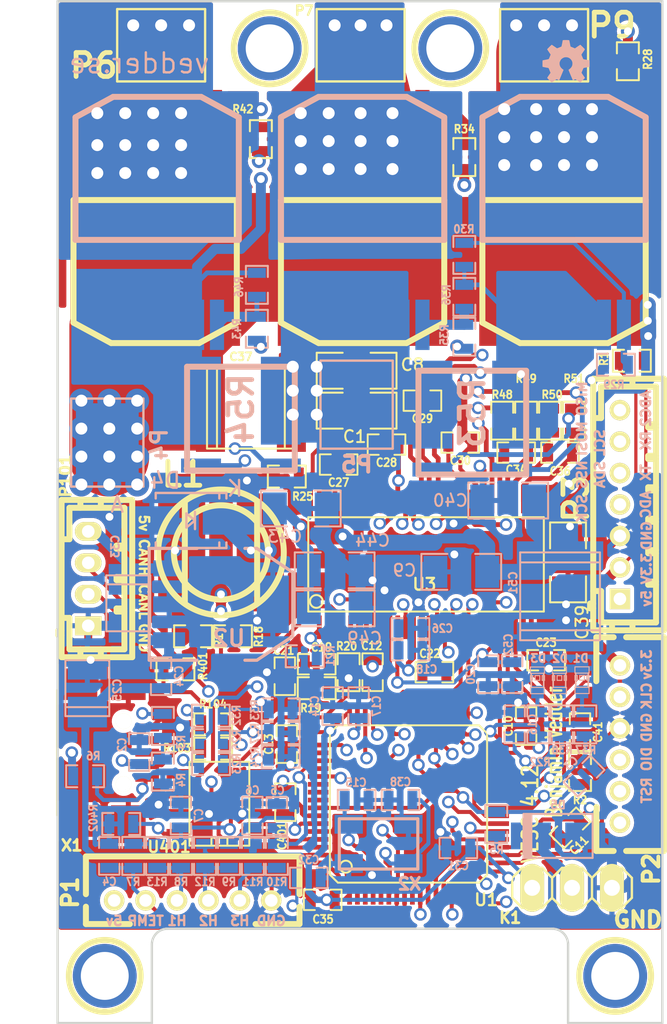
<source format=kicad_pcb>
(kicad_pcb (version 20221018) (generator pcbnew)
  (title_block (title "BLDC Driver 4.6") (date "30 Aug 2014") (rev "A") (company "Benjamin Vedder"))
  (layers (0 "F.Cu" signal) (1 "In1.Cu" signal "GND") (2 "In2.Cu" signal "GND2") (31 "B.Cu" signal) (34 "B.Paste" user) (35 "F.Paste" user) (36 "B.SilkS" user "B.Silkscreen") (37 "F.SilkS" user "F.Silkscreen") (38 "B.Mask" user) (39 "F.Mask" user) (44 "Edge.Cuts" user))
  (net 0 "")
  (net 1 "+5V")
  (net 2 "GND")
  (net 3 "NRST")
  (net 4 "Net-(C15-Pad1)")
  (net 5 "Net-(C16-Pad1)")
  (net 6 "Net-(C17-Pad1)")
  (net 7 "Net-(C18-Pad1)")
  (net 8 "Net-(C19-Pad2)")
  (net 9 "Net-(C20-Pad2)")
  (net 10 "Net-(C21-Pad2)")
  (net 11 "Net-(C22-Pad1)")
  (net 12 "Net-(C22-Pad2)")
  (net 13 "Net-(C23-Pad2)")
  (net 14 "Net-(C27-Pad1)")
  (net 15 "Net-(C27-Pad2)")
  (net 16 "Net-(C28-Pad2)")
  (net 17 "Net-(C29-Pad2)")
  (net 18 "Net-(C30-Pad2)")
  (net 19 "Net-(C34-Pad1)")
  (net 20 "Net-(C34-Pad2)")
  (net 21 "Net-(C36-Pad1)")
  (net 22 "Net-(C36-Pad2)")
  (net 23 "Net-(C38-Pad1)")
  (net 24 "Net-(D1-Pad1)")
  (net 25 "Net-(D2-Pad1)")
  (net 26 "Net-(K1-Pad1)")
  (net 27 "Net-(Q1-PadG)")
  (net 28 "Net-(Q2-PadG)")
  (net 29 "Net-(Q3-PadG)")
  (net 30 "Net-(Q4-PadG)")
  (net 31 "Net-(Q5-PadG)")
  (net 32 "Net-(Q6-PadG)")
  (net 33 "Net-(R17-Pad2)")
  (net 34 "Net-(R20-Pad1)")
  (net 35 "Net-(R21-Pad2)")
  (net 36 "Net-(R25-Pad2)")
  (net 37 "Net-(R6-Pad1)")
  (net 38 "SWCLK")
  (net 39 "SWDIO")
  (net 40 "VCC")
  (net 41 "V_SUPPLY")
  (net 42 "/MCU/AN_IN")
  (net 43 "/MCU/SERVO")
  (net 44 "/Mosfet driver/H1_VS")
  (net 45 "/Mosfet driver/H2_VS")
  (net 46 "/Mosfet driver/H3_VS")
  (net 47 "/Mosfet driver/H1_LOW")
  (net 48 "/Mosfet driver/H3_LOW")
  (net 49 "/MCU/SENS1")
  (net 50 "/MCU/SENS2")
  (net 51 "/Mosfet driver/M_H1")
  (net 52 "/Mosfet driver/M_L1")
  (net 53 "/MCU/SENS3")
  (net 54 "/Mosfet driver/M_H2")
  (net 55 "/Mosfet driver/M_L2")
  (net 56 "/Mosfet driver/M_H3")
  (net 57 "/Mosfet driver/M_L3")
  (net 58 "/Mosfet driver/SH1_A")
  (net 59 "/Mosfet driver/SH1_B")
  (net 60 "/Mosfet driver/SH2_A")
  (net 61 "/Mosfet driver/SH2_B")
  (net 62 "/MCU/BR_SO2")
  (net 63 "/MCU/BR_SO1")
  (net 64 "/MCU/DC_CAL")
  (net 65 "/MCU/L3")
  (net 66 "/MCU/L2")
  (net 67 "/MCU/L1")
  (net 68 "/MCU/EN_GATE")
  (net 69 "/MCU/FAULT")
  (net 70 "/MCU/H3")
  (net 71 "/MCU/H2")
  (net 72 "/MCU/H1")
  (net 73 "/MCU/USB_DM")
  (net 74 "/MCU/USB_DP")
  (net 75 "/Filters/TEMP_IN")
  (net 76 "/Filters/HALL3_OUT")
  (net 77 "/Filters/HALL2_OUT")
  (net 78 "/Filters/HALL1_OUT")
  (net 79 "Net-(D3-Pad1)")
  (net 80 "/Filters/HALL1_IN")
  (net 81 "/Filters/HALL2_IN")
  (net 82 "/Filters/HALL3_IN")
  (net 83 "/CAN bus transceiver/CANL")
  (net 84 "/CAN bus transceiver/CANH")
  (net 85 "/MCU/LED_GREEN")
  (net 86 "/MCU/LED_RED")
  (net 87 "Net-(R103-Pad2)")
  (net 88 "Net-(R104-Pad2)")
  (net 89 "Net-(R402-Pad1)")
  (net 90 "/CAN bus transceiver/CAN_RX")
  (net 91 "/CAN bus transceiver/CAN_TX")
  (net 92 "/MCU/ADC_TEMP")
  (net 93 "/MCU/SCK_ADC_EXT")
  (net 94 "/MCU/RX_SCL_MOSI")
  (net 95 "/MCU/MISO_ADC_EXT2")
  (net 96 "Net-(P2-Pad6)")
  (net 97 "/MCU/TX_SDA_NSS")
  (net 98 "Net-(U1-Pad4)")
  (net 99 "Net-(U1-Pad2)")
  (net 100 "Net-(U1-Pad3)")
  (net 101 "Net-(U1-Pad39)")
  (net 102 "Net-(U1-Pad40)")
  (net 103 "Net-(U1-Pad50)")
  (net 104 "Net-(U1-Pad54)")
  (net 105 "Net-(U1-Pad55)")
  (net 106 "Net-(U1-Pad56)")
  (net 107 "Net-(U1-Pad9)")
  (net 108 "Net-(U1-Pad11)")
  (net 109 "Net-(U1-Pad28)")
  (net 110 "Net-(U3-Pad4)")
  (net 111 "Net-(U3-Pad5)")
  (net 112 "Net-(U3-Pad55)")
  (net 113 "Net-(U3-Pad56)")
  (net 114 "Net-(U401-Pad5)")
  (net 115 "Net-(X1-Pad4)")
  (footprint "1pin" (layer "F.Cu") (at 92 83)
    (fp_text reference "1PIN" hide)
    (fp_text value "P***" hide)
  )
  (footprint "1pin" (layer "F.Cu") (at 103.5 83)
    (fp_text reference "1PIN" hide)
    (fp_text value "P***" hide)
  )
  (footprint "w_smd_cap:c_2220" (layer "F.Cu") (at 90.805 105.918)
    (fp_text reference "C37")
    (fp_text value "15u,100V" hide)
  )
  (footprint "CRF1:pinhead-1X03" (layer "F.Cu") (at 111.252 136.398)
    (fp_text reference "K1")
    (fp_text value "SERVO" hide)
  )
  (footprint "CRF1:MICRO_JST_6" (layer "F.Cu") (at 87.1 137.2)
    (fp_text reference "P1")
    (fp_text value "HALL/Encoder" hide)
  )
  (footprint "CRF1:MICRO_JST_6" (layer "F.Cu") (at 114.3 127.254 -90)
    (fp_text reference "P2")
    (fp_text value "SWD" hide)
  )
  (footprint "CRF1:1PAD_4x5mm" (layer "F.Cu") (at 85.09 82.804 90)
    (fp_text reference "P6")
    (fp_text value "MOTOR1" hide)
  )
  (footprint "CRF1:1PAD_4x5mm" (layer "F.Cu") (at 109.474 82.804 90)
    (fp_text reference "P9")
    (fp_text value "MOTOR3" hide)
  )
  (footprint "CRF1:D2PAK-7-GDS" (layer "F.Cu") (at 110.744 91.948 180)
    (fp_text reference "Q1" hide)
    (fp_text value "IRFS7530" hide)
  )
  (footprint "CRF1:D2PAK-7-GDS" (layer "F.Cu") (at 97.917 91.948 180)
    (fp_text reference "Q3" hide)
    (fp_text value "IRFS7530" hide)
  )
  (footprint "CRF1:D2PAK-7-GDS" (layer "F.Cu") (at 84.709 91.948 180)
    (fp_text reference "Q5" hide)
    (fp_text value "IRFS7530" hide)
  )
  (footprint "CRF1:lqfp64_pad_mod" (layer "F.Cu") (at 100.838 131.064)
    (fp_text reference "U1")
    (fp_text value "STM32F40X_LQFP64" hide)
  )
  (footprint "CRF1:TSSOP-56-PP" (layer "F.Cu") (at 101.854 115.824)
    (fp_text reference "U3")
    (fp_text value "DRV8302" hide)
  )
  (footprint "JST conn:b4b-ph-kl" (layer "F.Cu") (at 80.45 116.726 90)
    (fp_text reference "P101")
    (fp_text value "CANBUS" hide)
  )
  (footprint "CRF1:1PAD_4x5mm" (layer "F.Cu") (at 97.79 82.804 90)
    (fp_text reference "P7")
    (fp_text value "MOTOR2" hide)
  )
  (footprint "Connect:1pin" (layer "F.Cu") (at 114 142)
    (fp_text reference "1PIN" hide)
    (fp_text value "P***" hide)
  )
  (footprint "Connect:1pin" (layer "F.Cu") (at 81.5 142)
    (fp_text reference "1PIN" hide)
    (fp_text value "P***" hide)
  )
  (footprint "CRF1:SMD-1206" (layer "F.Cu") (at 97.536 106.045)
    (fp_text reference "C1")
    (fp_text value "10u,50V" hide)
  )
  (footprint "CRF1:SMD-1206" (layer "F.Cu") (at 97.536 103.505)
    (fp_text reference "C8")
    (fp_text value "10u,50V" hide)
  )
  (footprint "CRF1:SMD-0603_c" (layer "F.Cu") (at 108.331 126.111 -90)
    (fp_text reference "C10")
    (fp_text value "2.2u" hide)
  )
  (footprint "CRF1:SMD-0603_c" (layer "F.Cu") (at 111.125 132.588 45)
    (fp_text reference "C11")
    (fp_text value "2.2u" hide)
  )
  (footprint "CRF1:SMD-0603_c" (layer "F.Cu") (at 98.552 122.682 90)
    (fp_text reference "C12")
    (fp_text value "2.2u" hide)
  )
  (footprint "CRF1:SMD-0603_c" (layer "F.Cu") (at 93.091 127.254 90)
    (fp_text reference "C13")
    (fp_text value "2.2u" hide)
  )
  (footprint "CRF1:SMD-0603_c" (layer "F.Cu") (at 94.996 122.174)
    (fp_text reference "C19")
    (fp_text value "120p" hide)
  )
  (footprint "CRF1:SMD-0603_c" (layer "F.Cu") (at 92.964 122.936 -90)
    (fp_text reference "C21")
    (fp_text value "6.8n" hide)
  )
  (footprint "CRF1:SMD-0603_c" (layer "F.Cu") (at 102.489 122.682)
    (fp_text reference "C22")
    (fp_text value "22n" hide)
  )
  (footprint "CRF1:SMD-0603_c" (layer "F.Cu") (at 109.601 121.92 180)
    (fp_text reference "C23")
    (fp_text value "2.2u" hide)
  )
  (footprint "CRF1:SMD-0603_c" (layer "F.Cu") (at 96.393 109.474 180)
    (fp_text reference "C27")
    (fp_text value "100n" hide)
  )
  (footprint "CRF1:SMD-0603_c" (layer "F.Cu") (at 99.441 108.204 180)
    (fp_text reference "C28")
    (fp_text value "220n" hide)
  )
  (footprint "CRF1:SMD-0603_c" (layer "F.Cu") (at 101.727 105.41 180)
    (fp_text reference "C29")
    (fp_text value "220n" hide)
  )
  (footprint "CRF1:SMD-0603_c" (layer "F.Cu") (at 104.14 108.077 180)
    (fp_text reference "C30")
    (fp_text value "220n" hide)
  )
  (footprint "CRF1:SMD-0603_c" (layer "F.Cu") (at 107.696 108.712)
    (fp_text reference "C34")
    (fp_text value "2.2n" hide)
  )
  (footprint "CRF1:SMD-0603_c" (layer "F.Cu") (at 95.377 137.16)
    (fp_text reference "C35")
    (fp_text value "2.2u" hide)
  )
  (footprint "CRF1:SMD-0603_c" (layer "F.Cu") (at 110.49 108.712)
    (fp_text reference "C36")
    (fp_text value "2.2n" hide)
  )
  (footprint "CRF1:SMD-1206" (layer "F.Cu") (at 110.998 115.697 90)
    (fp_text reference "C39")
    (fp_text value "10u,50V" hide)
  )
  (footprint "CRF1:SMD-0603_c" (layer "F.Cu") (at 111.76 126.492 -90)
    (fp_text reference "C41")
    (fp_text value "2.2u" hide)
  )
  (footprint "CRF1:SMD-0603_c" (layer "F.Cu") (at 93 130.95 -90)
    (fp_text reference "C401")
    (fp_text value "2.2u" hide)
  )
  (footprint "CRF1:SMD-0603_r" (layer "F.Cu") (at 115.062 102.87)
    (fp_text reference "R1")
    (fp_text value "NTC 10k" hide)
  )
  (footprint "CRF1:SMD-0603_r" (layer "F.Cu") (at 111.76 129.032 90)
    (fp_text reference "R2")
    (fp_text value "10k" hide)
  )
  (footprint "CRF1:SMD-0603_r" (layer "F.Cu") (at 87.122 120.396)
    (fp_text reference "R17")
    (fp_text value "18k" hide)
  )
  (footprint "CRF1:SMD-0603_r" (layer "F.Cu") (at 89.662 120.396)
    (fp_text reference "R18")
    (fp_text value "3k3" hide)
  )
  (footprint "CRF1:SMD-0603_r" (layer "F.Cu") (at 94.996 123.698)
    (fp_text reference "R19")
    (fp_text value "15k" hide)
  )
  (footprint "CRF1:SMD-0603_r" (layer "F.Cu") (at 97.028 122.682 -90)
    (fp_text reference "R20")
    (fp_text value "10k" hide)
  )
  (footprint "CRF1:SMD-0603_r" (layer "F.Cu") (at 93.091 110.236)
    (fp_text reference "R25")
    (fp_text value "1M" hide)
  )
  (footprint "CRF1:SMD-0603_r" (layer "F.Cu") (at 114.808 83.82 90)
    (fp_text reference "R28")
    (fp_text value "4R7" hide)
  )
  (footprint "CRF1:SMD-0603_r" (layer "F.Cu") (at 104.394 89.916 -90)
    (fp_text reference "R34")
    (fp_text value "4R7" hide)
  )
  (footprint "CRF1:SMD-0603_r" (layer "F.Cu") (at 91.44 88.773 -90)
    (fp_text reference "R42")
    (fp_text value "4R7" hide)
  )
  (footprint "CRF1:SMD-0603_r" (layer "F.Cu") (at 106.807 106.68 -90)
    (fp_text reference "R48")
    (fp_text value "100R" hide)
  )
  (footprint "CRF1:SMD-0603_r" (layer "F.Cu") (at 108.331 106.68 -90)
    (fp_text reference "R49")
    (fp_text value "100R" hide)
  )
  (footprint "CRF1:SMD-0603_r" (layer "F.Cu") (at 109.855 106.68 -90)
    (fp_text reference "R50")
    (fp_text value "100R" hide)
  )
  (footprint "CRF1:SMD-0603_r" (layer "F.Cu") (at 111.379 106.68 -90)
    (fp_text reference "R51")
    (fp_text value "100R" hide)
  )
  (footprint "CRF1:SMD-0603_r" (layer "F.Cu") (at 88.4 127.55 180)
    (fp_text reference "R103")
    (fp_text value "22R" hide)
  )
  (footprint "CRF1:SMD-0603_r" (layer "F.Cu") (at 88.4 126 180)
    (fp_text reference "R104")
    (fp_text value "22R" hide)
  )
  (footprint "CRF1:SMD-0603_r" (layer "F.Cu") (at 86 122.5 180)
    (fp_text reference "R401")
    (fp_text value "NI" hide)
  )
  (footprint "CRF1:SOIC-8-W" (layer "F.Cu") (at 88.8 131.05 90)
    (fp_text reference "U401")
    (fp_text value "SN65HVD232" hide)
  )
  (footprint "CRF1:USB-UX60R-MB-5ST" (layer "F.Cu") (at 82.7 127.8 -90)
    (fp_text reference "X1")
    (fp_text value "MINI-USB-SHIELD-32005-201" hide)
  )
  (footprint "CRF1:b7b-ph-kl" (layer "F.Cu") (at 114.3 112.014 90)
    (fp_text reference "P3")
    (fp_text value "PWR_COMM" hide)
  )
  (footprint "w_smd_inductors:inductor_smd_8x5mm" (layer "F.Cu") (at 88.9 115.062 180)
    (fp_text reference "L1")
    (fp_text value "22u" hide)
  )
  (footprint "oshw_silkscreen-back_3mm" (layer "B.Cu") (at 110.871 83.82)
    (fp_text reference "G***" hide)
    (fp_text value "oshw_silkscreen-back_3mm" hide)
  )
  (footprint "w_smd_cap:c_tant_B" (layer "B.Cu") (at 80.391 123.698 -90)
    (fp_text reference "C25")
    (fp_text value "100u" hide)
  )
  (footprint "w_smd_cap:c_tant_B" (layer "B.Cu") (at 83 118.3 90)
    (fp_text reference "C33")
    (fp_text value "100u" hide)
  )
  (footprint "w_smd_cap:c_2220" (layer "B.Cu") (at 110.49 117.856 -90)
    (fp_text reference "C51")
    (fp_text value "15u, 100v" hide)
  )
  (footprint "LEDs:LED-0603" (layer "B.Cu") (at 111.887 123.19 90)
    (fp_text reference "D1")
    (fp_text value "GREEN" hide)
  )
  (footprint "LEDs:LED-0603" (layer "B.Cu") (at 110.45 123.2 90)
    (fp_text reference "D2")
    (fp_text value "RED" hide)
  )
  (footprint "LEDs:LED-0603" (layer "B.Cu") (at 109.05 123.2 90)
    (fp_text reference "D3")
    (fp_text value "LED" hide)
  )
  (footprint "CRF1:1PAD_4x5mm" (layer "B.Cu") (at 81.661 108.077)
    (fp_text reference "P4")
    (fp_text value "IN+" hide)
  )
  (footprint "CRF1:1PAD_4x5mm" (layer "B.Cu") (at 97.536 105.664)
    (fp_text reference "P5")
    (fp_text value "IN-" hide)
  )
  (footprint "CRF1:WSLP2726" (layer "B.Cu") (at 104.902 108.712)
    (fp_text reference "R53")
    (fp_text value "SHUNT" hide)
  )
  (footprint "CRF1:Crystal_5x3mm" (layer "B.Cu") (at 98.933 133.604)
    (fp_text reference "X2")
    (fp_text value "8MHz 10ppm" hide)
  )
  (footprint "CRF1:WSLP2726" (layer "B.Cu") (at 90.17 108.458)
    (fp_text reference "R54")
    (fp_text value "SHUNT" hide)
  )
  (footprint "w_smd_diode:do214ac" (layer "B.Cu") (at 110.363 133.096 180)
    (fp_text reference "D5")
    (fp_text value "TVS 5V" hide)
  )
  (footprint "CRF1:D2PAK-7-GDS" (layer "B.Cu") (at 84.836 95.885 180)
    (fp_text reference "Q6" hide)
    (fp_text value "IRFS7530" hide)
  )
  (footprint "CRF1:D2PAK-7-GDS" (layer "B.Cu") (at 110.744 95.885 180)
    (fp_text reference "Q2" hide)
    (fp_text value "IRFS7530" hide)
  )
  (footprint "CRF1:D2PAK-7-GDS" (layer "B.Cu") (at 97.917 95.885 180)
    (fp_text reference "Q4" hide)
    (fp_text value "IRFS7530" hide)
  )
  (footprint "CRF1:SMD-0603_c" (layer "B.Cu") (at 83.693 127.762 -90)
    (fp_text reference "C2")
    (fp_text value "100n" hide)
  )
  (footprint "CRF1:SMD-0603_c" (layer "B.Cu") (at 112.014 129.286 -135)
    (fp_text reference "C3")
    (fp_text value "100n" hide)
  )
  (footprint "CRF1:SMD-0603_c" (layer "B.Cu") (at 81.788 134.366 -90)
    (fp_text reference "C4")
    (fp_text value "4n7" hide)
  )
  (footprint "CRF1:SMD-0603_c" (layer "B.Cu") (at 92.456 131.826 90)
    (fp_text reference "C5")
    (fp_text value "4n7" hide)
  )
  (footprint "CRF1:SMD-0603_c" (layer "B.Cu") (at 90.9 131.8 90)
    (fp_text reference "C6")
    (fp_text value "4n7" hide)
  )
  (footprint "CRF1:SMD-0603_c" (layer "B.Cu") (at 86.35 131.8 90)
    (fp_text reference "C7")
    (fp_text value "4n7" hide)
  )
  (footprint "CRF1:SMD-1206" (layer "B.Cu") (at 104.2 116.3)
    (fp_text reference "C9")
    (fp_text value "10u,50V" hide)
  )
  (footprint "CRF1:SMD-0603_c" (layer "B.Cu") (at 96.012 124.841 -90)
    (fp_text reference "C14")
    (fp_text value "2.2u" hide)
  )
  (footprint "CRF1:SMD-0603_c" (layer "B.Cu") (at 97.536 130.81)
    (fp_text reference "C15")
    (fp_text value "15p" hide)
  )
  (footprint "CRF1:SMD-0603_c" (layer "B.Cu") (at 107.6 126 90)
    (fp_text reference "C16")
    (fp_text value "2.2u" hide)
  )
  (footprint "CRF1:SMD-0603_c" (layer "B.Cu") (at 97.663 124.841 90)
    (fp_text reference "C17")
    (fp_text value "2.2u" hide)
  )
  (footprint "CRF1:SMD-0603_c" (layer "B.Cu") (at 100.965 121.285)
    (fp_text reference "C18")
    (fp_text value "2.2u" hide)
  )
  (footprint "CRF1:SMD-0603_c" (layer "B.Cu") (at 105.918 122.809 90)
    (fp_text reference "C20")
    (fp_text value "2.2u" hide)
  )
  (footprint "CRF1:SMD-0603_c" (layer "B.Cu") (at 85.09 122.936 90)
    (fp_text reference "C24")
    (fp_text value "2.2u" hide)
  )
  (footprint "CRF1:SMD-0603_c" (layer "B.Cu") (at 104.013 133.858)
    (fp_text reference "C31")
    (fp_text value "2.2u" hide)
  )
  (footprint "CRF1:SMD-0603_c" (layer "B.Cu") (at 94.488 135.763 180)
    (fp_text reference "C32")
    (fp_text value "100n" hide)
  )
  (footprint "CRF1:SMD-0603_c" (layer "B.Cu") (at 100.33 130.81 180)
    (fp_text reference "C38")
    (fp_text value "15p" hide)
  )
  (footprint "CRF1:SMD-1206" (layer "B.Cu") (at 107.188 111.76)
    (fp_text reference "C40")
    (fp_text value "10u,50V" hide)
  )
  (footprint "CRF1:SMD-1206" (layer "B.Cu") (at 93.98 112.268)
    (fp_text reference "C43")
    (fp_text value "10u,50V" hide)
  )
  (footprint "CRF1:SMD-1206" (layer "B.Cu") (at 96.139 116.205)
    (fp_text reference "C44")
    (fp_text value "10u,50V" hide)
  )
  (footprint "CRF1:SMD-1206" (layer "B.Cu") (at 96.139 118.618)
    (fp_text reference "C49")
    (fp_text value "10u,50V" hide)
  )
  (footprint "CRF1:SMD-0603_c" (layer "B.Cu") (at 107.442 122.809 90)
    (fp_text reference "C52")
    (fp_text value "2.2u" hide)
  )
  (footprint "CRF1:SMD-0603_r" (layer "B.Cu") (at 85.2 126.1 -90)
    (fp_text reference "R3")
    (fp_text value "39k" hide)
  )
  (footprint "CRF1:SMD-0603_r" (layer "B.Cu") (at 85.2 129 90)
    (fp_text reference "R4")
    (fp_text value "2k2" hide)
  )
  (footprint "CRF1:SMD-0603_r" (layer "B.Cu") (at 106.426 132.334 -90)
    (fp_text reference "R5")
    (fp_text value "2k2" hide)
  )
  (footprint "CRF1:SMD-0603_r" (layer "B.Cu") (at 80.25 129.3 180)
    (fp_text reference "R6")
    (fp_text value "0R" hide)
  )
  (footprint "CRF1:SMD-0603_r" (layer "B.Cu") (at 83.312 134.366 90)
    (fp_text reference "R7")
    (fp_text value "10k" hide)
  )
  (footprint "CRF1:SMD-0603_r" (layer "B.Cu") (at 86.36 134.366 90)
    (fp_text reference "R8")
    (fp_text value "10k" hide)
  )
  (footprint "CRF1:SMD-0603_r" (layer "B.Cu") (at 89.408 134.366 90)
    (fp_text reference "R9")
    (fp_text value "10k" hide)
  )
  (footprint "CRF1:SMD-0603_r" (layer "B.Cu") (at 92.456 134.366 90)
    (fp_text reference "R10")
    (fp_text value "10k" hide)
  )
  (footprint "CRF1:SMD-0603_r" (layer "B.Cu") (at 90.932 134.366 90)
    (fp_text reference "R11")
    (fp_text value "2k2" hide)
  )
  (footprint "CRF1:SMD-0603_r" (layer "B.Cu") (at 87.884 134.366 90)
    (fp_text reference "R12")
    (fp_text value "2k2" hide)
  )
  (footprint "CRF1:SMD-0603_r" (layer "B.Cu") (at 84.836 134.366 90)
    (fp_text reference "R13")
    (fp_text value "2k2" hide)
  )
  (footprint "CRF1:SMD-0603_r" (layer "B.Cu") (at 94.234 121.666)
    (fp_text reference "R21")
    (fp_text value "220k" hide)
  )
  (footprint "CRF1:SMD-0603_r" (layer "B.Cu") (at 109.1 126 -90)
    (fp_text reference "R22")
    (fp_text value "2k2" hide)
  )
  (footprint "CRF1:SMD-0603_r" (layer "B.Cu") (at 88.265 128.524)
    (fp_text reference "R23")
    (fp_text value "39k" hide)
  )
  (footprint "CRF1:SMD-0603_r" (layer "B.Cu") (at 92.7 128.05 180)
    (fp_text reference "R24")
    (fp_text value "2k2" hide)
  )
  (footprint "CRF1:SMD-0603_r" (layer "B.Cu") (at 88.265 127)
    (fp_text reference "R26")
    (fp_text value "39k" hide)
  )
  (footprint "CRF1:SMD-0603_r" (layer "B.Cu") (at 92.7 126.55 180)
    (fp_text reference "R27")
    (fp_text value "2k2" hide)
  )
  (footprint "CRF1:SMD-0603_r" (layer "B.Cu") (at 114.046 103.124 180)
    (fp_text reference "R29")
    (fp_text value "4R7" hide)
  )
  (footprint "CRF1:SMD-0603_r" (layer "B.Cu") (at 104.394 96.139 90)
    (fp_text reference "R30")
    (fp_text value "39k" hide)
  )
  (footprint "CRF1:SMD-0603_r" (layer "B.Cu") (at 88.25 125.45)
    (fp_text reference "R32")
    (fp_text value "39k" hide)
  )
  (footprint "CRF1:SMD-0603_r" (layer "B.Cu") (at 92.7 125.05 180)
    (fp_text reference "R33")
    (fp_text value "2k2" hide)
  )
  (footprint "CRF1:SMD-0603_r" (layer "B.Cu") (at 104.394 101.346 -90)
    (fp_text reference "R35")
    (fp_text value "4R7" hide)
  )
  (footprint "CRF1:SMD-0603_r" (layer "B.Cu") (at 104.394 98.806 -90)
    (fp_text reference "R36")
    (fp_text value "39k" hide)
  )
  (footprint "CRF1:SMD-0603_r" (layer "B.Cu") (at 112.1 126 -90)
    (fp_text reference "R37")
    (fp_text value "100R" hide)
  )
  (footprint "CRF1:SMD-0603_r" (layer "B.Cu") (at 110.6 126 -90)
    (fp_text reference "R38")
    (fp_text value "100R" hide)
  )
  (footprint "CRF1:SMD-0603_r" (layer "B.Cu") (at 91.186 100.838 -90)
    (fp_text reference "R43")
    (fp_text value "4R7" hide)
  )
  (footprint "CRF1:SMD-0603_r" (layer "B.Cu") (at 91.186 98.044 -90)
    (fp_text reference "R46")
    (fp_text value "39k" hide)
  )
  (footprint "CRF1:SMD-0603_r" (layer "B.Cu") (at 82.55 132.334 180)
    (fp_text reference "R402")
    (fp_text value "10k" hide)
  )
  (footprint "CRF1:SOT-223" (layer "B.Cu") (at 88.9 118.364 90)
    (fp_text reference "U2")
    (fp_text value "TC2117" hide)
  )
  (footprint "Diodes_SMD:SMA_Handsoldering" (layer "B.Cu") (at 86.995 113.03 180)
    (fp_text reference "D4")
    (fp_text value "DIODESCH")
  )
  (footprint "CRF1:SMD-0603_c" (layer "B.Cu") (at 100.965 119.888)
    (fp_text reference "C26")
    (fp_text value "2.2u" hide)
  )
  (gr_arc (start 110 139) (mid 110.707107 139.292893) (end 111 140) (stroke (width 0.15)) (layer "Edge.Cuts"))
  (gr_line (start 78.5 145) (end 78.5 80) (stroke (width 0.15)) (layer "Edge.Cuts"))
  (gr_line (start 84.5 145) (end 78.5 145) (stroke (width 0.15)) (layer "Edge.Cuts"))
  (gr_line (start 111 145) (end 117 145) (stroke (width 0.15)) (layer "Edge.Cuts"))
  (gr_line (start 85.5 139) (end 110 139) (stroke (width 0.15)) (layer "Edge.Cuts"))
  (gr_line (start 84.5 140) (end 84.5 145) (stroke (width 0.15)) (layer "Edge.Cuts"))
  (gr_line (start 117 80) (end 117 145) (stroke (width 0.15)) (layer "Edge.Cuts"))
  (gr_line (start 111 140) (end 111 145) (stroke (width 0.15)) (layer "Edge.Cuts"))
  (gr_line (start 117 80) (end 78.5 80) (stroke (width 0.15)) (layer "Edge.Cuts"))
  (gr_arc (start 84.5 140) (mid 84.792893 139.292893) (end 85.5 139) (stroke (width 0.15)) (layer "Edge.Cuts"))
  (gr_text "MISO" (at 111.887 105.283 90) (layer "B.SilkS") (effects (font (size 0.6 0.6)) (justify mirror)))
  (gr_text "MOSI" (at 111.887 107.823 90) (layer "B.SilkS") (effects (font (size 0.6 0.6)) (justify mirror)))
  (gr_text "SCK" (at 111.887 112.268 90) (layer "B.SilkS") (effects (font (size 0.6 0.6)) (justify mirror)))
  (gr_text "NSS" (at 111.887 110.109 90) (layer "B.SilkS") (effects (font (size 0.6 0.6)) (justify mirror)))
  (gr_text "vedder.se" (at 83.693 83.947) (layer "B.SilkS") (effects (font (size 1.27 1.27) (thickness 0.1524)) (justify mirror)))
  (gr_text "ADC" (at 115.951 112.014 90) (layer "B.SilkS") (effects (font (size 0.6 0.6)) (justify mirror)))
  (gr_text "5v" (at 116 118 90) (layer "B.SilkS") (effects (font (size 0.6 0.6)) (justify mirror)))
  (gr_text "CLK" (at 116 124.2 90) (layer "B.SilkS") (effects (font (size 0.6 0.6)) (justify mirror)))
  (gr_text "3.3V" (at 116 116.1 90) (layer "B.SilkS") (effects (font (size 0.6 0.6)) (justify mirror)))
  (gr_text "GND" (at 116 114 90) (layer "B.SilkS") (effects (font (size 0.6 0.6)) (justify mirror)))
  (gr_text "TEMP" (at 84.1 138.5) (layer "B.SilkS") (effects (font (size 0.6 0.6)) (justify mirror)))
  (gr_text "RX" (at 115.951 107.95 90) (layer "B.SilkS") (effects (font (size 0.6 0.6)) (justify mirror)))
  (gr_text "GND" (at 92.1 138.5) (layer "B.SilkS") (effects (font (size 0.6 0.6)) (justify mirror)))
  (gr_text "5v" (at 82.1 138.5) (layer "B.SilkS") (effects (font (size 0.6 0.6)) (justify mirror)))
  (gr_text "ADC2" (at 115.951 105.918 90) (layer "B.SilkS") (effects (font (size 0.6 0.6)) (justify mirror)))
  (gr_text "H2" (at 88.1 138.5) (layer "B.SilkS") (effects (font (size 0.6 0.6)) (justify mirror)))
  (gr_text "TX" (at 115.951 109.982 90) (layer "B.SilkS") (effects (font (size 0.6 0.6)) (justify mirror)))
  (gr_text "3.3v" (at 116 122.2 90) (layer "B.SilkS") (effects (font (size 0.6 0.6)) (justify mirror)))
  (gr_text "H3" (at 90.1 138.5) (layer "B.SilkS") (effects (font (size 0.6 0.6)) (justify mirror)))
  (gr_text "SDA" (at 113.03 110.109 90) (layer "B.SilkS") (effects (font (size 0.6 0.6)) (justify mirror)))
  (gr_text "DIO" (at 116 128.2 90) (layer "B.SilkS") (effects (font (size 0.6 0.6)) (justify mirror)))
  (gr_text "GND" (at 116 126.2 90) (layer "B.SilkS") (effects (font (size 0.6 0.6)) (justify mirror)))
  (gr_text "RST" (at 116 130.2 90) (layer "B.SilkS") (effects (font (size 0.6 0.6)) (justify mirror)))
  (gr_text "H1" (at 86.1 138.5) (layer "B.SilkS") (effects (font (size 0.6 0.6)) (justify mirror)))
  (gr_text "SCL" (at 113.03 108.077 90) (layer "B.SilkS") (effects (font (size 0.6 0.6)) (justify mirror)))
  (gr_text "Benjamin Vedder" (at 110.109 127.762 90) (layer "F.SilkS") (effects (font (size 1 0.6604))))
  (gr_text "GND" (at 115.45 138.426) (layer "F.SilkS") (effects (font (size 1 1) (thickness 0.25))))
  (gr_text "CANH" (at 84 115.4 270) (layer "F.SilkS") (effects (font (size 0.6 0.6))))
  (gr_text "VESC 4.12" (at 108.585 131.699 90) (layer "F.SilkS") (effects (font (size 1 0.8))))
  (gr_text "GND" (at 84 120.5 270) (layer "F.SilkS") (effects (font (size 0.6 0.6))))
  (gr_text "CANL" (at 84 118.2 270) (layer "F.SilkS") (effects (font (size 0.6 0.6))))
  (gr_text "5v" (at 84 113.2 270) (layer "F.SilkS") (effects (font (size 0.6 0.6))))
  (segment (start 85.979 114.935) (end 86.106 115.062) (width 0.635) (layer "F.Cu") (net 1))
  (segment (start 86.106 115.062) (end 86.40064 115.062) (width 0.635) (layer "F.Cu") (net 1))
  (segment (start 88.9 118.8) (end 88.9 117.729) (width 0.635) (layer "F.Cu") (net 1))
  (segment (start 86.40064 120.35536) (end 86.36 120.396) (width 1.27) (layer "F.Cu") (net 1))
  (segment (start 86.40064 115.062) (end 86.40064 116.40064) (width 1.27) (layer "F.Cu") (net 1))
  (segment (start 86.40064 115.062) (end 86.40064 120.35536) (width 1.27) (layer "F.Cu") (net 1))
  (segment (start 86.40064 115.062) (end 86.40064 115.22964) (width 1.27) (layer "F.Cu") (net 1))
  (segment (start 86.40064 115.22964) (end 88.9 117.729) (width 1.27) (layer "F.Cu") (net 1))
  (via (at 79.4 127.8) (size 0.8) (drill 0.5) (layers "F.Cu" "B.Cu") (net 1))
  (via (at 88.9 118.8) (size 0.8) (drill 0.5) (layers "F.Cu" "B.Cu") (net 1))
  (via (at 85.979 114.935) (size 0.8) (drill 0.5) (layers "F.Cu" "B.Cu") (net 1))
  (via (at 88.9 117.729) (size 0.8) (drill 0.5) (layers "F.Cu" "B.Cu") (net 1))
  (segment (start 85.598 115.316) (end 85.979 114.935) (width 0.635) (layer "B.Cu") (net 1))
  (segment (start 79.45 129.262) (end 79.4 127.8) (width 0.508) (layer "B.Cu") (net 1))
  (segment (start 83.698 116.078) (end 83 116.776) (width 0.635) (layer "B.Cu") (net 1))
  (segment (start 80.92626 113.72626) (end 83 115.8) (width 0.635) (layer "B.Cu") (net 1))
  (segment (start 83 115.8) (end 83 116.776) (width 0.635) (layer "B.Cu") (net 1))
  (segment (start 108.63326 133.27126) (end 111.252 135.89) (width 0.635) (layer "B.Cu") (net 1))
  (segment (start 111.252 135.89) (end 111.252 136.398) (width 0.635) (layer "B.Cu") (net 1))
  (segment (start 85.598 116.078) (end 85.598 115.316) (width 0.635) (layer "B.Cu") (net 1))
  (segment (start 80.45 113.72626) (end 80.92626 113.72626) (width 0.635) (layer "B.Cu") (net 1))
  (segment (start 79.488 129.3) (end 79.45 129.262) (width 0.508) (layer "B.Cu") (net 1))
  (segment (start 85.598 116.078) (end 84.709 116.078) (width 0.635) (layer "B.Cu") (net 1))
  (segment (start 85.598 116.078) (end 82.922 116.078) (width 0.635) (layer "B.Cu") (net 1))
  (segment (start 108.63326 133.096) (end 108.63326 133.27126) (width 0.635) (layer "B.Cu") (net 1))
  (segment (start 85.598 116.078) (end 83.698 116.078) (width 0.635) (layer "B.Cu") (net 1))
  (segment (start 108.65612 118.16588) (end 109.474 117.348) (width 0.3048) (layer "F.Cu") (net 2))
  (segment (start 109.474 117.348) (end 110.998 117.348) (width 0.3048) (layer "F.Cu") (net 2))
  (segment (start 98.552 116.84) (end 99.568 115.824) (width 0.635) (layer "F.Cu") (net 2))
  (segment (start 99.568 115.824) (end 101.854 115.824) (width 0.635) (layer "F.Cu") (net 2))
  (segment (start 108.204 115.824) (end 109.728 117.348) (width 0.635) (layer "F.Cu") (net 2))
  (segment (start 109.728 117.348) (end 110.998 117.348) (width 0.635) (layer "F.Cu") (net 2))
  (segment (start 98.65614 118.64086) (end 98.933 118.364) (width 0.254) (layer "F.Cu") (net 2))
  (segment (start 98.933 118.364) (end 99.314 118.364) (width 0.254) (layer "F.Cu") (net 2))
  (segment (start 99.314 118.364) (end 99.6569 118.7069) (width 0.254) (layer "F.Cu") (net 2))
  (segment (start 99.6569 118.7069) (end 99.6569 119.8245) (width 0.254) (layer "F.Cu") (net 2))
  (segment (start 110.5535 121.72188) (end 108.65612 119.8245) (width 0.254) (layer "F.Cu") (net 2))
  (segment (start 98.933 123.444) (end 99.6569 122.7201) (width 0.254) (layer "F.Cu") (net 2))
  (segment (start 99.6569 122.7201) (end 99.6569 119.8245) (width 0.254) (layer "F.Cu") (net 2))
  (segment (start 98.552 116.84) (end 101.854 115.824) (width 0.254) (layer "F.Cu") (net 2))
  (segment (start 98.298 115.824) (end 97.536 116.586) (width 0.635) (layer "F.Cu") (net 2))
  (segment (start 95.885 116.586) (end 92.075 120.396) (width 0.635) (layer "F.Cu") (net 2))
  (segment (start 92.075 120.396) (end 90.424 120.396) (width 0.635) (layer "F.Cu") (net 2))
  (segment (start 97.028 123.063) (end 97.028 123.444) (width 0.254) (layer "F.Cu") (net 2))
  (segment (start 100.965 115.824) (end 99.314 117.475) (width 0.254) (layer "F.Cu") (net 2))
  (segment (start 101.473 115.824) (end 98.933 118.364) (width 0.254) (layer "F.Cu") (net 2))
  (segment (start 103.8098 134.3152) (end 102.58806 135.53694) (width 0.254) (layer "F.Cu") (net 2))
  (segment (start 102.58806 135.53694) (end 102.58806 136.81456) (width 0.254) (layer "F.Cu") (net 2))
  (segment (start 104.267 134.3152) (end 103.8098 134.3152) (width 0.254) (layer "F.Cu") (net 2))
  (segment (start 95.98406 132.81406) (end 96.139 132.969) (width 0.254) (layer "F.Cu") (net 2))
  (segment (start 96.139 132.969) (end 96.139 134.239) (width 0.254) (layer "F.Cu") (net 2))
  (segment (start 96.139 134.239) (end 96.0628 134.3152) (width 0.254) (layer "F.Cu") (net 2))
  (segment (start 96.0628 134.3152) (end 95.08744 134.3152) (width 0.254) (layer "F.Cu") (net 2))
  (segment (start 93.2688 134.3152) (end 92.12326 135.46074) (width 0.254) (layer "F.Cu") (net 2))
  (segment (start 114.18824 114.03076) (end 110.998 117.221) (width 0.635) (layer "F.Cu") (net 2))
  (segment (start 110.998 117.221) (end 110.998 117.348) (width 0.635) (layer "F.Cu") (net 2))
  (segment (start 110.871 119.38) (end 110.871 118.364) (width 1.016) (layer "F.Cu") (net 2))
  (segment (start 110.871 117.475) (end 110.998 117.348) (width 1.016) (layer "F.Cu") (net 2))
  (segment (start 91.6133 131.7633) (end 91.5 131.65) (width 0.254) (layer "F.Cu") (net 2))
  (segment (start 92.973 131.685) (end 93 131.712) (width 0.254) (layer "F.Cu") (net 2))
  (segment (start 93.091 128.323291) (end 93.321003 128.553294) (width 0.254) (layer "F.Cu") (net 2))
  (segment (start 80.6 122.775) (end 80.6 121.9) (width 1.27) (layer "F.Cu") (net 2))
  (segment (start 80.45 121.75) (end 80.6 121.9) (width 0.508) (layer "F.Cu") (net 2))
  (segment (start 82.8 123.45) (end 83 123.25) (width 0.508) (layer "F.Cu") (net 2))
  (segment (start 82.8 132.15) (end 83 132.35) (width 0.508) (layer "F.Cu") (net 2))
  (segment (start 79.925 130.514) (end 80.518 129.921) (width 0.3048) (layer "F.Cu") (net 2))
  (segment (start 80.518 129.921) (end 80.518 124.043) (width 0.3048) (layer "F.Cu") (net 2))
  (segment (start 80.518 124.043) (end 79.925 123.45) (width 0.3048) (layer "F.Cu") (net 2))
  (segment (start 88.138 133.223) (end 87.249 134.112) (width 0.3048) (layer "F.Cu") (net 2))
  (segment (start 87.249 134.112) (end 84.762 134.112) (width 0.3048) (layer "F.Cu") (net 2))
  (segment (start 84.762 134.112) (end 83 132.35) (width 0.3048) (layer "F.Cu") (net 2))
  (segment (start 84.493 126.2) (end 85.09 125.603) (width 0.3048) (layer "F.Cu") (net 2))
  (segment (start 85.09 125.603) (end 85.09 124.46) (width 0.3048) (layer "F.Cu") (net 2))
  (segment (start 85.09 124.46) (end 83.88 123.25) (width 0.3048) (layer "F.Cu") (net 2))
  (segment (start 83.88 123.25) (end 83 123.25) (width 0.3048) (layer "F.Cu") (net 2))
  (segment (start 97.241312 134.3152) (end 98.51263 135.586518) (width 0.254) (layer "F.Cu") (net 2))
  (segment (start 92.12326 135.68426) (end 92.71 136.271) (width 0.254) (layer "F.Cu") (net 2))
  (segment (start 92.71 136.271) (end 93.726 136.271) (width 0.254) (layer "F.Cu") (net 2))
  (segment (start 93.726 136.271) (end 94.615 137.16) (width 0.254) (layer "F.Cu") (net 2))
  (segment (start 92.12326 137.178) (end 92.10126 137.2) (width 0.254) (layer "F.Cu") (net 2))
  (segment (start 114.03076 126.25324) (end 113.03 127.254) (width 0.254) (layer "F.Cu") (net 2))
  (segment (start 113.03 127.254) (end 111.76 127.254) (width 0.254) (layer "F.Cu") (net 2))
  (segment (start 94.996 104.775) (end 95.758 105.029) (width 0.2032) (layer "F.Cu") (net 2))
  (segment (start 95.758 105.029) (end 95.758 104.902) (width 0.2032) (layer "F.Cu") (net 2))
  (segment (start 94.39656 104.902) (end 93.38056 105.283) (width 1.016) (layer "F.Cu") (net 2))
  (segment (start 93.38056 104.86644) (end 94.996 103.251) (width 1.016) (layer "F.Cu") (net 2))
  (segment (start 94.996 103.251) (end 95.758 104.902) (width 1.016) (layer "F.Cu") (net 2))
  (segment (start 95.631 106.172) (end 94.996 104.775) (width 1.27) (layer "F.Cu") (net 2))
  (segment (start 93.472 106.299) (end 93.38056 106.20756) (width 1.27) (layer "F.Cu") (net 2))
  (segment (start 93.38056 106.20756) (end 93.38056 105.918) (width 1.27) (layer "F.Cu") (net 2))
  (segment (start 94.996 106.299) (end 95.123 106.172) (width 1.27) (layer "F.Cu") (net 2))
  (segment (start 95.123 106.172) (end 95.631 106.172) (width 1.27) (layer "F.Cu") (net 2))
  (segment (start 95.631 106.172) (end 95.885 106.045) (width 1.27) (layer "F.Cu") (net 2))
  (segment (start 95.758 104.902) (end 94.996 103.251) (width 0.2032) (layer "F.Cu") (net 2))
  (segment (start 79.925 132.15) (end 82.8 132.15) (width 0.508) (layer "F.Cu") (net 2))
  (segment (start 101.473 118.237) (end 101.473 116.205) (width 0.3048) (layer "F.Cu") (net 2))
  (segment (start 79.925 132.15) (end 79.925 131.675) (width 0.508) (layer "F.Cu") (net 2))
  (segment (start 101.854 115.824) (end 108.204 115.824) (width 0.635) (layer "F.Cu") (net 2))
  (segment (start 103.269999 133.241999) (end 102.87 132.842) (width 0.254) (layer "F.Cu") (net 2))
  (segment (start 108.331 125.349) (end 108.331 124.7775) (width 0.254) (layer "F.Cu") (net 2))
  (segment (start 108.170506 124.617006) (end 107.817006 124.617006) (width 0.254) (layer "F.Cu") (net 2))
  (segment (start 90.424 120.396) (end 90.424 119.888) (width 0.635) (layer "F.Cu") (net 2))
  (segment (start 106.58856 134.3152) (end 104.267 134.3152) (width 0.254) (layer "F.Cu") (net 2))
  (segment (start 114.3 126.25324) (end 114.03076 126.25324) (width 0.254) (layer "F.Cu") (net 2))
  (segment (start 95.08744 132.81406) (end 95.98406 132.81406) (width 0.254) (layer "F.Cu") (net 2))
  (segment (start 96.139 132.969) (end 97.155 131.953) (width 0.254) (layer "F.Cu") (net 2))
  (segment (start 101.473 116.205) (end 101.854 115.824) (width 0.3048) (layer "F.Cu") (net 2))
  (segment (start 92.12326 135.46074) (end 92.12326 135.68426) (width 0.254) (layer "F.Cu") (net 2))
  (segment (start 95.08744 134.3152) (end 93.2688 134.3152) (width 0.254) (layer "F.Cu") (net 2))
  (segment (start 95.758 104.902) (end 94.39656 104.902) (width 1.016) (layer "F.Cu") (net 2))
  (segment (start 92.964 122.174) (end 94.234 122.174) (width 0.254) (layer "F.Cu") (net 2))
  (segment (start 110.037172 133.126815) (end 110.586185 133.126815) (width 0.254) (layer "F.Cu") (net 2))
  (segment (start 90.268948 131.685) (end 90.255293 131.671345) (width 0.254) (layer "F.Cu") (net 2))
  (segment (start 107.8738 134.3152) (end 109.062185 133.126815) (width 0.254) (layer "F.Cu") (net 2))
  (segment (start 106.58856 134.3152) (end 107.8738 134.3152) (width 0.254) (layer "F.Cu") (net 2))
  (segment (start 97.536 116.586) (end 95.885 116.586) (width 0.635) (layer "F.Cu") (net 2))
  (segment (start 92.1385 122.174) (end 91.823218 122.489282) (width 0.254) (layer "F.Cu") (net 2))
  (segment (start 93.38056 105.283) (end 93.38056 104.86644) (width 1.016) (layer "F.Cu") (net 2))
  (segment (start 98.65614 119.8245) (end 98.65614 118.64086) (width 0.254) (layer "F.Cu") (net 2))
  (segment (start 91.351088 110.490012) (end 90.551 110.490012) (width 0.4064) (layer "F.Cu") (net 2))
  (segment (start 104.267 134.239) (end 103.269999 133.241999) (width 0.254) (layer "F.Cu") (net 2))
  (segment (start 84.1 126.2) (end 84.493 126.2) (width 0.3048) (layer "F.Cu") (net 2))
  (segment (start 103.6574 111.8235) (end 103.6574 113.169653) (width 0.3048) (layer "F.Cu") (net 2))
  (segment (start 93.091 128.016) (end 93.091 128.323291) (width 0.254) (layer "F.Cu") (net 2))
  (segment (start 79.925 123.45) (end 80.6 122.775) (width 1.27) (layer "F.Cu") (net 2))
  (segment (start 114.3 126.25324) (end 114.3 126.492) (width 0.254) (layer "F.Cu") (net 2))
  (segment (start 92.12326 135.68426) (end 92.12326 137.178) (width 0.254) (layer "F.Cu") (net 2))
  (segment (start 108.331 124.7775) (end 108.170506 124.617006) (width 0.254) (layer "F.Cu") (net 2))
  (segment (start 79.925 123.45) (end 82.8 123.45) (width 0.508) (layer "F.Cu") (net 2))
  (segment (start 92.964 122.174) (end 92.1385 122.174) (width 0.254) (layer "F.Cu") (net 2))
  (segment (start 110.318353 121.92) (end 109.782385 122.455968) (width 0.508) (layer "F.Cu") (net 2))
  (segment (start 79.925 132.15) (end 79.925 130.514) (width 0.3048) (layer "F.Cu") (net 2))
  (segment (start 95.885 103.505) (end 95.885 106.045) (width 1.27) (layer "F.Cu") (net 2))
  (segment (start 91.823218 122.489282) (end 91.823218 122.684218) (width 0.254) (layer "F.Cu") (net 2))
  (segment (start 98.552 123.444) (end 98.933 123.444) (width 0.254) (layer "F.Cu") (net 2))
  (segment (start 97.155 131.953) (end 101.981 131.953) (width 0.254) (layer "F.Cu") (net 2))
  (segment (start 88.138 131.699) (end 88.138 133.223) (width 0.3048) (layer "F.Cu") (net 2))
  (segment (start 92.329 110.236) (end 91.6051 110.236) (width 0.4064) (layer "F.Cu") (net 2))
  (segment (start 103.6574 113.169653) (end 103.709331 113.221584) (width 0.3048) (layer "F.Cu") (net 2))
  (segment (start 91.6051 110.236) (end 91.351088 110.490012) (width 0.4064) (layer "F.Cu") (net 2))
  (segment (start 91.467 131.685) (end 90.268948 131.685) (width 0.254) (layer "F.Cu") (net 2))
  (segment (start 110.5535 121.92) (end 110.318353 121.92) (width 0.508) (layer "F.Cu") (net 2))
  (segment (start 114.3 114.03076) (end 114.18824 114.03076) (width 0.635) (layer "F.Cu") (net 2))
  (segment (start 110.871 117.475) (end 110.871 118.364) (width 1.016) (layer "F.Cu") (net 2))
  (segment (start 96.0628 134.3152) (end 97.241312 134.3152) (width 0.254) (layer "F.Cu") (net 2))
  (segment (start 95.885 106.045) (end 95.631 106.172) (width 1.27) (layer "F.Cu") (net 2))
  (segment (start 97.028 123.444) (end 98.552 123.444) (width 0.254) (layer "F.Cu") (net 2))
  (segment (start 90.424 120.396) (end 90.424 120.224) (width 0.508) (layer "F.Cu") (net 2))
  (segment (start 111.76 127.254) (end 111.76 128.27) (width 0.254) (layer "F.Cu") (net 2))
  (segment (start 101.854 115.824) (end 100.965 115.824) (width 0.254) (layer "F.Cu") (net 2))
  (segment (start 104.267 134.3152) (end 104.267 134.239) (width 0.254) (layer "F.Cu") (net 2))
  (segment (start 91.467 131.685) (end 92.973 131.685) (width 0.254) (layer "F.Cu") (net 2))
  (segment (start 101.854 115.824) (end 101.473 115.824) (width 0.254) (layer "F.Cu") (net 2))
  (segment (start 101.981 131.953) (end 102.470001 132.442001) (width 0.254) (layer "F.Cu") (net 2))
  (segment (start 109.062185 133.126815) (end 110.037172 133.126815) (width 0.254) (layer "F.Cu") (net 2))
  (segment (start 93.839986 104.78768) (end 93.472 104.775) (width 1.27) (layer "F.Cu") (net 2))
  (segment (start 102.470001 132.442001) (end 102.87 132.842) (width 0.254) (layer "F.Cu") (net 2))
  (segment (start 84.1 126.2) (end 86.3 126.2) (width 0.254) (layer "F.Cu") (net 2))
  (segment (start 108.65612 119.8245) (end 108.65612 118.16588) (width 0.3048) (layer "F.Cu") (net 2))
  (segment (start 80.45 119.72828) (end 80.45 121.75) (width 0.508) (layer "F.Cu") (net 2))
  (segment (start 101.854 115.824) (end 98.298 115.824) (width 0.635) (layer "F.Cu") (net 2))
  (segment (start 110.5535 121.92) (end 110.5535 121.72188) (width 0.254) (layer "F.Cu") (net 2))
  (via (at 84.928238 131.104499) (size 0.8) (drill 0.5) (layers "F.Cu" "B.Cu") (net 2))
  (via (at 97.028 123.063) (size 0.8) (drill 0.5) (layers "F.Cu" "B.Cu") (net 2))
  (via (at 88.138 131.699) (size 0.8) (drill 0.5) (layers "F.Cu" "B.Cu") (net 2))
  (via (at 107.817006 124.617006) (size 0.8) (drill 0.5) (layers "F.Cu" "B.Cu") (net 2))
  (via (at 102.87 132.842) (size 0.8) (drill 0.5) (layers "F.Cu" "B.Cu") (net 2))
  (via (at 80.6 121.9) (size 0.8) (drill 0.5) (layers "F.Cu" "B.Cu") (net 2))
  (via (at 103.709331 113.221584) (size 0.8) (drill 0.5) (layers "F.Cu" "B.Cu") (net 2))
  (via (at 86.3 126.2) (size 0.8) (drill 0.5) (layers "F.Cu" "B.Cu") (net 2))
  (via (at 94.996 103.251) (size 1.524) (drill 0.762) (layers "F.Cu" "B.Cu") (net 2))
  (via (at 98.552 116.84) (size 0.8) (drill 0.5) (layers "F.Cu" "B.Cu") (net 2))
  (via (at 99.314 117.475) (size 0.8) (drill 0.5) (layers "F.Cu" "B.Cu") (net 2))
  (via (at 109.782385 122.455968) (size 0.8) (drill 0.5) (layers "F.Cu" "B.Cu") (net 2))
  (via (at 94.996 106.299) (size 1.524) (drill 0.762) (layers "F.Cu" "B.Cu") (net 2))
  (via (at 93.472 104.775) (size 1.524) (drill 0.762) (layers "F.Cu" "B.Cu") (net 2))
  (via (at 90.551 110.490012) (size 0.889) (drill 0.5) (layers "F.Cu" "B.Cu") (net 2))
  (via (at 81.8 112.8) (size 0.8) (drill 0.5) (layers "F.Cu" "B.Cu") (net 2))
  (via (at 93.472 103.251) (size 1.524) (drill 0.762) (layers "F.Cu" "B.Cu") (net 2))
  (via (at 91.823218 122.684218) (size 0.8) (drill 0.5) (layers "F.Cu" "B.Cu") (net 2))
  (via (at 93.321003 128.553294) (size 0.8) (drill 0.5) (layers "F.Cu" "B.Cu") (net 2))
  (via (at 90.255293 131.671345) (size 0.8) (drill 0.5) (layers "F.Cu" "B.Cu") (net 2))
  (via (at 103.759 115.189) (size 0.8) (drill 0.5) (layers "F.Cu" "B.Cu") (net 2))
  (via (at 94.996 104.775) (size 1.524) (drill 0.762) (layers "F.Cu" "B.Cu") (net 2))
  (via (at 110.871 118.364) (size 0.8) (drill 0.5) (layers "F.Cu" "B.Cu") (net 2))
  (via (at 98.51263 135.586518) (size 0.8) (drill 0.5) (layers "F.Cu" "B.Cu") (net 2))
  (via (at 101.473 118.237) (size 0.8) (drill 0.5) (layers "F.Cu" "B.Cu") (net 2))
  (via (at 93.472 106.299) (size 1.524) (drill 0.762) (layers "F.Cu" "B.Cu") (net 2))
  (via (at 110.871 119.38) (size 0.8) (drill 0.5) (layers "F.Cu" "B.Cu") (net 2))
  (segment (start 97.028 104.013) (end 97.536 105.664) (width 5.08) (layer "B.Cu") (net 2))
  (segment (start 97.536 105.664) (end 101.6635 105.664) (width 5.08) (layer "B.Cu") (net 2))
  (segment (start 99.187 104.013) (end 97.536 105.664) (width 2.286) (layer "B.Cu") (net 2))
  (segment (start 97.917 116.205) (end 98.552 116.84) (width 0.635) (layer "B.Cu") (net 2))
  (segment (start 114.91976 114.03076) (end 115.697 114.808) (width 0.635) (layer "B.Cu") (net 2))
  (segment (start 115.697 124.85624) (end 114.3 126.25324) (width 0.635) (layer "B.Cu") (net 2))
  (segment (start 112.6617 122.4407) (end 113.03 122.809) (width 0.254) (layer "B.Cu") (net 2))
  (segment (start 113.03 122.809) (end 113.03 124.98324) (width 0.254) (layer "B.Cu") (net 2))
  (segment (start 113.03 124.98324) (end 114.3 126.25324) (width 0.254) (layer "B.Cu") (net 2))
  (segment (start 85.598 121.666) (end 85.09 122.174) (width 0.635) (layer "B.Cu") (net 2))
  (segment (start 97.663 123.698) (end 97.028 123.063) (width 0.254) (layer "B.Cu") (net 2))
  (segment (start 99.314 117.475) (end 97.79 117.475) (width 0.254) (layer "B.Cu") (net 2))
  (segment (start 97.79 117.475) (end 97.79 118.618) (width 0.635) (layer "B.Cu") (net 2))
  (segment (start 97.155 119.253) (end 97.79 118.618) (width 0.254) (layer "B.Cu") (net 2))
  (segment (start 95.377 100.58654) (end 95.37446 100.584) (width 0.254) (layer "B.Cu") (net 2))
  (segment (start 95.37446 100.584) (end 95.377 100.584) (width 0.254) (layer "B.Cu") (net 2))
  (segment (start 115.697 114.808) (end 115.697 124.85624) (width 0.635) (layer "B.Cu") (net 2))
  (segment (start 81.661 133.477) (end 81.788 133.604) (width 0.254) (layer "B.Cu") (net 2))
  (segment (start 103.251 134.747) (end 101.981 136.017) (width 0.254) (layer "B.Cu") (net 2))
  (segment (start 98.933 136.017) (end 98.298 135.382) (width 0.254) (layer "B.Cu") (net 2))
  (segment (start 98.298 135.382) (end 98.298 130.81) (width 0.254) (layer "B.Cu") (net 2))
  (segment (start 97.885 116.3) (end 97.79 116.205) (width 1.27) (layer "B.Cu") (net 2))
  (segment (start 98.3615 106.4895) (end 97.536 105.664) (width 1.016) (layer "B.Cu") (net 2))
  (segment (start 95.631 110.744) (end 95.631 112.268) (width 0.635) (layer "B.Cu") (net 2))
  (segment (start 112.268 112.141) (end 114.15776 114.03076) (width 1.016) (layer "B.Cu") (net 2))
  (segment (start 114.15776 114.03076) (end 114.3 114.03076) (width 1.016) (layer "B.Cu") (net 2))
  (segment (start 96.139 111.76) (end 95.631 112.268) (width 1.016) (layer "B.Cu") (net 2))
  (segment (start 110.871 119.38) (end 110.49 119.761) (width 1.016) (layer "B.Cu") (net 2))
  (segment (start 85.852 113.284) (end 84.49564 113.284) (width 0.635) (layer "B.Cu") (net 2))
  (segment (start 85.725 113.03) (end 84.49564 113.03) (width 0.635) (layer "B.Cu") (net 2))
  (segment (start 82.03 113.03) (end 81.8 112.8) (width 1.016) (layer "B.Cu") (net 2))
  (segment (start 85.598 120.65) (end 85.598 121.666) (width 0.635) (layer "B.Cu") (net 2))
  (segment (start 83.439 120.5) (end 83.439 119.126) (width 0.635) (layer "B.Cu") (net 2))
  (segment (start 80.6 121.9) (end 80.6 122.076) (width 1.27) (layer "B.Cu") (net 2))
  (segment (start 80.6 122.076) (end 80.55 122.126) (width 1.27) (layer "B.Cu") (net 2))
  (segment (start 83.826 120.65) (end 83 119.824) (width 0.635) (layer "B.Cu") (net 2))
  (segment (start 82.90428 119.72828) (end 83 119.824) (width 0.635) (layer "B.Cu") (net 2))
  (segment (start 85.2 129.888) (end 86.35 131.038) (width 0.254) (layer "B.Cu") (net 2))
  (segment (start 92.43 131.038) (end 92.456 131.064) (width 0.254) (layer "B.Cu") (net 2))
  (segment (start 110.44 122.4607) (end 110.45 122.4507) (width 0.3048) (layer "B.Cu") (net 2))
  (segment (start 107.9297 123.571) (end 109.05 122.4507) (width 0.3048) (layer "B.Cu") (net 2))
  (segment (start 103.124 111.76) (end 96.139 111.76) (width 1.016) (layer "B.Cu") (net 2))
  (segment (start 101.981 136.017) (end 98.933 136.017) (width 0.254) (layer "B.Cu") (net 2))
  (segment (start 100.31 130.81) (end 100.4 130.9) (width 0.254) (layer "B.Cu") (net 2))
  (segment (start 100.4 130.9) (end 100.4 131.9214) (width 0.254) (layer "B.Cu") (net 2))
  (segment (start 100.4 131.9214) (end 100.83292 132.35432) (width 0.254) (layer "B.Cu") (net 2))
  (segment (start 97.779792 134.85368) (end 98.51263 135.586518) (width 0.254) (layer "B.Cu") (net 2))
  (segment (start 95.25 135.636) (end 96.03232 134.85368) (width 0.254) (layer "B.Cu") (net 2))
  (segment (start 96.03232 134.85368) (end 97.03308 134.85368) (width 0.254) (layer "B.Cu") (net 2))
  (segment (start 112.552815 128.000425) (end 114.3 126.25324) (width 0.254) (layer "B.Cu") (net 2))
  (segment (start 115.697 135.255) (end 114.554 136.398) (width 0.635) (layer "B.Cu") (net 2))
  (segment (start 114.554 136.398) (end 113.792 136.398) (width 0.635) (layer "B.Cu") (net 2))
  (segment (start 112.522 133.096) (end 113.792 134.366) (width 0.635) (layer "B.Cu") (net 2))
  (segment (start 113.792 134.366) (end 113.792 136.398) (width 0.635) (layer "B.Cu") (net 2))
  (segment (start 81.788 131.699) (end 82.169 131.318) (width 0.254) (layer "B.Cu") (net 2))
  (segment (start 82.169 131.318) (end 84.714737 131.318) (width 0.254) (layer "B.Cu") (net 2))
  (segment (start 84.714737 131.318) (end 84.928238 131.104499) (width 0.254) (layer "B.Cu") (net 2))
  (segment (start 86.283501 131.104499) (end 86.35 131.038) (width 0.254) (layer "B.Cu") (net 2))
  (segment (start 84.994737 131.038) (end 84.928238 131.104499) (width 0.254) (layer "B.Cu") (net 2))
  (segment (start 96.647 101.473) (end 99.187 104.013) (width 1.016) (layer "B.Cu") (net 2))
  (segment (start 99.187 104.013) (end 97.536 105.664) (width 1.016) (layer "B.Cu") (net 2))
  (segment (start 100.457 103.759) (end 102.362 105.664) (width 0.889) (layer "B.Cu") (net 2))
  (segment (start 94.996 103.251) (end 95.123 103.28656) (width 0.2032) (layer "B.Cu") (net 2))
  (segment (start 95.123 103.28656) (end 95.123 102.87) (width 0.2032) (layer "B.Cu") (net 2))
  (segment (start 95.25 104.775) (end 94.996 104.775) (width 0.2032) (layer "B.Cu") (net 2))
  (segment (start 115.697 124.85624) (end 115.697 135.255) (width 0.635) (layer "B.Cu") (net 2))
  (segment (start 99.568 130.81) (end 100.31 130.81) (width 0.254) (layer "B.Cu") (net 2))
  (segment (start 93.490858 128.383439) (end 93.321003 128.553294) (width 0.254) (layer "B.Cu") (net 2))
  (segment (start 84.49564 113.284) (end 84.49564 113.24336) (width 1.016) (layer "B.Cu") (net 2))
  (segment (start 110.45 122.4507) (end 111.887 122.4407) (width 0.508) (layer "B.Cu") (net 2))
  (segment (start 85.2 129.762) (end 85.2 129.888) (width 0.254) (layer "B.Cu") (net 2))
  (segment (start 90.9 131.038) (end 90.9 131.6095) (width 0.254) (layer "B.Cu") (net 2))
  (segment (start 95.25 112.649) (end 95.25 114.3) (width 0.635) (layer "B.Cu") (net 2))
  (segment (start 107.442 123.571) (end 107.442 124.242) (width 0.3048) (layer "B.Cu") (net 2))
  (segment (start 95.631 110.744) (end 95.377012 110.490012) (width 0.3048) (layer "B.Cu") (net 2))
  (segment (start 90.9 131.038) (end 92.43 131.038) (width 0.254) (layer "B.Cu") (net 2))
  (segment (start 105.537 111.76) (end 103.124 111.76) (width 1.016) (layer "B.Cu") (net 2))
  (segment (start 96.012 124.079) (end 97.663 124.079) (width 0.254) (layer "B.Cu") (net 2))
  (segment (start 103.709331 112.655899) (end 103.709331 113.221584) (width 0.635) (layer "B.Cu") (net 2))
  (segment (start 103.251 133.858) (end 103.251 133.0325) (width 0.254) (layer "B.Cu") (net 2))
  (segment (start 111.887 122.4407) (end 112.6617 122.4407) (width 0.254) (layer "B.Cu") (net 2))
  (segment (start 95.377 104.4067) (end 95.1357 104.648) (width 0.508) (layer "B.Cu") (net 2))
  (segment (start 96.647 100.58654) (end 96.647 101.473) (width 1.016) (layer "B.Cu") (net 2))
  (segment (start 103.0605 132.842) (end 102.87 132.842) (width 0.254) (layer "B.Cu") (net 2))
  (segment (start 109.782385 122.455968) (end 110.44 122.4607) (width 0.3048) (layer "B.Cu") (net 2))
  (segment (start 101.727 119.888) (end 101.727 118.491) (width 0.3048) (layer "B.Cu") (net 2))
  (segment (start 93.462 124.796) (end 93.462 125.05) (width 0.2032) (layer "B.Cu") (net 2))
  (segment (start 100.457 100.58654) (end 100.457 103.759) (width 0.889) (layer "B.Cu") (net 2))
  (segment (start 83.601 126.838) (end 84.239 126.2) (width 0.254) (layer "B.Cu") (net 2))
  (segment (start 112.09274 133.096) (end 112.522 133.096) (width 0.635) (layer "B.Cu") (net 2))
  (segment (start 102.362 105.664) (end 102.362 104.65308) (width 0.889) (layer "B.Cu") (net 2))
  (segment (start 93.490858 128.078858) (end 93.490858 128.383439) (width 0.254) (layer "B.Cu") (net 2))
  (segment (start 99.187 100.58654) (end 99.187 104.013) (width 2.286) (layer "B.Cu") (net 2))
  (segment (start 103.124 111.76) (end 103.709331 112.345331) (width 0.635) (layer "B.Cu") (net 2))
  (segment (start 107.442 123.571) (end 107.9297 123.571) (width 0.3048) (layer "B.Cu") (net 2))
  (segment (start 107.442 124.242) (end 107.817006 124.617006) (width 0.3048) (layer "B.Cu") (net 2))
  (segment (start 97.79 116.205) (end 97.79 117.475) (width 0.635) (layer "B.Cu") (net 2))
  (segment (start 95.123 102.87) (end 95.377 104.4067) (width 0.508) (layer "B.Cu") (net 2))
  (segment (start 90.9 131.6095) (end 90.838155 131.671345) (width 0.254) (layer "B.Cu") (net 2))
  (segment (start 107.6 125.238) (end 107.761697 125.238) (width 0.635) (layer "B.Cu") (net 2))
  (segment (start 80.45 119.72828) (end 82.90428 119.72828) (width 0.635) (layer "B.Cu") (net 2))
  (segment (start 97.155 116.205) (end 97.79 116.205) (width 0.635) (layer "B.Cu") (net 2))
  (segment (start 81.788 131.699) (end 81.788 132.334) (width 0.254) (layer "B.Cu") (net 2))
  (segment (start 107.761697 125.238) (end 107.817006 125.182691) (width 0.635) (layer "B.Cu") (net 2))
  (segment (start 81.788 132.334) (end 81.788 133.604) (width 0.254) (layer "B.Cu") (net 2))
  (segment (start 91.179617 110.490012) (end 90.551 110.490012) (width 0.3048) (layer "B.Cu") (net 2))
  (segment (start 100.457 100.58654) (end 99.187 100.58654) (width 0.635) (layer "B.Cu") (net 2))
  (segment (start 94.996 103.251) (end 95.25 104.775) (width 0.2032) (layer "B.Cu") (net 2))
  (segment (start 112.268 111.633) (end 112.268 112.141) (width 1.016) (layer "B.Cu") (net 2))
  (segment (start 114.3 114.03076) (end 114.91976 114.03076) (width 0.635) (layer "B.Cu") (net 2))
  (segment (start 97.663 124.079) (end 97.663 123.698) (width 0.254) (layer "B.Cu") (net 2))
  (segment (start 93.472 121.666) (end 93.462 125.05) (width 0.254) (layer "B.Cu") (net 2))
  (segment (start 93.462 126.55) (end 93.462 125.05) (width 0.254) (layer "B.Cu") (net 2))
  (segment (start 93.472 121.666) (end 92.841436 121.666) (width 0.254) (layer "B.Cu") (net 2))
  (segment (start 103.251 133.858) (end 103.251 134.747) (width 0.254) (layer "B.Cu") (net 2))
  (segment (start 97.79 116.205) (end 97.917 116.205) (width 0.635) (layer "B.Cu") (net 2))
  (segment (start 94.179 124.079) (end 93.462 124.796) (width 0.2032) (layer "B.Cu") (net 2))
  (segment (start 102.549 116.3) (end 97.885 116.3) (width 1.27) (layer "B.Cu") (net 2))
  (segment (start 92.832127 104.607681) (end 93.472 103.251) (width 1.27) (layer "B.Cu") (net 2))
  (segment (start 97.03308 134.85368) (end 97.779792 134.85368) (width 0.254) (layer "B.Cu") (net 2))
  (segment (start 83.7 126.838) (end 83.601 126.838) (width 0.254) (layer "B.Cu") (net 2))
  (segment (start 90.8105 131.699) (end 88.138 131.699) (width 0.254) (layer "B.Cu") (net 2))
  (segment (start 93.462 128.05) (end 93.462 126.55) (width 0.254) (layer "B.Cu") (net 2))
  (segment (start 94.107 100.58654) (end 95.377 100.58654) (width 0.254) (layer "B.Cu") (net 2))
  (segment (start 97.536 105.664) (end 97.74229 105.664) (width 0.635) (layer "B.Cu") (net 2))
  (segment (start 90.838155 131.671345) (end 90.255293 131.671345) (width 0.254) (layer "B.Cu") (net 2))
  (segment (start 110.49 120.43156) (end 110.49 119.761) (width 1.016) (layer "B.Cu") (net 2))
  (segment (start 97.536 108.331) (end 97.536 105.664) (width 0.635) (layer "B.Cu") (net 2))
  (segment (start 85.598 120.65) (end 83.826 120.65) (width 0.635) (layer "B.Cu") (net 2))
  (segment (start 107.817006 125.182691) (end 107.817006 124.617006) (width 0.635) (layer "B.Cu") (net 2))
  (segment (start 110.871 118.364) (end 110.871 119.38) (width 1.016) (layer "B.Cu") (net 2))
  (segment (start 109.05 122.4507) (end 109.782385 122.455968) (width 0.3048) (layer "B.Cu") (net 2))
  (segment (start 90.9 131.6095) (end 90.8105 131.699) (width 0.254) (layer "B.Cu") (net 2))
  (segment (start 112.552815 128.747185) (end 112.552815 128.000425) (width 0.254) (layer "B.Cu") (net 2))
  (segment (start 87.477 131.038) (end 88.138 131.699) (width 0.254) (layer "B.Cu") (net 2))
  (segment (start 95.631 110.744) (end 95.631 110.236) (width 0.635) (layer "B.Cu") (net 2))
  (segment (start 86.35 131.038) (end 84.994737 131.038) (width 0.254) (layer "B.Cu") (net 2))
  (segment (start 101.727 118.491) (end 101.473 118.237) (width 0.3048) (layer "B.Cu") (net 2))
  (segment (start 84.239 126.2) (end 86.3 126.2) (width 0.254) (layer "B.Cu") (net 2))
  (segment (start 93.462 128.05) (end 93.490858 128.078858) (width 0.254) (layer "B.Cu") (net 2))
  (segment (start 103.709331 112.345331) (end 103.709331 112.655899) (width 0.635) (layer "B.Cu") (net 2))
  (segment (start 103.251 133.0325) (end 103.0605 132.842) (width 0.254) (layer "B.Cu") (net 2))
  (segment (start 95.377012 110.490012) (end 91.179617 110.490012) (width 0.3048) (layer "B.Cu") (net 2))
  (segment (start 95.631 112.268) (end 95.25 112.649) (width 0.635) (layer "B.Cu") (net 2))
  (segment (start 98.298 130.81) (end 98.298 130.252) (width 0.254) (layer "B.Cu") (net 2))
  (segment (start 107.442 123.571) (end 105.918 123.571) (width 0.254) (layer "B.Cu") (net 2))
  (segment (start 101.727 121.285) (end 101.727 119.888) (width 0.3048) (layer "B.Cu") (net 2))
  (segment (start 92.841436 121.666) (end 91.823218 122.684218) (width 0.254) (layer "B.Cu") (net 2))
  (segment (start 98.298 130.81) (end 99.568 130.81) (width 0.254) (layer "B.Cu") (net 2))
  (segment (start 96.012 124.079) (end 94.179 124.079) (width 0.2032) (layer "B.Cu") (net 2))
  (segment (start 95.631 110.236) (end 97.536 108.331) (width 0.635) (layer "B.Cu") (net 2))
  (segment (start 95.25 135.763) (end 95.25 135.636) (width 0.254) (layer "B.Cu") (net 2))
  (segment (start 82.03 113.03) (end 84.49564 113.03) (width 1.016) (layer "B.Cu") (net 2))
  (segment (start 95.25 114.3) (end 97.155 116.205) (width 0.635) (layer "B.Cu") (net 2))
  (segment (start 97.663 124.079) (end 98.044 124.079) (width 0.254) (layer "B.Cu") (net 2))
  (segment (start 86.35 131.038) (end 87.477 131.038) (width 0.254) (layer "B.Cu") (net 2))
  (segment (start 102.549 116.3) (end 102.549 116.201) (width 0.254) (layer "B.Cu") (net 2))
  (segment (start 100.0887 137.7823) (end 99.822 138.049) (width 0.2032) (layer "F.Cu") (net 3))
  (segment (start 99.822 138.049) (end 93.98 138.049) (width 0.2032) (layer "F.Cu") (net 3))
  (segment (start 93.98 138.049) (end 93.472 137.541) (width 0.2032) (layer "F.Cu") (net 3))
  (segment (start 100.0887 136.81456) (end 100.0887 137.7823) (width 0.2032) (layer "F.Cu") (net 3))
  (segment (start 100.134279 135.920479) (end 100.168421 135.886337) (width 0.254) (layer "F.Cu") (net 3))
  (segment (start 100.168421 135.886337) (end 100.168421 133.712906) (width 0.254) (layer "F.Cu") (net 3))
  (segment (start 100.134279 136.768981) (end 100.134279 135.920479) (width 0.254) (layer "F.Cu") (net 3))
  (segment (start 100.0887 136.81456) (end 100.134279 136.768981) (width 0.254) (layer "F.Cu") (net 3))
  (segment (start 100.168421 133.712906) (end 99.187 132.731485) (width 0.254) (layer "F.Cu") (net 3))
  (via (at 93.472 137.541) (size 0.8) (drill 0.5) (layers "F.Cu" "B.Cu") (net 3))
  (via (at 99.187 132.731485) (size 0.8) (drill 0.5) (layers "F.Cu" "B.Cu") (net 3))
  (segment (start 93.472 137.541) (end 93.726 137.287) (width 0.2032) (layer "B.Cu") (net 3))
  (segment (start 93.726 137.287) (end 93.726 135.763) (width 0.2032) (layer "B.Cu") (net 3))
  (segment (start 99.08794 136.81456) (end 99.08794 136.054314) (width 0.254) (layer "F.Cu") (net 4))
  (segment (start 99.08794 136.054314) (end 99.202089 135.940165) (width 0.254) (layer "F.Cu") (net 4))
  (segment (start 99.217431 135.726276) (end 99.217431 135.248213) (width 0.254) (layer "F.Cu") (net 4))
  (segment (start 97.427999 133.749999) (end 97.028 133.35) (width 0.254) (layer "F.Cu") (net 4))
  (segment (start 99.217431 135.248213) (end 97.719217 133.749999) (width 0.254) (layer "F.Cu") (net 4))
  (segment (start 97.719217 133.749999) (end 97.427999 133.749999) (width 0.254) (layer "F.Cu") (net 4))
  (segment (start 99.202089 135.940165) (end 99.202089 135.741618) (width 0.254) (layer "F.Cu") (net 4))
  (segment (start 99.202089 135.741618) (end 99.217431 135.726276) (width 0.254) (layer "F.Cu") (net 4))
  (via (at 97.028 133.35) (size 0.8) (drill 0.5) (layers "F.Cu" "B.Cu") (net 4))
  (segment (start 96.774 132.09524) (end 97.03308 132.35432) (width 0.254) (layer "B.Cu") (net 4))
  (segment (start 97.028 132.3594) (end 97.03308 132.35432) (width 0.254) (layer "B.Cu") (net 4))
  (segment (start 97.028 133.35) (end 97.028 132.3594) (width 0.254) (layer "B.Cu") (net 4))
  (segment (start 96.774 130.81) (end 96.774 132.09524) (width 0.254) (layer "B.Cu") (net 4))
  (segment (start 106.58856 127.8128) (end 107.769235 127.8128) (width 0.254) (layer "F.Cu") (net 5))
  (segment (start 107.769235 127.8128) (end 107.886871 127.930436) (width 0.254) (layer "F.Cu") (net 5))
  (segment (start 107.886871 127.930436) (end 108.28687 128.330435) (width 0.254) (layer "F.Cu") (net 5))
  (via (at 108.28687 128.330435) (size 0.8) (drill 0.5) (layers "F.Cu" "B.Cu") (net 5))
  (segment (start 107.886871 127.930436) (end 108.28687 128.330435) (width 0.254) (layer "B.Cu") (net 5))
  (segment (start 107.6 126.762) (end 107.6 127.643565) (width 0.254) (layer "B.Cu") (net 5))
  (segment (start 107.6 127.643565) (end 107.886871 127.930436) (width 0.254) (layer "B.Cu") (net 5))
  (segment (start 97.5868 126.3142) (end 97.35 126.6) (width 0.254) (layer "F.Cu") (net 6))
  (segment (start 97.5868 125.31344) (end 97.5868 126.3142) (width 0.254) (layer "F.Cu") (net 6))
  (via (at 97.35 126.6) (size 0.8) (drill 0.5) (layers "F.Cu" "B.Cu") (net 6))
  (segment (start 97.663 126.287) (end 97.663 125.603) (width 0.254) (layer "B.Cu") (net 6))
  (segment (start 97.35 126.6) (end 97.663 126.287) (width 0.254) (layer "B.Cu") (net 6))
  (segment (start 100.831698 122.09394) (end 100.831698 122.555) (width 0.3048) (layer "F.Cu") (net 7))
  (segment (start 101.15804 119.8245) (end 101.15804 121.767598) (width 0.3048) (layer "F.Cu") (net 7))
  (segment (start 101.15804 121.767598) (end 100.831698 122.09394) (width 0.3048) (layer "F.Cu") (net 7))
  (via (at 100.831698 122.555) (size 0.8) (drill 0.5) (layers "F.Cu" "B.Cu") (net 7))
  (segment (start 100.203 119.888) (end 100.203 121.285) (width 0.3048) (layer "B.Cu") (net 7))
  (segment (start 100.831698 122.555) (end 100.711 122.555) (width 0.3048) (layer "B.Cu") (net 7))
  (segment (start 100.203 122.047) (end 100.203 121.285) (width 0.3048) (layer "B.Cu") (net 7))
  (segment (start 100.711 122.555) (end 100.203 122.047) (width 0.3048) (layer "B.Cu") (net 7))
  (segment (start 95.6564 122.0724) (end 95.758 122.174) (width 0.254) (layer "F.Cu") (net 8))
  (segment (start 95.758 122.174) (end 95.758 123.698) (width 0.254) (layer "F.Cu") (net 8))
  (segment (start 95.6564 119.8245) (end 95.6564 122.0724) (width 0.254) (layer "F.Cu") (net 8))
  (segment (start 106.15676 121.04624) (end 105.664 121.539) (width 0.254) (layer "F.Cu") (net 9))
  (segment (start 105.664 121.539) (end 105.537 121.539) (width 0.254) (layer "F.Cu") (net 9))
  (segment (start 100.132231 122.768568) (end 100.132231 123.334253) (width 0.254) (layer "F.Cu") (net 9))
  (segment (start 100.126896 122.763233) (end 100.132231 122.768568) (width 0.254) (layer "F.Cu") (net 9))
  (segment (start 106.15676 119.8245) (end 106.15676 121.04624) (width 0.254) (layer "F.Cu") (net 9))
  (segment (start 100.15728 119.8245) (end 100.15728 120.82907) (width 0.254) (layer "F.Cu") (net 9))
  (segment (start 100.15728 120.82907) (end 100.126896 120.859454) (width 0.254) (layer "F.Cu") (net 9))
  (segment (start 100.126896 120.859454) (end 100.126896 122.763233) (width 0.254) (layer "F.Cu") (net 9))
  (via (at 105.537 121.539) (size 0.8) (drill 0.5) (layers "F.Cu" "B.Cu") (net 9))
  (via (at 100.132231 123.334253) (size 0.8) (drill 0.5) (layers "F.Cu" "B.Cu") (net 9))
  (segment (start 105.537 121.539) (end 105.918 121.92) (width 0.254) (layer "B.Cu") (net 9))
  (segment (start 105.918 121.92) (end 105.918 122.047) (width 0.254) (layer "B.Cu") (net 9))
  (segment (start 105.537 121.539) (end 103.741747 123.334253) (width 0.254) (layer "B.Cu") (net 9))
  (segment (start 103.741747 123.334253) (end 100.697916 123.334253) (width 0.254) (layer "B.Cu") (net 9))
  (segment (start 100.697916 123.334253) (end 100.132231 123.334253) (width 0.254) (layer "B.Cu") (net 9))
  (segment (start 105.918 122.047) (end 107.442 122.047) (width 0.254) (layer "B.Cu") (net 9))
  (segment (start 92.964 123.698) (end 94.234 123.698) (width 0.254) (layer "F.Cu") (net 10))
  (segment (start 101.65842 121.08942) (end 101.854 121.285) (width 0.254) (layer "F.Cu") (net 11))
  (segment (start 101.854 121.285) (end 101.854 122.555) (width 0.254) (layer "F.Cu") (net 11))
  (segment (start 101.854 122.555) (end 101.727 122.682) (width 0.254) (layer "F.Cu") (net 11))
  (segment (start 101.65842 119.8245) (end 101.65842 121.08942) (width 0.254) (layer "F.Cu") (net 11))
  (segment (start 102.15626 120.82526) (end 102.489 121.158) (width 0.254) (layer "F.Cu") (net 12))
  (segment (start 102.489 121.158) (end 102.489 122.301) (width 0.254) (layer "F.Cu") (net 12))
  (segment (start 102.489 122.301) (end 102.87 122.682) (width 0.254) (layer "F.Cu") (net 12))
  (segment (start 102.87 122.682) (end 103.251 122.682) (width 0.254) (layer "F.Cu") (net 12))
  (segment (start 102.15626 119.8245) (end 102.15626 120.82526) (width 0.254) (layer "F.Cu") (net 12))
  (segment (start 108.15828 121.42978) (end 108.6485 121.92) (width 0.254) (layer "F.Cu") (net 13))
  (segment (start 108.15828 119.8245) (end 108.15828 121.42978) (width 0.254) (layer "F.Cu") (net 13))
  (segment (start 97.663 113.538) (end 97.917 113.284) (width 0.635) (layer "F.Cu") (net 14))
  (segment (start 97.917 111.8235) (end 98.1583 111.8235) (width 0.3048) (layer "F.Cu") (net 14))
  (segment (start 91.39936 115.02136) (end 91.39936 115.062) (width 0.635) (layer "F.Cu") (net 14))
  (segment (start 97.028 115.443) (end 97.663 114.808) (width 0.635) (layer "F.Cu") (net 14))
  (segment (start 97.663 114.808) (end 97.663 113.538) (width 0.635) (layer "F.Cu") (net 14))
  (segment (start 90.805 114.935) (end 90.932 115.062) (width 1.016) (layer "F.Cu") (net 14))
  (segment (start 90.932 115.062) (end 91.39936 115.062) (width 1.016) (layer "F.Cu") (net 14))
  (segment (start 91.948 114.935) (end 91.821 115.062) (width 1.016) (layer "F.Cu") (net 14))
  (segment (start 91.821 115.062) (end 91.39936 115.062) (width 1.016) (layer "F.Cu") (net 14))
  (segment (start 92.943 115.443) (end 92.562 115.062) (width 1.27) (layer "F.Cu") (net 14))
  (segment (start 92.562 115.062) (end 91.39936 115.062) (width 1.27) (layer "F.Cu") (net 14))
  (segment (start 97.65792 110.48492) (end 97.155 109.982) (width 0.254) (layer "F.Cu") (net 14))
  (segment (start 97.155 109.982) (end 97.155 109.474) (width 0.254) (layer "F.Cu") (net 14))
  (segment (start 97.65792 111.8235) (end 97.65792 110.48492) (width 0.254) (layer "F.Cu") (net 14))
  (segment (start 92.943 115.443) (end 96.708851 115.443) (width 1.27) (layer "F.Cu") (net 14))
  (segment (start 96.708851 115.443) (end 97.028 115.443) (width 0.635) (layer "F.Cu") (net 14))
  (segment (start 97.65792 111.8235) (end 97.917 111.8235) (width 0.3048) (layer "F.Cu") (net 14))
  (segment (start 91.39936 115.062) (end 92.562 115.062) (width 2.286) (layer "F.Cu") (net 14))
  (segment (start 97.917 111.8235) (end 97.917 113.284) (width 0.635) (layer "F.Cu") (net 14))
  (via (at 91.948 114.935) (size 0.8) (drill 0.5) (layers "F.Cu" "B.Cu") (net 14))
  (via (at 90.805 114.935) (size 0.8) (drill 0.5) (layers "F.Cu" "B.Cu") (net 14))
  (segment (start 89.49436 113.62436) (end 90.805 114.935) (width 1.016) (layer "B.Cu") (net 14))
  (segment (start 90.805 114.935) (end 91.948 114.935) (width 1.016) (layer "B.Cu") (net 14))
  (segment (start 89.49436 113.03) (end 89.49436 113.62436) (width 1.016) (layer "B.Cu") (net 14))
  (segment (start 97.15754 110.74654) (end 96.901 110.49) (width 0.254) (layer "F.Cu") (net 15))
  (segment (start 96.901 110.49) (end 95.885 110.49) (width 0.254) (layer "F.Cu") (net 15))
  (segment (start 95.885 110.49) (end 95.631 110.236) (width 0.254) (layer "F.Cu") (net 15))
  (segment (start 95.631 110.236) (end 95.631 109.474) (width 0.254) (layer "F.Cu") (net 15))
  (segment (start 97.15754 111.8235) (end 97.15754 110.74654) (width 0.254) (layer "F.Cu") (net 15))
  (segment (start 99.15652 110.45952) (end 98.679 109.982) (width 0.254) (layer "F.Cu") (net 16))
  (segment (start 98.679 109.982) (end 98.679 108.204) (width 0.254) (layer "F.Cu") (net 16))
  (segment (start 99.15652 111.8235) (end 99.15652 110.45952) (width 0.254) (layer "F.Cu") (net 16))
  (segment (start 100.965 108.966) (end 101.65842 109.65942) (width 0.3048) (layer "F.Cu") (net 17))
  (segment (start 101.65842 109.65942) (end 101.65842 111.8235) (width 0.3048) (layer "F.Cu") (net 17))
  (segment (start 100.965 108.966) (end 100.965 105.41) (width 0.3048) (layer "F.Cu") (net 17))
  (segment (start 103.378 109.70494) (end 103.378 108.9025) (width 0.254) (layer "F.Cu") (net 18))
  (segment (start 104.15778 110.48472) (end 103.378 109.70494) (width 0.254) (layer "F.Cu") (net 18))
  (segment (start 103.378 108.9025) (end 103.378 108.077) (width 0.254) (layer "F.Cu") (net 18))
  (segment (start 104.15778 111.8235) (end 104.15778 110.48472) (width 0.254) (layer "F.Cu") (net 18))
  (segment (start 106.807 107.442) (end 106.807 108.585) (width 0.3048) (layer "F.Cu") (net 19))
  (segment (start 106.65714 111.8235) (end 106.65714 108.98886) (width 0.3048) (layer "F.Cu") (net 19))
  (segment (start 106.807 108.585) (end 106.934 108.712) (width 0.3048) (layer "F.Cu") (net 19))
  (segment (start 106.65714 108.98886) (end 106.934 108.712) (width 0.3048) (layer "F.Cu") (net 19))
  (segment (start 107.15752 110.26648) (end 108.458 108.966) (width 0.3048) (layer "F.Cu") (net 20))
  (segment (start 108.458 108.966) (end 108.458 108.712) (width 0.3048) (layer "F.Cu") (net 20))
  (segment (start 108.458 108.712) (end 108.458 107.569) (width 0.3048) (layer "F.Cu") (net 20))
  (segment (start 108.458 107.569) (end 108.331 107.442) (width 0.3048) (layer "F.Cu") (net 20))
  (segment (start 107.15752 111.8235) (end 107.15752 110.26648) (width 0.3048) (layer "F.Cu") (net 20))
  (segment (start 109.728 107.569) (end 109.855 107.442) (width 0.3048) (layer "F.Cu") (net 21))
  (segment (start 107.6579 110.5281) (end 108.458 109.728) (width 0.3048) (layer "F.Cu") (net 21))
  (segment (start 108.925362 109.728) (end 109.728 108.925362) (width 0.3048) (layer "F.Cu") (net 21))
  (segment (start 109.728 108.925362) (end 109.728 108.712) (width 0.3048) (layer "F.Cu") (net 21))
  (segment (start 108.458 109.728) (end 108.925362 109.728) (width 0.3048) (layer "F.Cu") (net 21))
  (segment (start 107.6579 111.8235) (end 107.6579 110.5281) (width 0.3048) (layer "F.Cu") (net 21))
  (segment (start 109.728 108.712) (end 109.728 107.569) (width 0.3048) (layer "F.Cu") (net 21))
  (segment (start 111.252 108.712) (end 111.252 107.569) (width 0.3048) (layer "F.Cu") (net 22))
  (segment (start 111.252 108.966) (end 111.252 108.712) (width 0.3048) (layer "F.Cu") (net 22))
  (segment (start 108.621828 110.363) (end 109.855 110.363) (width 0.3048) (layer "F.Cu") (net 22))
  (segment (start 111.252 107.569) (end 111.379 107.442) (width 0.3048) (layer "F.Cu") (net 22))
  (segment (start 108.15828 110.826548) (end 108.621828 110.363) (width 0.3048) (layer "F.Cu") (net 22))
  (segment (start 109.855 110.363) (end 111.252 108.966) (width 0.3048) (layer "F.Cu") (net 22))
  (segment (start 108.15828 111.8235) (end 108.15828 110.826548) (width 0.3048) (layer "F.Cu") (net 22))
  (segment (start 99.633899 136.768981) (end 99.633899 135.920479) (width 0.254) (layer "F.Cu") (net 23))
  (segment (start 99.649241 135.031907) (end 99.374925 134.757591) (width 0.254) (layer "F.Cu") (net 23))
  (segment (start 99.58832 136.81456) (end 99.633899 136.768981) (width 0.254) (layer "F.Cu") (net 23))
  (segment (start 99.374925 134.757591) (end 99.374925 134.191906) (width 0.254) (layer "F.Cu") (net 23))
  (segment (start 99.649241 135.905137) (end 99.649241 135.031907) (width 0.254) (layer "F.Cu") (net 23))
  (segment (start 99.633899 135.920479) (end 99.649241 135.905137) (width 0.254) (layer "F.Cu") (net 23))
  (via (at 99.374925 134.191906) (size 0.8) (drill 0.5) (layers "F.Cu" "B.Cu") (net 23))
  (segment (start 102.108 131.318) (end 102.108 133.5786) (width 0.254) (layer "B.Cu") (net 23))
  (segment (start 102.108 133.5786) (end 100.83292 134.85368) (width 0.254) (layer "B.Cu") (net 23))
  (segment (start 101.6 130.81) (end 102.108 131.318) (width 0.254) (layer "B.Cu") (net 23))
  (segment (start 99.67849 134.85368) (end 99.374925 134.550115) (width 0.254) (layer "B.Cu") (net 23))
  (segment (start 99.374925 134.550115) (end 99.374925 134.191906) (width 0.254) (layer "B.Cu") (net 23))
  (segment (start 101.092 130.81) (end 101.6 130.81) (width 0.254) (layer "B.Cu") (net 23))
  (segment (start 100.83292 134.85368) (end 99.67849 134.85368) (width 0.254) (layer "B.Cu") (net 23))
  (segment (start 111.887 125.025) (end 112.1 125.238) (width 0.254) (layer "B.Cu") (net 24))
  (segment (start 111.887 123.9393) (end 111.887 125.025) (width 0.254) (layer "B.Cu") (net 24))
  (segment (start 110.45 123.9493) (end 110.45 125.088) (width 0.254) (layer "B.Cu") (net 25))
  (segment (start 110.45 125.088) (end 110.6 125.238) (width 0.254) (layer "B.Cu") (net 25))
  (segment (start 106.426 133.858) (end 108.712 136.144) (width 0.254) (layer "B.Cu") (net 26))
  (segment (start 108.712 136.144) (end 108.712 136.398) (width 0.254) (layer "B.Cu") (net 26))
  (segment (start 106.426 133.096) (end 106.426 133.858) (width 0.254) (layer "B.Cu") (net 26))
  (segment (start 114.554 84.836) (end 114.808 84.582) (width 0.635) (layer "F.Cu") (net 27))
  (segment (start 114.554 87.24646) (end 114.554 84.836) (width 0.635) (layer "F.Cu") (net 27))
  (segment (start 114.554 102.87) (end 114.808 103.124) (width 0.4064) (layer "B.Cu") (net 28))
  (segment (start 111.379 95.377) (end 114.554 98.552) (width 0.254) (layer "B.Cu") (net 28))
  (segment (start 114.554 98.552) (end 114.554 100.58654) (width 0.254) (layer "B.Cu") (net 28))
  (segment (start 114.554 100.58654) (end 114.554 102.87) (width 0.4064) (layer "B.Cu") (net 28))
  (segment (start 104.394 95.377) (end 111.379 95.377) (width 0.254) (layer "B.Cu") (net 28))
  (segment (start 104.394 87.757) (end 103.88346 87.24646) (width 0.635) (layer "F.Cu") (net 29))
  (segment (start 103.88346 87.24646) (end 101.727 87.24646) (width 0.635) (layer "F.Cu") (net 29))
  (segment (start 104.394 89.154) (end 104.394 87.757) (width 0.635) (layer "F.Cu") (net 29))
  (segment (start 101.72954 100.584) (end 101.727 100.58654) (width 0.635) (layer "B.Cu") (net 30))
  (segment (start 104.394 100.584) (end 101.72954 100.584) (width 0.635) (layer "B.Cu") (net 30))
  (segment (start 104.394 99.568) (end 104.394 100.584) (width 0.635) (layer "B.Cu") (net 30))
  (segment (start 89.28354 88.011) (end 88.519 87.24646) (width 0.635) (layer "F.Cu") (net 31))
  (segment (start 91.44 88.011) (end 89.28354 88.011) (width 0.635) (layer "F.Cu") (net 31))
  (segment (start 89.15654 100.076) (end 88.646 100.58654) (width 0.635) (layer "B.Cu") (net 32))
  (segment (start 91.186 98.806) (end 91.186 100.076) (width 0.3048) (layer "B.Cu") (net 32))
  (segment (start 91.186 100.076) (end 89.15654 100.076) (width 0.635) (layer "B.Cu") (net 32))
  (segment (start 96.15678 118.76278) (end 95.885 118.491) (width 0.254) (layer "F.Cu") (net 33))
  (segment (start 95.885 118.491) (end 94.996 118.491) (width 0.254) (layer "F.Cu") (net 33))
  (segment (start 94.996 118.491) (end 91.694 121.793) (width 0.254) (layer "F.Cu") (net 33))
  (segment (start 91.694 121.793) (end 89.154 121.793) (width 0.254) (layer "F.Cu") (net 33))
  (segment (start 89.154 121.793) (end 88.9 121.539) (width 0.254) (layer "F.Cu") (net 33))
  (segment (start 88.9 121.539) (end 88.9 120.396) (width 0.254) (layer "F.Cu") (net 33))
  (segment (start 87.884 120.396) (end 88.9 120.396) (width 0.3048) (layer "F.Cu") (net 33))
  (segment (start 96.15678 119.8245) (end 96.15678 118.76278) (width 0.254) (layer "F.Cu") (net 33))
  (segment (start 98.1583 120.9167) (end 97.917 121.158) (width 0.254) (layer "F.Cu") (net 34))
  (segment (start 97.917 121.158) (end 97.409 121.158) (width 0.254) (layer "F.Cu") (net 34))
  (segment (start 97.409 121.158) (end 97.028 121.539) (width 0.254) (layer "F.Cu") (net 34))
  (segment (start 97.028 121.539) (end 97.028 121.92) (width 0.254) (layer "F.Cu") (net 34))
  (segment (start 98.1583 119.8245) (end 98.1583 120.9167) (width 0.254) (layer "F.Cu") (net 34))
  (segment (start 95.15856 119.97944) (end 94.615 120.523) (width 0.254) (layer "F.Cu") (net 35))
  (segment (start 95.15856 119.8245) (end 95.15856 119.97944) (width 0.254) (layer "F.Cu") (net 35))
  (via (at 94.615 120.523) (size 0.8) (drill 0.5) (layers "F.Cu" "B.Cu") (net 35))
  (segment (start 94.615 120.523) (end 94.996 120.904) (width 0.254) (layer "B.Cu") (net 35))
  (segment (start 94.996 120.904) (end 94.996 121.666) (width 0.254) (layer "B.Cu") (net 35))
  (segment (start 98.65614 110.72114) (end 97.917 109.982) (width 0.254) (layer "F.Cu") (net 36))
  (segment (start 97.917 109.982) (end 97.917 108.585) (width 0.254) (layer "F.Cu") (net 36))
  (segment (start 97.917 108.585) (end 97.663 108.331) (width 0.254) (layer "F.Cu") (net 36))
  (segment (start 97.663 108.331) (end 95.25 108.331) (width 0.254) (layer "F.Cu") (net 36))
  (segment (start 95.25 108.331) (end 94.742 108.839) (width 0.254) (layer "F.Cu") (net 36))
  (segment (start 94.742 108.839) (end 94.742 109.982) (width 0.254) (layer "F.Cu") (net 36))
  (segment (start 94.742 109.982) (end 94.488 110.236) (width 0.254) (layer "F.Cu") (net 36))
  (segment (start 94.488 110.236) (end 93.853 110.236) (width 0.254) (layer "F.Cu") (net 36))
  (segment (start 98.65614 111.8235) (end 98.65614 110.72114) (width 0.254) (layer "F.Cu") (net 36))
  (segment (start 84.1 129.9) (end 83.9 130.1) (width 0.254) (layer "F.Cu") (net 37))
  (segment (start 84.1 129.4) (end 84.1 129.9) (width 0.254) (layer "F.Cu") (net 37))
  (via (at 83.9 130.1) (size 0.8) (drill 0.5) (layers "F.Cu" "B.Cu") (net 37))
  (segment (start 81.05 129.3) (end 81.012 129.3) (width 0.254) (layer "B.Cu") (net 37))
  (segment (start 83.9 130.476) (end 83.566 130.81) (width 0.254) (layer "B.Cu") (net 37))
  (segment (start 83.566 130.81) (end 81.407 130.81) (width 0.254) (layer "B.Cu") (net 37))
  (segment (start 81.407 130.81) (end 81.012 130.415) (width 0.254) (layer "B.Cu") (net 37))
  (segment (start 81.012 130.415) (end 81.012 129.3) (width 0.254) (layer "B.Cu") (net 37))
  (segment (start 83.9 130.1) (end 83.9 130.476) (width 0.254) (layer "B.Cu") (net 37))
  (segment (start 96.901 127.635) (end 96.58096 127.31496) (width 0.254) (layer "F.Cu") (net 38))
  (segment (start 96.58096 127.31496) (end 95.08744 127.31496) (width 0.254) (layer "F.Cu") (net 38))
  (via (at 96.901 127.635) (size 0.8) (drill 0.5) (layers "F.Cu" "B.Cu") (net 38))
  (segment (start 98.171 128.143) (end 98.08718 128.05918) (width 0.254) (layer "F.Cu") (net 39))
  (segment (start 98.08718 128.05918) (end 98.08718 125.31344) (width 0.254) (layer "F.Cu") (net 39))
  (via (at 98.171 128.143) (size 0.8) (drill 0.5) (layers "F.Cu" "B.Cu") (net 39))
  (segment (start 114.22126 116.02974) (end 112.903 117.348) (width 0.635) (layer "F.Cu") (net 40))
  (segment (start 112.903 117.348) (end 112.903 120.85574) (width 0.635) (layer "F.Cu") (net 40))
  (segment (start 112.903 120.85574) (end 114.3 122.25274) (width 0.635) (layer "F.Cu") (net 40))
  (segment (start 99.15652 120.93448) (end 98.552 121.539) (width 0.254) (layer "F.Cu") (net 40))
  (segment (start 98.552 121.539) (end 98.552 121.92) (width 0.254) (layer "F.Cu") (net 40))
  (segment (start 106.65714 127.24638) (end 106.58856 127.31496) (width 0.254) (layer "F.Cu") (net 40))
  (segment (start 107.88904 127.31496) (end 108.331 126.873) (width 0.254) (layer "F.Cu") (net 40))
  (segment (start 95.85 126.4) (end 96.93656 125.31344) (width 0.254) (layer "F.Cu") (net 40))
  (segment (start 96.93656 125.31344) (end 97.08896 125.31344) (width 0.254) (layer "F.Cu") (net 40))
  (segment (start 98.552 122.301) (end 98.552 121.92) (width 0.508) (layer "F.Cu") (net 40))
  (segment (start 96.74352 137.16) (end 96.139 137.16) (width 0.254) (layer "F.Cu") (net 40))
  (segment (start 93.218 126.365) (end 93.091 126.492) (width 0.254) (layer "F.Cu") (net 40))
  (segment (start 92.773 130.415) (end 93 130.188) (width 0.254) (layer "F.Cu") (net 40))
  (segment (start 93 129.75) (end 92.85 129.6) (width 0.254) (layer "F.Cu") (net 40))
  (segment (start 95.758 126.492) (end 93.091 126.492) (width 0.254) (layer "F.Cu") (net 40))
  (segment (start 106.800502 135.36225) (end 107.200501 135.762249) (width 0.254) (layer "F.Cu") (net 40))
  (segment (start 108.569432 127.485117) (end 109.135117 127.485117) (width 0.254) (layer "F.Cu") (net 40))
  (segment (start 96.4 136.645) (end 96.139 136.906) (width 0.254) (layer "F.Cu") (net 40))
  (segment (start 103.08844 135.91032) (end 103.99776 135.001) (width 0.254) (layer "F.Cu") (net 40))
  (segment (start 99.15652 119.8245) (end 99.15652 120.93448) (width 0.254) (layer "F.Cu") (net 40))
  (segment (start 105.64425 135.36225) (end 106.800502 135.36225) (width 0.254) (layer "F.Cu") (net 40))
  (segment (start 91.467 130.415) (end 92.773 130.415) (width 0.254) (layer "F.Cu") (net 40))
  (segment (start 114.3 103.505) (end 114.3 102.87) (width 0.2032) (layer "F.Cu") (net 40))
  (segment (start 114.3 116.02974) (end 114.22126 116.02974) (width 0.635) (layer "F.Cu") (net 40))
  (segment (start 93 130.188) (end 93 129.75) (width 0.254) (layer "F.Cu") (net 40))
  (segment (start 97.08896 136.81456) (end 96.74352 137.16) (width 0.254) (layer "F.Cu") (net 40))
  (segment (start 96.139 136.906) (end 96.139 137.16) (width 0.254) (layer "F.Cu") (net 40))
  (segment (start 106.58856 127.31496) (end 106.58856 126.91096) (width 0.254) (layer "F.Cu") (net 40))
  (segment (start 96.4 135.62536) (end 96.4 136.645) (width 0.254) (layer "F.Cu") (net 40))
  (segment (start 103.08844 136.81456) (end 103.08844 135.91032) (width 0.254) (layer "F.Cu") (net 40))
  (segment (start 111.114802 132.049185) (end 111.663815 132.049185) (width 0.254) (layer "F.Cu") (net 40))
  (segment (start 103.99776 135.001) (end 105.283 135.001) (width 0.254) (layer "F.Cu") (net 40))
  (segment (start 112.394988 131.318) (end 112.394988 131.318012) (width 0.254) (layer "F.Cu") (net 40))
  (segment (start 105.283 135.001) (end 105.64425 135.36225) (width 0.254) (layer "F.Cu") (net 40))
  (segment (start 106.58856 126.91096) (end 106.110493 126.432893) (width 0.254) (layer "F.Cu") (net 40))
  (segment (start 106.58856 127.31496) (end 107.88904 127.31496) (width 0.254) (layer "F.Cu") (net 40))
  (segment (start 106.110493 126.432893) (end 106.044996 126.432893) (width 0.254) (layer "F.Cu") (net 40))
  (segment (start 107.61218 133.81482) (end 109.377815 132.049185) (width 0.254) (layer "F.Cu") (net 40))
  (segment (start 115.316 115.01374) (end 115.316 104.521) (width 0.2032) (layer "F.Cu") (net 40))
  (segment (start 108.371617 127.485117) (end 108.569432 127.485117) (width 0.254) (layer "F.Cu") (net 40))
  (segment (start 108.331 126.873) (end 108.331 127.4445) (width 0.254) (layer "F.Cu") (net 40))
  (segment (start 108.331 127.4445) (end 108.371617 127.485117) (width 0.254) (layer "F.Cu") (net 40))
  (segment (start 112.394988 131.318012) (end 111.663815 132.049185) (width 0.254) (layer "F.Cu") (net 40))
  (segment (start 106.58856 133.81482) (end 107.61218 133.81482) (width 0.254) (layer "F.Cu") (net 40))
  (segment (start 95.85 126.4) (end 95.758 126.492) (width 0.254) (layer "F.Cu") (net 40))
  (segment (start 114.3 116.02974) (end 115.316 115.01374) (width 0.2032) (layer "F.Cu") (net 40))
  (segment (start 109.377815 132.049185) (end 111.114802 132.049185) (width 0.254) (layer "F.Cu") (net 40))
  (segment (start 95.08744 134.81304) (end 95.58768 134.81304) (width 0.254) (layer "F.Cu") (net 40))
  (segment (start 95.631 137.16) (end 95.885 137.414) (width 0.254) (layer "F.Cu") (net 40))
  (segment (start 106.65714 119.8245) (end 106.65714 127.24638) (width 0.254) (layer "F.Cu") (net 40))
  (segment (start 95.58768 134.81304) (end 96.4 135.62536) (width 0.254) (layer "F.Cu") (net 40))
  (segment (start 115.316 104.521) (end 114.3 103.505) (width 0.2032) (layer "F.Cu") (net 40))
  (via (at 91.2 119.4) (size 0.8) (drill 0.5) (layers "F.Cu" "B.Cu") (net 40))
  (via (at 92.85 129.6) (size 0.8) (drill 0.5) (layers "F.Cu" "B.Cu") (net 40))
  (via (at 95.631 137.16) (size 0.8) (drill 0.5) (layers "F.Cu" "B.Cu") (net 40))
  (via (at 109.135117 127.485117) (size 0.8) (drill 0.5) (layers "F.Cu" "B.Cu") (net 40))
  (via (at 106.044996 126.432893) (size 0.8) (drill 0.5) (layers "F.Cu" "B.Cu") (net 40))
  (via (at 107.200501 135.762249) (size 0.8) (drill 0.5) (layers "F.Cu" "B.Cu") (net 40))
  (via (at 112.394988 131.318) (size 0.8) (drill 0.5) (layers "F.Cu" "B.Cu") (net 40))
  (via (at 98.552 122.301) (size 0.8) (drill 0.5) (layers "F.Cu" "B.Cu") (net 40))
  (via (at 95.85 126.4) (size 0.8) (drill 0.5) (layers "F.Cu" "B.Cu") (net 40))
  (segment (start 90.932 134.039) (end 90.805 134.366) (width 0.254) (layer "B.Cu") (net 40))
  (segment (start 90.805 134.366) (end 88.138 134.366) (width 0.254) (layer "B.Cu") (net 40))
  (segment (start 88.138 134.366) (end 87.884 134.112) (width 0.254) (layer "B.Cu") (net 40))
  (segment (start 87.884 134.112) (end 87.884 133.604) (width 0.254) (layer "B.Cu") (net 40))
  (segment (start 85.09 134.366) (end 84.836 134.112) (width 0.254) (layer "B.Cu") (net 40))
  (segment (start 84.836 134.112) (end 84.836 133.604) (width 0.254) (layer "B.Cu") (net 40))
  (segment (start 95.977 126.273) (end 95.85 126.4) (width 0.254) (layer "B.Cu") (net 40))
  (segment (start 80.264 133.858) (end 80.772 134.366) (width 0.4064) (layer "B.Cu") (net 40))
  (segment (start 80.772 134.366) (end 85.09 134.366) (width 0.4064) (layer "B.Cu") (net 40))
  (segment (start 94.996 137.16) (end 94.488 136.652) (width 0.4064) (layer "B.Cu") (net 40))
  (segment (start 94.488 136.652) (end 94.488 134.874) (width 0.4064) (layer "B.Cu") (net 40))
  (segment (start 94.488 134.874) (end 93.98 134.366) (width 0.4064) (layer "B.Cu") (net 40))
  (segment (start 93.98 134.366) (end 90.932 134.366) (width 0.4064) (layer "B.Cu") (net 40))
  (segment (start 90.932 134.366) (end 90.805 134.366) (width 0.4064) (layer "B.Cu") (net 40))
  (segment (start 86.536 118.364) (end 88.4 116.5) (width 1.016) (layer "B.Cu") (net 40))
  (segment (start 90.338 116.5) (end 92.202 118.364) (width 1.016) (layer "B.Cu") (net 40))
  (segment (start 80.264 125.46) (end 80.55 125.174) (width 0.508) (layer "B.Cu") (net 40))
  (segment (start 82.026 123.698) (end 80.55 125.174) (width 0.635) (layer "B.Cu") (net 40))
  (segment (start 86.364 118.364) (end 85.598 118.364) (width 0.635) (layer "B.Cu") (net 40))
  (segment (start 88.4 116.5) (end 90.338 116.5) (width 1.016) (layer "B.Cu") (net 40))
  (segment (start 92.202 118.398) (end 91.2 119.4) (width 0.635) (layer "B.Cu") (net 40))
  (segment (start 87.6955 119.6955) (end 86.364 118.364) (width 0.635) (layer "B.Cu") (net 40))
  (segment (start 87.6955 122.3625) (end 86.36 123.698) (width 0.635) (layer "B.Cu") (net 40))
  (segment (start 86.36 123.698) (end 85.09 123.698) (width 0.635) (layer "B.Cu") (net 40))
  (segment (start 94.488 134.874) (end 95.485001 133.876999) (width 0.4064) (layer "B.Cu") (net 40))
  (segment (start 80.264 127.8) (end 80.264 125.46) (width 0.508) (layer "B.Cu") (net 40))
  (segment (start 95.631 137.16) (end 94.996 137.16) (width 0.4064) (layer "B.Cu") (net 40))
  (segment (start 96.012 125.603) (end 95.977 126.273) (width 0.254) (layer "B.Cu") (net 40))
  (segment (start 83.312 133.604) (end 84.836 133.604) (width 0.254) (layer "B.Cu") (net 40))
  (segment (start 90.932 133.604) (end 90.932 134.039) (width 0.508) (layer "B.Cu") (net 40))
  (segment (start 104.775 133.858) (end 105.3465 133.858) (width 0.254) (layer "B.Cu") (net 40))
  (segment (start 109.1 126.1905) (end 108.942394 126.032894) (width 0.254) (layer "B.Cu") (net 40))
  (segment (start 90.932 134.366) (end 88.138 134.366) (width 0.4064) (layer "B.Cu") (net 40))
  (segment (start 101.727 137.16) (end 104.775 134.112) (width 0.254) (layer "B.Cu") (net 40))
  (segment (start 104.775 134.112) (end 104.775 133.858) (width 0.254) (layer "B.Cu") (net 40))
  (segment (start 107.200501 135.712001) (end 107.200501 135.762249) (width 0.254) (layer "B.Cu") (net 40))
  (segment (start 88.138 134.366) (end 85.09 134.366) (width 0.4064) (layer "B.Cu") (net 40))
  (segment (start 95.485001 133.876999) (end 95.485001 126.764999) (width 0.4064) (layer "B.Cu") (net 40))
  (segment (start 80.264 133.858) (end 80.264 127.8) (width 0.4064) (layer "B.Cu") (net 40))
  (segment (start 87.6955 119.6955) (end 87.6955 122.3625) (width 0.635) (layer "B.Cu") (net 40))
  (segment (start 109.1 126.762) (end 109.1 126.1905) (width 0.254) (layer "B.Cu") (net 40))
  (segment (start 92.202 118.364) (end 92.202 118.398) (width 0.635) (layer "B.Cu") (net 40))
  (segment (start 95.631 137.16) (end 101.727 137.16) (width 0.254) (layer "B.Cu") (net 40))
  (segment (start 85.09 123.698) (end 82.026 123.698) (width 0.635) (layer "B.Cu") (net 40))
  (segment (start 108.942394 126.032894) (end 106.444995 126.032894) (width 0.254) (layer "B.Cu") (net 40))
  (segment (start 90.932 133.404) (end 90.932 134.039) (width 0.254) (layer "B.Cu") (net 40))
  (segment (start 85.598 118.364) (end 86.536 118.364) (width 1.016) (layer "B.Cu") (net 40))
  (segment (start 95.485001 126.764999) (end 95.85 126.4) (width 0.4064) (layer "B.Cu") (net 40))
  (segment (start 105.3465 133.858) (end 107.200501 135.712001) (width 0.254) (layer "B.Cu") (net 40))
  (segment (start 106.444995 126.032894) (end 106.044996 126.432893) (width 0.254) (layer "B.Cu") (net 40))
  (segment (start 97.917 97.84842) (end 84.709 97.84842) (width 5.08) (layer "F.Cu") (net 41))
  (segment (start 107.50042 97.84842) (end 104.648 94.996) (width 5.08) (layer "F.Cu") (net 41))
  (segment (start 104.648 94.996) (end 100.76942 94.996) (width 5.08) (layer "F.Cu") (net 41))
  (segment (start 100.76942 94.996) (end 97.917 97.84842) (width 5.08) (layer "F.Cu") (net 41))
  (segment (start 95.30842 97.84842) (end 92.202 94.742) (width 5.08) (layer "F.Cu") (net 41))
  (segment (start 92.202 94.742) (end 87.81542 94.742) (width 5.08) (layer "F.Cu") (net 41))
  (segment (start 87.81542 94.742) (end 84.709 97.84842) (width 5.08) (layer "F.Cu") (net 41))
  (segment (start 83.566 108.966) (end 81.788 108.966) (width 0.635) (layer "F.Cu") (net 41))
  (segment (start 80.01 108.966) (end 80.01 107.188) (width 0.635) (layer "F.Cu") (net 41))
  (segment (start 81.788 107.188) (end 83.566 107.188) (width 0.635) (layer "F.Cu") (net 41))
  (segment (start 83.566 105.41) (end 81.788 105.41) (width 0.635) (layer "F.Cu") (net 41))
  (segment (start 80.01 105.41) (end 85.852 99.06) (width 0.635) (layer "F.Cu") (net 41))
  (segment (start 85.852 99.06) (end 85.852 98.044) (width 0.635) (layer "F.Cu") (net 41))
  (segment (start 85.852 98.044) (end 84.709 97.84842) (width 0.635) (layer "F.Cu") (net 41))
  (segment (start 81.788 100.76942) (end 84.709 97.84842) (width 5.08) (layer "F.Cu") (net 41))
  (segment (start 81.788 106.172) (end 90.11158 97.84842) (width 5.08) (layer "F.Cu") (net 41))
  (segment (start 90.11158 97.84842) (end 97.917 97.84842) (width 5.08) (layer "F.Cu") (net 41))
  (segment (start 108.65612 113.35512) (end 109.347 114.046) (width 0.3048) (layer "F.Cu") (net 41))
  (segment (start 109.347 114.046) (end 110.998 114.046) (width 0.3048) (layer "F.Cu") (net 41))
  (segment (start 96.3295 111.8235) (end 96.393 111.887) (width 0.3048) (layer "F.Cu") (net 41))
  (segment (start 96.4565 111.8235) (end 96.393 111.887) (width 0.3048) (layer "F.Cu") (net 41))
  (segment (start 110.921802 113.665) (end 110.998 114.046) (width 0.4064) (layer "F.Cu") (net 41))
  (segment (start 111.05642 97.84842) (end 110.744 97.84842) (width 0.635) (layer "F.Cu") (net 41))
  (segment (start 84.074 105.918) (end 83.566 105.41) (width 2.286) (layer "F.Cu") (net 41))
  (segment (start 111.31042 97.84842) (end 110.744 97.84842) (width 1.016) (layer "F.Cu") (net 41))
  (segment (start 111.125 113.411) (end 110.921802 113.614198) (width 1.016) (layer "F.Cu") (net 41))
  (segment (start 110.921802 113.614198) (end 110.998 114.046) (width 1.016) (layer "F.Cu") (net 41))
  (segment (start 116.1 101.3) (end 112.64842 97.84842) (width 1.016) (layer "F.Cu") (net 41))
  (segment (start 112.64842 97.84842) (end 110.744 97.84842) (width 1.016) (layer "F.Cu") (net 41))
  (segment (start 96.393 113.792) (end 96.647 114.046) (width 0.635) (layer "F.Cu") (net 41))
  (segment (start 94.615 114.046) (end 93.98 113.411) (width 1.016) (layer "F.Cu") (net 41))
  (segment (start 116.078 100.33) (end 113.59642 97.84842) (width 0.889) (layer "F.Cu") (net 41))
  (segment (start 113.59642 97.84842) (end 110.744 97.84842) (width 0.889) (layer "F.Cu") (net 41))
  (segment (start 99.187 99.11842) (end 97.917 97.84842) (width 1.27) (layer "F.Cu") (net 41))
  (segment (start 99.187 99.11842) (end 97.917 97.84842) (width 2.286) (layer "F.Cu") (net 41))
  (segment (start 96.15678 111.8235) (end 96.3295 111.8235) (width 0.3048) (layer "F.Cu") (net 41))
  (segment (start 108.65612 111.8235) (end 108.65612 113.35512) (width 0.3048) (layer "F.Cu") (net 41))
  (segment (start 81.788 108.966) (end 81.788 100.76942) (width 5.08) (layer "F.Cu") (net 41))
  (segment (start 96.393 111.887) (end 96.393 113.792) (width 0.635) (layer "F.Cu") (net 41))
  (segment (start 88.22944 105.918) (end 88.22944 105.88244) (width 1.016) (layer "F.Cu") (net 41))
  (segment (start 116.078 99.314) (end 112.20958 99.314) (width 1.016) (layer "F.Cu") (net 41))
  (segment (start 96.647 114.046) (end 94.615 114.046) (width 1.016) (layer "F.Cu") (net 41))
  (segment (start 96.4565 111.8235) (end 96.4565 112.9665) (width 0.635) (layer "F.Cu") (net 41))
  (segment (start 99.187 103.505) (end 99.187 99.11842) (width 1.27) (layer "F.Cu") (net 41))
  (segment (start 97.917 97.84842) (end 107.50042 97.84842) (width 5.08) (layer "F.Cu") (net 41))
  (segment (start 112.20958 99.314) (end 110.744 97.84842) (width 1.016) (layer "F.Cu") (net 41))
  (segment (start 99.187 103.505) (end 99.187 106.045) (width 1.27) (layer "F.Cu") (net 41))
  (segment (start 96.65716 111.8235) (end 96.4565 111.8235) (width 0.3048) (layer "F.Cu") (net 41))
  (segment (start 96.012 113.411) (end 93.98 113.411) (width 0.635) (layer "F.Cu") (net 41))
  (segment (start 99.187 106.045) (end 99.187 99.11842) (width 2.286) (layer "F.Cu") (net 41))
  (segment (start 97.917 97.84842) (end 95.30842 97.84842) (width 5.08) (layer "F.Cu") (net 41))
  (segment (start 81.788 107.188) (end 81.788 106.172) (width 5.08) (layer "F.Cu") (net 41))
  (segment (start 96.4565 112.9665) (end 96.012 113.411) (width 0.635) (layer "F.Cu") (net 41))
  (via (at 80.01 105.41) (size 1.524) (drill 0.762) (layers "F.Cu" "B.Cu") (net 41))
  (via (at 81.788 105.41) (size 1.524) (drill 0.762) (layers "F.Cu" "B.Cu") (net 41))
  (via (at 116.1 101.3) (size 0.8) (drill 0.5) (layers "F.Cu" "B.Cu") (net 41))
  (via (at 80.01 108.966) (size 1.524) (drill 0.762) (layers "F.Cu" "B.Cu") (net 41))
  (via (at 111.049589 110.692411) (size 0.8) (drill 0.5) (layers "F.Cu" "B.Cu") (net 41))
  (via (at 116.078 100.33) (size 0.8) (drill 0.5) (layers "F.Cu" "B.Cu") (net 41))
  (via (at 83.566 107.188) (size 1.524) (drill 0.762) (layers "F.Cu" "B.Cu") (net 41))
  (via (at 93.98 113.411) (size 0.8) (drill 0.5) (layers "F.Cu" "B.Cu") (net 41))
  (via (at 83.9 125.3) (size 0.8) (drill 0.5) (layers "F.Cu" "B.Cu") (net 41))
  (via (at 83.566 105.41) (size 1.524) (drill 0.762) (layers "F.Cu" "B.Cu") (net 41))
  (via (at 111.125 113.411) (size 0.8) (drill 0.5) (layers "F.Cu" "B.Cu") (net 41))
  (via (at 116.078 99.314) (size 0.8) (drill 0.5) (layers "F.Cu" "B.Cu") (net 41))
  (via (at 80.01 110.744) (size 1.524) (drill 0.762) (layers "F.Cu" "B.Cu") (net 41))
  (via (at 81.788 108.966) (size 1.524) (drill 0.762) (layers "F.Cu" "B.Cu") (net 41))
  (via (at 80.01 107.188) (size 1.524) (drill 0.762) (layers "F.Cu" "B.Cu") (net 41))
  (via (at 96.647 114.046) (size 0.8) (drill 0.5) (layers "F.Cu" "B.Cu") (net 41))
  (via (at 81.788 110.744) (size 1.524) (drill 0.762) (layers "F.Cu" "B.Cu") (net 41))
  (via (at 83.566 108.966) (size 1.524) (drill 0.762) (layers "F.Cu" "B.Cu") (net 41))
  (via (at 83.566 110.744) (size 1.524) (drill 0.762) (layers "F.Cu" "B.Cu") (net 41))
  (via (at 81.788 107.188) (size 1.524) (drill 0.762) (layers "F.Cu" "B.Cu") (net 41))
  (segment (start 81.788 108.966) (end 80.01 108.966) (width 0.635) (layer "B.Cu") (net 41))
  (segment (start 80.01 107.188) (end 81.788 107.188) (width 0.635) (layer "B.Cu") (net 41))
  (segment (start 92.837 112.268) (end 92.329 112.268) (width 0.635) (layer "B.Cu") (net 41))
  (segment (start 109.47044 116.3) (end 110.49 115.28044) (width 1.016) (layer "B.Cu") (net 41))
  (segment (start 108.839 113.62944) (end 110.49 115.28044) (width 1.016) (layer "B.Cu") (net 41))
  (segment (start 111.201198 114.569242) (end 110.49 115.28044) (width 1.016) (layer "B.Cu") (net 41))
  (segment (start 111.125 114.64544) (end 110.49 115.28044) (width 1.016) (layer "B.Cu") (net 41))
  (segment (start 83.938 125.338) (end 85.2 125.338) (width 0.254) (layer "B.Cu") (net 41))
  (segment (start 97.046999 114.445999) (end 96.647 114.046) (width 1.016) (layer "B.Cu") (net 41))
  (segment (start 105.256699 114.054699) (end 105.851 114.649) (width 1.016) (layer "B.Cu") (net 41))
  (segment (start 105.851 114.649) (end 105.851 116.3) (width 1.016) (layer "B.Cu") (net 41))
  (segment (start 105.851 114.649) (end 105.851 116.3) (width 0.635) (layer "B.Cu") (net 41))
  (segment (start 113.792 104.521) (end 112.903 105.41) (width 0.889) (layer "B.Cu") (net 41))
  (segment (start 116.1 100.352) (end 116.078 100.33) (width 1.016) (layer "B.Cu") (net 41))
  (segment (start 109.982 111.76) (end 111.049589 110.692411) (width 1.016) (layer "B.Cu") (net 41))
  (segment (start 110.236 113.665) (end 110.49 113.919) (width 1.016) (layer "B.Cu") (net 41))
  (segment (start 116.1 101.3) (end 116.1 100.352) (width 1.016) (layer "B.Cu") (net 41))
  (segment (start 112.903 105.41) (end 112.903 108.839) (width 0.889) (layer "B.Cu") (net 41))
  (segment (start 111.049589 110.692411) (end 112.268 109.474) (width 1.016) (layer "B.Cu") (net 41))
  (segment (start 116.1 101.3) (end 116.1 103.991) (width 0.889) (layer "B.Cu") (net 41))
  (segment (start 109.982 112.268) (end 109.982 111.76) (width 1.016) (layer "B.Cu") (net 41))
  (segment (start 108.839 111.76) (end 108.839 113.62944) (width 1.016) (layer "B.Cu") (net 41))
  (segment (start 104.775 114.054699) (end 105.256699 114.054699) (width 1.016) (layer "B.Cu") (net 41))
  (segment (start 110.49 113.919) (end 110.49 115.28044) (width 1.016) (layer "B.Cu") (net 41))
  (segment (start 111.125 113.411) (end 109.982 112.268) (width 1.016) (layer "B.Cu") (net 41))
  (segment (start 83.9 125.3) (end 83.938 125.338) (width 0.254) (layer "B.Cu") (net 41))
  (segment (start 116.1 103.991) (end 115.57 104.521) (width 0.889) (layer "B.Cu") (net 41))
  (segment (start 108.839 111.76) (end 109.982 111.76) (width 1.016) (layer "B.Cu") (net 41))
  (segment (start 94.488 116.205) (end 94.488 118.618) (width 0.635) (layer "B.Cu") (net 41))
  (segment (start 96.647 114.046) (end 97.046999 114.445999) (width 0.635) (layer "B.Cu") (net 41))
  (segment (start 102.87 114.173) (end 104.656699 114.173) (width 0.635) (layer "B.Cu") (net 41))
  (segment (start 105.256699 114.054699) (end 105.851 114.649) (width 0.635) (layer "B.Cu") (net 41))
  (segment (start 94.488 114.935) (end 93.98 114.427) (width 0.635) (layer "B.Cu") (net 41))
  (segment (start 102.616 114.427) (end 102.87 114.173) (width 0.635) (layer "B.Cu") (net 41))
  (segment (start 108.839 112.268) (end 110.236 113.665) (width 1.016) (layer "B.Cu") (net 41))
  (segment (start 104.656699 114.173) (end 104.775 114.054699) (width 0.635) (layer "B.Cu") (net 41))
  (segment (start 94.488 116.205) (end 94.488 114.935) (width 0.635) (layer "B.Cu") (net 41))
  (segment (start 108.839 111.76) (end 108.839 112.268) (width 1.016) (layer "B.Cu") (net 41))
  (segment (start 112.903 108.839) (end 112.268 109.474) (width 0.889) (layer "B.Cu") (net 41))
  (segment (start 93.98 113.411) (end 92.837 112.268) (width 0.635) (layer "B.Cu") (net 41))
  (segment (start 111.125 113.411) (end 111.125 114.64544) (width 1.016) (layer "B.Cu") (net 41))
  (segment (start 105.851 116.3) (end 109.47044 116.3) (width 1.016) (layer "B.Cu") (net 41))
  (segment (start 102.489 114.445999) (end 97.046999 114.445999) (width 1.016) (layer "B.Cu") (net 41))
  (segment (start 93.98 114.427) (end 93.98 113.411) (width 0.635) (layer "B.Cu") (net 41))
  (segment (start 116.078 100.33) (end 116.078 99.314) (width 1.016) (layer "B.Cu") (net 41))
  (segment (start 115.57 104.521) (end 113.792 104.521) (width 0.889) (layer "B.Cu") (net 41))
  (segment (start 101.5873 138.07312) (end 101.6 138.08582) (width 0.254) (layer "F.Cu") (net 42))
  (segment (start 101.5873 136.81456) (end 101.5873 138.07312) (width 0.254) (layer "F.Cu") (net 42))
  (via (at 101.6 138.08582) (size 0.8) (drill 0.5) (layers "F.Cu" "B.Cu") (net 42))
  (via (at 82.6 128.3) (size 0.8) (drill 0.5) (layers "F.Cu" "B.Cu") (net 42))
  (segment (start 82.6 128.32) (end 82.804 128.524) (width 0.254) (layer "B.Cu") (net 42))
  (segment (start 82.804 128.524) (end 83.693 128.524) (width 0.254) (layer "B.Cu") (net 42))
  (segment (start 84.868 128.238) (end 84.582 128.524) (width 0.254) (layer "B.Cu") (net 42))
  (segment (start 84.582 128.524) (end 83.693 128.524) (width 0.254) (layer "B.Cu") (net 42))
  (segment (start 85.2 128.238) (end 84.868 128.238) (width 0.254) (layer "B.Cu") (net 42))
  (segment (start 82.6 128.3) (end 82.6 128.32) (width 0.254) (layer "B.Cu") (net 42))
  (segment (start 85.2 126.862) (end 85.2 128.238) (width 0.254) (layer "B.Cu") (net 42))
  (segment (start 95.08744 131.31292) (end 101.577972 131.31292) (width 0.254) (layer "F.Cu") (net 43))
  (segment (start 103.899259 130.232198) (end 103.9108 130.243739) (width 0.254) (layer "F.Cu") (net 43))
  (segment (start 101.577972 131.31292) (end 102.658694 130.232198) (width 0.254) (layer "F.Cu") (net 43))
  (segment (start 102.658694 130.232198) (end 103.899259 130.232198) (width 0.254) (layer "F.Cu") (net 43))
  (segment (start 103.9108 130.243739) (end 104.310799 130.643738) (width 0.254) (layer "F.Cu") (net 43))
  (via (at 104.310799 130.643738) (size 0.8) (drill 0.5) (layers "F.Cu" "B.Cu") (net 43))
  (segment (start 104.710798 131.043737) (end 104.310799 130.643738) (width 0.254) (layer "B.Cu") (net 43))
  (segment (start 109.728 131.572) (end 107.2515 131.572) (width 0.254) (layer "B.Cu") (net 43))
  (segment (start 111.475185 129.824815) (end 109.728 131.572) (width 0.254) (layer "B.Cu") (net 43))
  (segment (start 105.239061 131.572) (end 104.710798 131.043737) (width 0.254) (layer "B.Cu") (net 43))
  (segment (start 107.2515 131.572) (end 106.426 131.572) (width 0.254) (layer "B.Cu") (net 43))
  (segment (start 106.426 131.572) (end 105.239061 131.572) (width 0.254) (layer "B.Cu") (net 43))
  (segment (start 113.03 88.138) (end 112.522 88.646) (width 0.635) (layer "F.Cu") (net 44))
  (segment (start 112.522 86.868) (end 112.014 87.376) (width 0.635) (layer "F.Cu") (net 44))
  (segment (start 112.014 87.376) (end 111.506 87.376) (width 0.635) (layer "F.Cu") (net 44))
  (segment (start 111.506 87.376) (end 110.744 86.868) (width 0.635) (layer "F.Cu") (net 44))
  (segment (start 110.744 88.646) (end 110.49 88.9) (width 0.635) (layer "F.Cu") (net 44))
  (segment (start 110.49 88.9) (end 108.966 88.646) (width 0.635) (layer "F.Cu") (net 44))
  (segment (start 108.966 86.868) (end 108.712 86.614) (width 0.635) (layer "F.Cu") (net 44))
  (segment (start 108.712 86.614) (end 106.934 86.868) (width 0.635) (layer "F.Cu") (net 44))
  (segment (start 106.934 88.646) (end 106.934 87.63) (width 0.635) (layer "F.Cu") (net 44))
  (segment (start 106.934 87.63) (end 106.68 87.50046) (width 0.635) (layer "F.Cu") (net 44))
  (segment (start 107.31246 87.50046) (end 107.95 87.63) (width 0.635) (layer "F.Cu") (net 44))
  (segment (start 107.95 87.63) (end 108.204 87.24646) (width 0.635) (layer "F.Cu") (net 44))
  (segment (start 108.204 87.376) (end 107.95 87.63) (width 0.635) (layer "F.Cu") (net 44))
  (segment (start 108.58754 87.24646) (end 108.71708 87.376) (width 0.635) (layer "F.Cu") (net 44))
  (segment (start 108.71708 87.376) (end 113.284 87.376) (width 0.635) (layer "F.Cu") (net 44))
  (segment (start 113.284 87.376) (end 113.284 87.24646) (width 0.635) (layer "F.Cu") (net 44))
  (segment (start 106.934 89.154) (end 107.696 89.916) (width 2.286) (layer "F.Cu") (net 44))
  (segment (start 107.696 89.916) (end 109.474 89.408) (width 2.286) (layer "F.Cu") (net 44))
  (segment (start 109.474 89.408) (end 112.014 87.376) (width 2.286) (layer "F.Cu") (net 44))
  (segment (start 112.014 87.376) (end 112.014 87.24646) (width 2.286) (layer "F.Cu") (net 44))
  (segment (start 111.88446 87.376) (end 108.71708 87.376) (width 2.286) (layer "F.Cu") (net 44))
  (segment (start 108.966 83.312) (end 108.966 86.868) (width 5.08) (layer "F.Cu") (net 44))
  (segment (start 106.68 87.50046) (end 106.68 90.17) (width 0.635) (layer "F.Cu") (net 44))
  (segment (start 106.68 90.17) (end 106.934 90.424) (width 0.635) (layer "F.Cu") (net 44))
  (segment (start 112.522 90.424) (end 112.522 88.646) (width 0.635) (layer "F.Cu") (net 44))
  (segment (start 108.966 90.424) (end 110.744 90.424) (width 1.27) (layer "F.Cu") (net 44))
  (segment (start 110.744 90.424) (end 112.522 90.424) (width 1.27) (layer "F.Cu") (net 44))
  (segment (start 112.522 90.424) (end 112.522 89.916) (width 1.27) (layer "F.Cu") (net 44))
  (segment (start 112.522 89.916) (end 111.252 89.916) (width 1.27) (layer "F.Cu") (net 44))
  (segment (start 111.252 89.916) (end 110.744 90.424) (width 1.27) (layer "F.Cu") (net 44))
  (segment (start 110.744 89.916) (end 110.744 90.424) (width 1.27) (layer "F.Cu") (net 44))
  (segment (start 112.014 86.36) (end 108.966 83.312) (width 2.286) (layer "F.Cu") (net 44))
  (segment (start 108.966 83.312) (end 109.474 82.804) (width 2.286) (layer "F.Cu") (net 44))
  (segment (start 108.966 82.804) (end 107.696 81.534) (width 0.2032) (layer "F.Cu") (net 44))
  (segment (start 109.474 81.534) (end 111.252 81.534) (width 0.2032) (layer "F.Cu") (net 44))
  (segment (start 112.522 88.646) (end 110.744 89.916) (width 1.27) (layer "F.Cu") (net 44))
  (segment (start 108.204 87.24646) (end 108.204 87.376) (width 0.635) (layer "F.Cu") (net 44))
  (segment (start 100.15728 110.535732) (end 100.203 110.490012) (width 0.3048) (layer "F.Cu") (net 44))
  (segment (start 108.204 87.24646) (end 108.58754 87.24646) (width 0.635) (layer "F.Cu") (net 44))
  (segment (start 109.474 82.804) (end 108.966 82.804) (width 0.2032) (layer "F.Cu") (net 44))
  (segment (start 106.934 90.424) (end 108.966 90.424) (width 1.27) (layer "F.Cu") (net 44))
  (segment (start 112.014 87.24646) (end 111.88446 87.376) (width 2.286) (layer "F.Cu") (net 44))
  (segment (start 106.68 87.50046) (end 107.31246 87.50046) (width 0.635) (layer "F.Cu") (net 44))
  (segment (start 109.474 82.804) (end 109.474 87.24646) (width 0.254) (layer "F.Cu") (net 44))
  (segment (start 113.284 87.24646) (end 113.03 88.138) (width 0.635) (layer "F.Cu") (net 44))
  (segment (start 106.934 87.24646) (end 106.68 87.50046) (width 0.635) (layer "F.Cu") (net 44))
  (segment (start 100.15728 111.8235) (end 100.15728 110.535732) (width 0.3048) (layer "F.Cu") (net 44))
  (segment (start 100.203 108.204) (end 100.203 110.490012) (width 0.3048) (layer "F.Cu") (net 44))
  (segment (start 106.934 87.24646) (end 106.934 89.154) (width 2.286) (layer "F.Cu") (net 44))
  (segment (start 112.014 87.24646) (end 112.014 86.36) (width 2.286) (layer "F.Cu") (net 44))
  (via (at 86.741 125.095) (size 0.8) (drill 0.5) (layers "F.Cu" "B.Cu") (net 44))
  (via (at 106.934 86.868) (size 1.524) (drill 0.762) (layers "F.Cu" "B.Cu") (net 44))
  (via (at 110.744 86.868) (size 1.524) (drill 0.762) (layers "F.Cu" "B.Cu") (net 44))
  (via (at 112.522 86.868) (size 1.524) (drill 0.762) (layers "F.Cu" "B.Cu") (net 44))
  (via (at 108.966 88.646) (size 1.524) (drill 0.762) (layers "F.Cu" "B.Cu") (net 44))
  (via (at 108.966 90.424) (size 1.524) (drill 0.762) (layers "F.Cu" "B.Cu") (net 44))
  (via (at 108.966 86.868) (size 1.524) (drill 0.762) (layers "F.Cu" "B.Cu") (net 44))
  (via (at 112.522 88.646) (size 1.524) (drill 0.762) (layers "F.Cu" "B.Cu") (net 44))
  (via (at 110.744 90.424) (size 1.524) (drill 0.762) (layers "F.Cu" "B.Cu") (net 44))
  (via (at 111.252 81.534) (size 1.524) (drill 0.762) (layers "F.Cu" "B.Cu") (net 44))
  (via (at 106.934 90.424) (size 1.524) (drill 0.762) (layers "F.Cu" "B.Cu") (net 44))
  (via (at 112.522 90.424) (size 1.524) (drill 0.762) (layers "F.Cu" "B.Cu") (net 44))
  (via (at 107.696 81.534) (size 1.524) (drill 0.762) (layers "F.Cu" "B.Cu") (net 44))
  (via (at 106.934 88.646) (size 1.524) (drill 0.762) (layers "F.Cu" "B.Cu") (net 44))
  (via (at 110.744 88.646) (size 1.524) (drill 0.762) (layers "F.Cu" "B.Cu") (net 44))
  (via (at 109.474 81.534) (size 1.524) (drill 0.762) (layers "F.Cu" "B.Cu") (net 44))
  (via (at 100.203 110.490012) (size 0.8) (drill 0.5) (layers "F.Cu" "B.Cu") (net 44))
  (segment (start 112.522 88.646) (end 112.268 88.392) (width 0.635) (layer "B.Cu") (net 44))
  (segment (start 112.268 88.392) (end 112.522 86.868) (width 0.635) (layer "B.Cu") (net 44))
  (segment (start 110.744 86.868) (end 110.744 88.646) (width 0.635) (layer "B.Cu") (net 44))
  (segment (start 108.966 88.646) (end 109.22 88.392) (width 0.635) (layer "B.Cu") (net 44))
  (segment (start 109.22 88.392) (end 108.966 86.868) (width 0.635) (layer "B.Cu") (net 44))
  (segment (start 106.934 86.868) (end 106.68 87.122) (width 0.635) (layer "B.Cu") (net 44))
  (segment (start 106.68 87.122) (end 106.934 88.646) (width 0.635) (layer "B.Cu") (net 44))
  (segment (start 106.934 90.424) (end 108.966 90.424) (width 0.635) (layer "B.Cu") (net 44))
  (segment (start 110.744 90.424) (end 112.522 90.424) (width 0.635) (layer "B.Cu") (net 44))
  (segment (start 87.122 125.476) (end 86.741 125.095) (width 0.254) (layer "B.Cu") (net 44))
  (segment (start 107.696 81.534) (end 109.474 81.534) (width 0.2032) (layer "B.Cu") (net 44))
  (segment (start 87.488 125.45) (end 87.122 125.476) (width 0.254) (layer "B.Cu") (net 44))
  (segment (start 100.33254 87.122) (end 99.822 87.122) (width 0.635) (layer "F.Cu") (net 45))
  (segment (start 97.79 87.122) (end 95.758 87.122) (width 0.635) (layer "F.Cu") (net 45))
  (segment (start 97.79 88.9) (end 99.822 88.9) (width 0.635) (layer "F.Cu") (net 45))
  (segment (start 99.822 90.678) (end 98.044 90.932) (width 0.635) (layer "F.Cu") (net 45))
  (segment (start 98.044 90.932) (end 97.79 90.678) (width 0.635) (layer "F.Cu") (net 45))
  (segment (start 93.98 87.122) (end 93.726 88.392) (width 0.635) (layer "F.Cu") (net 45))
  (segment (start 93.726 88.392) (end 93.98 88.646) (width 0.635) (layer "F.Cu") (net 45))
  (segment (start 93.98 90.678) (end 95.758 90.678) (width 1.27) (layer "F.Cu") (net 45))
  (segment (start 95.758 90.678) (end 95.758 88.9) (width 1.27) (layer "F.Cu") (net 45))
  (segment (start 95.758 88.9) (end 93.98 90.678) (width 1.27) (layer "F.Cu") (net 45))
  (segment (start 97.79 90.678) (end 99.822 90.678) (width 1.27) (layer "F.Cu") (net 45))
  (segment (start 99.822 90.678) (end 99.822 88.9) (width 1.27) (layer "F.Cu") (net 45))
  (segment (start 99.822 88.9) (end 99.568 88.9) (width 1.27) (layer "F.Cu") (net 45))
  (segment (start 99.568 88.9) (end 97.79 90.678) (width 1.27) (layer "F.Cu") (net 45))
  (segment (start 95.377 87.24646) (end 93.98 88.64346) (width 1.27) (layer "F.Cu") (net 45))
  (segment (start 93.98 88.64346) (end 93.98 88.9) (width 1.27) (layer "F.Cu") (net 45))
  (segment (start 96.012 90.678) (end 97.79 88.9) (width 1.27) (layer "F.Cu") (net 45))
  (segment (start 98.171 82.804) (end 99.441 81.534) (width 0.2032) (layer "F.Cu") (net 45))
  (segment (start 97.79 81.534) (end 96.139 81.534) (width 0.2032) (layer "F.Cu") (net 45))
  (segment (start 105.010001 103.232001) (end 105.41 103.632) (width 0.3048) (layer "F.Cu") (net 45))
  (segment (start 100.457 87.24646) (end 100.33254 87.122) (width 0.635) (layer "F.Cu") (net 45))
  (segment (start 93.98 88.9) (end 95.758 88.9) (width 0.635) (layer "F.Cu") (net 45))
  (segment (start 95.758 90.678) (end 97.79 90.678) (width 1.27) (layer "F.Cu") (net 45))
  (segment (start 102.730299 109.080299) (end 102.489 108.839) (width 0.3048) (layer "F.Cu") (net 45))
  (segment (start 94.107 87.24646) (end 95.377 87.24646) (width 1.27) (layer "F.Cu") (net 45))
  (segment (start 102.65664 111.8235) (end 102.65664 110.829088) (width 0.3048) (layer "F.Cu") (net 45))
  (segment (start 102.489 104.5337) (end 103.790707 103.231993) (width 0.3048) (layer "F.Cu") (net 45))
  (segment (start 95.377 87.24646) (end 96.647 87.24646) (width 1.27) (layer "F.Cu") (net 45))
  (segment (start 102.489 105.41) (end 102.489 104.5337) (width 0.3048) (layer "F.Cu") (net 45))
  (segment (start 102.65664 110.829088) (end 102.743 110.742728) (width 0.3048) (layer "F.Cu") (net 45))
  (segment (start 100.457 87.24646) (end 99.187 87.24646) (width 0.508) (layer "F.Cu") (net 45))
  (segment (start 95.758 90.678) (end 96.012 90.678) (width 1.27) (layer "F.Cu") (net 45))
  (segment (start 103.790707 103.231993) (end 105.009993 103.231993) (width 0.3048) (layer "F.Cu") (net 45))
  (segment (start 102.743 110.742728) (end 102.730299 110.730027) (width 0.3048) (layer "F.Cu") (net 45))
  (segment (start 93.98 88.9) (end 93.98 90.678) (width 1.27) (layer "F.Cu") (net 45))
  (segment (start 102.489 108.839) (end 102.489 105.41) (width 0.3048) (layer "F.Cu") (net 45))
  (segment (start 97.79 82.804) (end 97.79 87.122) (width 5.08) (layer "F.Cu") (net 45))
  (segment (start 99.822 87.122) (end 99.822 88.9) (width 1.27) (layer "F.Cu") (net 45))
  (segment (start 97.79 82.804) (end 98.171 82.804) (width 0.2032) (layer "F.Cu") (net 45))
  (segment (start 102.65664 111.8235) (end 102.63887 111.80573) (width 0.3048) (layer "F.Cu") (net 45))
  (segment (start 105.009993 103.231993) (end 105.010001 103.232001) (width 0.3048) (layer "F.Cu") (net 45))
  (segment (start 102.730299 110.730027) (end 102.730299 109.080299) (width 0.3048) (layer "F.Cu") (net 45))
  (via (at 99.822 88.9) (size 1.524) (drill 0.762) (layers "F.Cu" "B.Cu") (net 45))
  (via (at 95.758 88.9) (size 1.524) (drill 0.762) (layers "F.Cu" "B.Cu") (net 45))
  (via (at 93.98 87.122) (size 1.524) (drill 0.762) (layers "F.Cu" "B.Cu") (net 45))
  (via (at 95.758 87.122) (size 1.524) (drill 0.762) (layers "F.Cu" "B.Cu") (net 45))
  (via (at 99.441 81.534) (size 1.524) (drill 0.762) (layers "F.Cu" "B.Cu") (net 45))
  (via (at 95.758 90.678) (size 1.524) (drill 0.762) (layers "F.Cu" "B.Cu") (net 45))
  (via (at 97.79 87.122) (size 1.524) (drill 0.762) (layers "F.Cu" "B.Cu") (net 45))
  (via (at 93.98 90.678) (size 1.524) (drill 0.762) (layers "F.Cu" "B.Cu") (net 45))
  (via (at 97.79 90.678) (size 1.524) (drill 0.762) (layers "F.Cu" "B.Cu") (net 45))
  (via (at 91.2 123.6) (size 0.8) (drill 0.5) (layers "F.Cu" "B.Cu") (net 45))
  (via (at 96.139 81.534) (size 1.524) (drill 0.762) (layers "F.Cu" "B.Cu") (net 45))
  (via (at 93.98 88.9) (size 1.524) (drill 0.762) (layers "F.Cu" "B.Cu") (net 45))
  (via (at 99.822 90.678) (size 1.524) (drill 0.762) (layers "F.Cu" "B.Cu") (net 45))
  (via (at 97.79 81.534) (size 1.524) (drill 0.762) (layers "F.Cu" "B.Cu") (net 45))
  (via (at 99.822 87.122) (size 1.524) (drill 0.762) (layers "F.Cu" "B.Cu") (net 45))
  (via (at 105.41 103.632) (size 0.8) (drill 0.5) (layers "F.Cu" "B.Cu") (net 45))
  (via (at 97.79 88.9) (size 1.524) (drill 0.762) (layers "F.Cu" "B.Cu") (net 45))
  (segment (start 99.822 87.122) (end 97.79 87.122) (width 0.635) (layer "B.Cu") (net 45))
  (segment (start 95.758 87.122) (end 94.234 87.122) (width 0.635) (layer "B.Cu") (net 45))
  (segment (start 94.234 87.122) (end 93.98 88.9) (width 0.635) (layer "B.Cu") (net 45))
  (segment (start 95.758 88.9) (end 97.79 88.9) (width 0.635) (layer "B.Cu") (net 45))
  (segment (start 99.822 88.9) (end 99.822 90.678) (width 0.635) (layer "B.Cu") (net 45))
  (segment (start 97.79 90.678) (end 96.012 90.424) (width 0.635) (layer "B.Cu") (net 45))
  (segment (start 96.012 90.424) (end 95.758 90.678) (width 0.635) (layer "B.Cu") (net 45))
  (segment (start 93.98 90.678) (end 97.917 90.23858) (width 0.635) (layer "B.Cu") (net 45))
  (segment (start 95.05442 87.122) (end 93.98 87.122) (width 0.635) (layer "B.Cu") (net 45))
  (segment (start 87.7 127) (end 88.25 126.45) (width 0.254) (layer "B.Cu") (net 45))
  (segment (start 99.441 81.534) (end 97.79 81.534) (width 0.2032) (layer "B.Cu") (net 45))
  (segment (start 87.503 127) (end 87.7 127) (width 0.254) (layer "B.Cu") (net 45))
  (segment (start 91.2 123.6) (end 90.634315 123.6) (width 0.254) (layer "B.Cu") (net 45))
  (segment (start 88.290693 124.733665) (end 88.25 124.733665) (width 0.254) (layer "B.Cu") (net 45))
  (segment (start 97.917 90.23858) (end 95.05442 87.122) (width 0.635) (layer "B.Cu") (net 45))
  (segment (start 88.25 126.45) (end 88.25 124.733665) (width 0.254) (layer "B.Cu") (net 45))
  (segment (start 90.634315 123.6) (end 89.934315 124.3) (width 0.254) (layer "B.Cu") (net 45))
  (segment (start 88.724358 124.3) (end 88.290693 124.733665) (width 0.254) (layer "B.Cu") (net 45))
  (segment (start 89.934315 124.3) (end 88.724358 124.3) (width 0.254) (layer "B.Cu") (net 45))
  (segment (start 83.312 85.598) (end 83.312 87.122) (width 5.08) (layer "F.Cu") (net 46))
  (segment (start 83.312 87.122) (end 83.185 87.24646) (width 5.08) (layer "F.Cu") (net 46))
  (segment (start 85.725 87.24646) (end 82.169 87.24646) (width 0.508) (layer "F.Cu") (net 46))
  (segment (start 82.169 87.24646) (end 80.899 87.24646) (width 0.508) (layer "F.Cu") (net 46))
  (segment (start 86.36 87.122) (end 84.582 87.122) (width 0.508) (layer "F.Cu") (net 46))
  (segment (start 82.804 87.122) (end 81.026 87.122) (width 0.508) (layer "F.Cu") (net 46))
  (segment (start 86.36 90.932) (end 84.836 90.678) (width 0.508) (layer "F.Cu") (net 46))
  (segment (start 84.836 90.678) (end 84.582 90.932) (width 0.508) (layer "F.Cu") (net 46))
  (segment (start 84.582 90.932) (end 82.804 90.932) (width 1.27) (layer "F.Cu") (net 46))
  (segment (start 82.804 90.932) (end 81.026 90.932) (width 1.27) (layer "F.Cu") (net 46))
  (segment (start 81.026 90.932) (end 81.026 89.154) (width 1.27) (layer "F.Cu") (net 46))
  (segment (start 81.026 89.154) (end 82.804 89.154) (width 1.27) (layer "F.Cu") (net 46))
  (segment (start 82.804 89.154) (end 82.804 90.932) (width 1.27) (layer "F.Cu") (net 46))
  (segment (start 82.804 90.932) (end 81.026 89.154) (width 1.27) (layer "F.Cu") (net 46))
  (segment (start 84.582 90.932) (end 82.804 89.154) (width 1.27) (layer "F.Cu") (net 46))
  (segment (start 84.582 89.154) (end 86.36 90.932) (width 1.27) (layer "F.Cu") (net 46))
  (segment (start 86.36 90.932) (end 86.36 89.154) (width 1.27) (layer "F.Cu") (net 46))
  (segment (start 86.36 87.62746) (end 85.08746 87.62746) (width 1.27) (layer "F.Cu") (net 46))
  (segment (start 85.08746 87.62746) (end 84.582 87.122) (width 1.27) (layer "F.Cu") (net 46))
  (segment (start 86.36 87.122) (end 86.36 87.376) (width 1.27) (layer "F.Cu") (net 46))
  (segment (start 86.36 87.376) (end 84.582 89.154) (width 1.27) (layer "F.Cu") (net 46))
  (segment (start 85.979 83.693) (end 85.09 82.804) (width 2.286) (layer "F.Cu") (net 46))
  (segment (start 85.09 81.534) (end 83.312 81.534) (width 0.2032) (layer "F.Cu") (net 46))
  (segment (start 104.267 107.442) (end 104.902 108.077) (width 0.635) (layer "F.Cu") (net 46))
  (segment (start 86.36 89.154) (end 86.36 87.122) (width 1.27) (layer "F.Cu") (net 46))
  (segment (start 85.979 87.24646) (end 85.979 83.693) (width 2.286) (layer "F.Cu") (net 46))
  (segment (start 104.267 104.233266) (end 104.267 107.442) (width 0.635) (layer "F.Cu") (net 46))
  (segment (start 105.15854 111.8235) (end 105.15854 110.779958) (width 0.254) (layer "F.Cu") (net 46))
  (segment (start 87.376 81.534) (end 86.868 81.534) (width 0.2032) (layer "F.Cu") (net 46))
  (segment (start 104.14 109.761418) (end 104.14 108.966) (width 0.254) (layer "F.Cu") (net 46))
  (segment (start 104.5 104.000266) (end 104.267 104.233266) (width 0.635) (layer "F.Cu") (net 46))
  (segment (start 84.582 89.154) (end 84.582 90.932) (width 1.27) (layer "F.Cu") (net 46))
  (segment (start 105.15854 110.779958) (end 104.14 109.761418) (width 0.254) (layer "F.Cu") (net 46))
  (segment (start 104.14 108.966) (end 104.902 108.204) (width 0.254) (layer "F.Cu") (net 46))
  (segment (start 84.328 82.804) (end 83.312 85.598) (width 5.08) (layer "F.Cu") (net 46))
  (segment (start 86.36 90.932) (end 84.582 90.932) (width 1.27) (layer "F.Cu") (net 46))
  (segment (start 85.979 87.24646) (end 86.36 87.62746) (width 1.27) (layer "F.Cu") (net 46))
  (segment (start 104.902 108.204) (end 104.902 108.077) (width 0.254) (layer "F.Cu") (net 46))
  (segment (start 86.36 89.154) (end 84.582 89.154) (width 1.27) (layer "F.Cu") (net 46))
  (segment (start 86.995 87.24646) (end 85.725 87.24646) (width 0.508) (layer "F.Cu") (net 46))
  (via (at 84.582 90.932) (size 1.524) (drill 0.762) (layers "F.Cu" "B.Cu") (net 46))
  (via (at 84.582 87.122) (size 1.524) (drill 0.762) (layers "F.Cu" "B.Cu") (net 46))
  (via (at 104.5 104.000266) (size 0.8) (drill 0.5) (layers "F.Cu" "B.Cu") (net 46))
  (via (at 82.804 90.932) (size 1.524) (drill 0.762) (layers "F.Cu" "B.Cu") (net 46))
  (via (at 86.36 90.932) (size 1.524) (drill 0.762) (layers "F.Cu" "B.Cu") (net 46))
  (via (at 81.026 89.154) (size 1.524) (drill 0.762) (layers "F.Cu" "B.Cu") (net 46))
  (via (at 86.868 81.534) (size 1.524) (drill 0.762) (layers "F.Cu" "B.Cu") (net 46))
  (via (at 83.312 81.534) (size 1.524) (drill 0.762) (layers "F.Cu" "B.Cu") (net 46))
  (via (at 86.36 89.154) (size 1.524) (drill 0.762) (layers "F.Cu" "B.Cu") (net 46))
  (via (at 81.026 87.122) (size 1.524) (drill 0.762) (layers "F.Cu" "B.Cu") (net 46))
  (via (at 82.804 89.154) (size 1.524) (drill 0.762) (layers "F.Cu" "B.Cu") (net 46))
  (via (at 81.026 90.932) (size 1.524) (drill 0.762) (layers "F.Cu" "B.Cu") (net 46))
  (via (at 86.5 128.267478) (size 0.8) (drill 0.5) (layers "F.Cu" "B.Cu") (net 46))
  (via (at 84.582 89.154) (size 1.524) (drill 0.762) (layers "F.Cu" "B.Cu") (net 46))
  (via (at 91.44 86.868) (size 0.889) (drill 0.5) (layers "F.Cu" "B.Cu") (net 46))
  (via (at 82.804 87.122) (size 1.524) (drill 0.762) (layers "F.Cu" "B.Cu") (net 46))
  (via (at 85.09 81.534) (size 1.524) (drill 0.762) (layers "F.Cu" "B.Cu") (net 46))
  (via (at 86.36 87.122) (size 1.524) (drill 0.762) (layers "F.Cu" "B.Cu") (net 46))
  (segment (start 86.614 88.20658) (end 86.36 87.122) (width 0.508) (layer "B.Cu") (net 46))
  (segment (start 84.582 87.122) (end 82.804 87.122) (width 0.508) (layer "B.Cu") (net 46))
  (segment (start 81.026 87.122) (end 81.026 89.154) (width 0.508) (layer "B.Cu") (net 46))
  (segment (start 82.804 89.154) (end 84.582 89.154) (width 0.508) (layer "B.Cu") (net 46))
  (segment (start 86.36 89.154) (end 86.36 90.932) (width 0.508) (layer "B.Cu") (net 46))
  (segment (start 84.582 90.932) (end 83.058 91.186) (width 0.508) (layer "B.Cu") (net 46))
  (segment (start 83.058 91.186) (end 82.804 90.932) (width 0.508) (layer "B.Cu") (net 46))
  (segment (start 81.026 90.932) (end 80.772 89.916) (width 0.508) (layer "B.Cu") (net 46))
  (segment (start 80.772 89.916) (end 81.026 89.662) (width 0.508) (layer "B.Cu") (net 46))
  (segment (start 81.026 89.662) (end 84.836 89.98458) (width 0.508) (layer "B.Cu") (net 46))
  (segment (start 86.868 81.534) (end 85.09 81.534) (width 0.2032) (layer "B.Cu") (net 46))
  (segment (start 86.756522 128.524) (end 86.5 128.267478) (width 0.254) (layer "B.Cu") (net 46))
  (segment (start 84.836 89.98458) (end 86.614 88.20658) (width 0.508) (layer "B.Cu") (net 46))
  (segment (start 86.756522 128.524) (end 87.503 128.524) (width 0.254) (layer "B.Cu") (net 46))
  (segment (start 101.15804 112.96904) (end 101.473 113.284) (width 0.3048) (layer "F.Cu") (net 47))
  (segment (start 101.15804 111.8235) (end 101.15804 112.96904) (width 0.3048) (layer "F.Cu") (net 47))
  (via (at 101.473 113.284) (size 0.8) (drill 0.5) (layers "F.Cu" "B.Cu") (net 47))
  (via (at 108.003411 103.725057) (size 0.889) (drill 0.5) (layers "F.Cu" "B.Cu") (net 47))
  (segment (start 108.204 100.58654) (end 109.474 100.58654) (width 2.286) (layer "B.Cu") (net 47))
  (segment (start 109.474 100.58654) (end 112.014 100.58654) (width 2.286) (layer "B.Cu") (net 47))
  (segment (start 108.1405 100.65004) (end 108.204 100.58654) (width 2.286) (layer "B.Cu") (net 47))
  (segment (start 105.41 98.044) (end 106.934 99.568) (width 0.3048) (layer "B.Cu") (net 47))
  (segment (start 106.934 99.568) (end 106.934 100.58654) (width 0.3048) (layer "B.Cu") (net 47))
  (segment (start 108.2675 105.537) (end 108.1405 105.664) (width 0.3048) (layer "B.Cu") (net 47))
  (segment (start 113.284 101.092) (end 112.649 101.727) (width 0.508) (layer "B.Cu") (net 47))
  (segment (start 112.649 101.727) (end 112.649 101.22154) (width 0.508) (layer "B.Cu") (net 47))
  (segment (start 112.649 101.22154) (end 112.014 100.58654) (width 0.508) (layer "B.Cu") (net 47))
  (segment (start 108.1405 104.4575) (end 109.855 102.743) (width 1.27) (layer "B.Cu") (net 47))
  (segment (start 104.394 96.901) (end 104.394 98.044) (width 0.254) (layer "B.Cu") (net 47))
  (segment (start 108.1405 105.664) (end 108.003411 105.526911) (width 0.635) (layer "B.Cu") (net 47))
  (segment (start 111.750814 100.58654) (end 109.855 102.482354) (width 2.286) (layer "B.Cu") (net 47))
  (segment (start 108.1405 105.664) (end 108.1405 104.4575) (width 1.27) (layer "B.Cu") (net 47))
  (segment (start 104.394 98.044) (end 105.41 98.044) (width 0.3048) (layer "B.Cu") (net 47))
  (segment (start 113.284 100.58654) (end 113.284 101.092) (width 0.508) (layer "B.Cu") (net 47))
  (segment (start 112.014 100.58654) (end 111.750814 100.58654) (width 2.286) (layer "B.Cu") (net 47))
  (segment (start 108.003411 105.526911) (end 108.003411 104.353674) (width 0.635) (layer "B.Cu") (net 47))
  (segment (start 113.284 100.58654) (end 113.284 101.346) (width 0.635) (layer "B.Cu") (net 47))
  (segment (start 109.855 102.482354) (end 109.855 102.743) (width 2.286) (layer "B.Cu") (net 47))
  (segment (start 108.1405 105.664) (end 108.1405 100.65004) (width 2.286) (layer "B.Cu") (net 47))
  (segment (start 108.003411 104.353674) (end 108.003411 103.725057) (width 0.635) (layer "B.Cu") (net 47))
  (segment (start 105.791 108.70474) (end 105.791 107.34599) (width 0.3048) (layer "F.Cu") (net 48))
  (segment (start 106.15676 111.8235) (end 106.15676 109.0705) (width 0.3048) (layer "F.Cu") (net 48))
  (segment (start 105.791 107.34599) (end 105.691352 107.246342) (width 0.3048) (layer "F.Cu") (net 48))
  (segment (start 106.15676 109.0705) (end 105.791 108.70474) (width 0.3048) (layer "F.Cu") (net 48))
  (segment (start 105.691352 107.246342) (end 105.291353 106.846343) (width 0.3048) (layer "F.Cu") (net 48))
  (via (at 91.44 91.313) (size 0.889) (drill 0.5) (layers "F.Cu" "B.Cu") (net 48))
  (via (at 105.291353 106.846343) (size 0.8) (drill 0.5) (layers "F.Cu" "B.Cu") (net 48))
  (segment (start 87.376 104.9655) (end 86.9315 105.41) (width 0.635) (layer "B.Cu") (net 48))
  (segment (start 87.376 97.917) (end 88.011 97.282) (width 0.3048) (layer "B.Cu") (net 48))
  (segment (start 88.011 97.282) (end 91.186 97.282) (width 0.3048) (layer "B.Cu") (net 48))
  (segment (start 91.44 91.313) (end 91.44 94.488) (width 0.635) (layer "B.Cu") (net 48))
  (segment (start 91.44 94.488) (end 90.17 95.758) (width 0.635) (layer "B.Cu") (net 48))
  (segment (start 90.17 95.758) (end 88.519 95.758) (width 0.635) (layer "B.Cu") (net 48))
  (segment (start 88.519 95.758) (end 87.376 96.901) (width 0.635) (layer "B.Cu") (net 48))
  (segment (start 87.376 96.901) (end 87.376 100.58654) (width 0.635) (layer "B.Cu") (net 48))
  (segment (start 87.376 100.58654) (end 87.376 104.9655) (width 0.635) (layer "B.Cu") (net 48))
  (segment (start 87.376 100.58654) (end 87.376 97.917) (width 0.3048) (layer "B.Cu") (net 48))
  (segment (start 105.156 137.38352) (end 106.96448 137.38352) (width 0.254) (layer "F.Cu") (net 49))
  (segment (start 106.96448 137.38352) (end 107.061 137.287) (width 0.254) (layer "F.Cu") (net 49))
  (segment (start 104.58704 136.81456) (end 105.156 137.38352) (width 0.254) (layer "F.Cu") (net 49))
  (via (at 107.061 137.287) (size 0.8) (drill 0.5) (layers "F.Cu" "B.Cu") (net 49))
  (via (at 91.3 128.25) (size 0.8) (drill 0.5) (layers "F.Cu" "B.Cu") (net 49))
  (segment (start 91.3 128.25) (end 91.938 128.05) (width 0.254) (layer "B.Cu") (net 49))
  (segment (start 91.026 128.524) (end 91.3 128.25) (width 0.254) (layer "B.Cu") (net 49))
  (segment (start 89.027 128.524) (end 91.026 128.524) (width 0.254) (layer "B.Cu") (net 49))
  (segment (start 104.0892 135.91032) (end 104.36352 135.636) (width 0.254) (layer "F.Cu") (net 50))
  (segment (start 104.36352 135.636) (end 105.2853 135.636) (width 0.254) (layer "F.Cu") (net 50))
  (segment (start 105.2853 135.636) (end 105.79215 136.14285) (width 0.254) (layer "F.Cu") (net 50))
  (segment (start 104.0892 136.81456) (end 104.0892 135.91032) (width 0.254) (layer "F.Cu") (net 50))
  (via (at 105.79215 136.14285) (size 0.8) (drill 0.5) (layers "F.Cu" "B.Cu") (net 50))
  (via (at 90.932 126.492) (size 0.8) (drill 0.5) (layers "F.Cu" "B.Cu") (net 50))
  (segment (start 89.535 126.492) (end 90.932 126.492) (width 0.254) (layer "B.Cu") (net 50))
  (segment (start 89.027 127) (end 89.535 126.492) (width 0.254) (layer "B.Cu") (net 50))
  (segment (start 90.932 126.492) (end 91.88 126.492) (width 0.254) (layer "B.Cu") (net 50))
  (segment (start 91.88 126.492) (end 91.938 126.55) (width 0.254) (layer "B.Cu") (net 50))
  (segment (start 114.808 81.915) (end 114.808 83.058) (width 0.635) (layer "F.Cu") (net 51))
  (segment (start 99.6569 112.87887) (end 99.324373 113.211397) (width 0.3048) (layer "F.Cu") (net 51))
  (segment (start 99.6569 111.8235) (end 99.6569 112.87887) (width 0.3048) (layer "F.Cu") (net 51))
  (segment (start 99.324373 113.211397) (end 99.012291 113.211397) (width 0.3048) (layer "F.Cu") (net 51))
  (via (at 99.012291 113.211397) (size 0.8) (drill 0.5) (layers "F.Cu" "B.Cu") (net 51))
  (via (at 114.808 81.915) (size 0.889) (drill 0.5) (layers "F.Cu" "B.Cu") (net 51))
  (segment (start 100.65766 111.8235) (end 100.65766 113.019431) (width 0.3048) (layer "F.Cu") (net 52))
  (segment (start 100.65766 113.019431) (end 100.44173 113.235361) (width 0.3048) (layer "F.Cu") (net 52))
  (via (at 112.48313 104.116822) (size 0.8) (drill 0.5) (layers "F.Cu" "B.Cu") (net 52))
  (via (at 100.44173 113.235361) (size 0.8) (drill 0.5) (layers "F.Cu" "B.Cu") (net 52))
  (segment (start 112.883129 103.716823) (end 112.48313 104.116822) (width 0.635) (layer "B.Cu") (net 52))
  (segment (start 113.284 103.315952) (end 112.883129 103.716823) (width 0.635) (layer "B.Cu") (net 52))
  (segment (start 113.284 103.124) (end 113.284 103.315952) (width 0.635) (layer "B.Cu") (net 52))
  (segment (start 103.58882 136.81456) (end 103.58882 138.04264) (width 0.254) (layer "F.Cu") (net 53))
  (segment (start 103.58882 138.04264) (end 103.632 138.08582) (width 0.254) (layer "F.Cu") (net 53))
  (via (at 91.44 124.587) (size 0.8) (drill 0.5) (layers "F.Cu" "B.Cu") (net 53))
  (via (at 103.632 138.08582) (size 0.8) (drill 0.5) (layers "F.Cu" "B.Cu") (net 53))
  (segment (start 91.44 124.587) (end 91.938 124.669) (width 0.254) (layer "B.Cu") (net 53))
  (segment (start 91.938 124.669) (end 91.938 125.05) (width 0.254) (layer "B.Cu") (net 53))
  (segment (start 91.938 125.05) (end 89.412 125.05) (width 0.2032) (layer "B.Cu") (net 53))
  (segment (start 89.412 125.05) (end 89.012 125.45) (width 0.2032) (layer "B.Cu") (net 53))
  (segment (start 104.394 91.694) (end 104.394 90.678) (width 0.635) (layer "F.Cu") (net 54))
  (segment (start 101.727 108.966) (end 101.727 104.521) (width 0.3048) (layer "F.Cu") (net 54))
  (segment (start 104.775 102.743) (end 105.010783 102.507217) (width 0.3048) (layer "F.Cu") (net 54))
  (segment (start 102.15626 109.39526) (end 101.727 108.966) (width 0.3048) (layer "F.Cu") (net 54))
  (segment (start 101.727 104.521) (end 103.505 102.743) (width 0.3048) (layer "F.Cu") (net 54))
  (segment (start 102.15626 111.8235) (end 102.15626 109.39526) (width 0.3048) (layer "F.Cu") (net 54))
  (segment (start 105.010783 102.507217) (end 105.537509 102.507217) (width 0.3048) (layer "F.Cu") (net 54))
  (segment (start 103.505 102.743) (end 104.775 102.743) (width 0.3048) (layer "F.Cu") (net 54))
  (via (at 104.394 91.694) (size 0.889) (drill 0.5) (layers "F.Cu" "B.Cu") (net 54))
  (via (at 105.537509 102.507217) (size 0.8) (drill 0.5) (layers "F.Cu" "B.Cu") (net 54))
  (segment (start 102.9966 112.845202) (end 102.596601 113.245201) (width 0.3048) (layer "F.Cu") (net 55))
  (segment (start 103.15702 111.8235) (end 103.15702 112.725576) (width 0.3048) (layer "F.Cu") (net 55))
  (segment (start 103.037394 112.845202) (end 102.9966 112.845202) (width 0.3048) (layer "F.Cu") (net 55))
  (segment (start 103.15702 112.725576) (end 103.037394 112.845202) (width 0.3048) (layer "F.Cu") (net 55))
  (via (at 103.937763 101.96828) (size 0.889) (drill 0.5) (layers "F.Cu" "B.Cu") (net 55))
  (via (at 102.596601 113.245201) (size 0.8) (drill 0.5) (layers "F.Cu" "B.Cu") (net 55))
  (segment (start 104.013 102.108) (end 103.937763 102.032763) (width 0.635) (layer "B.Cu") (net 55))
  (segment (start 103.937763 102.032763) (end 103.937763 101.96828) (width 0.635) (layer "B.Cu") (net 55))
  (segment (start 91.313 90.17) (end 91.44 90.043) (width 0.635) (layer "F.Cu") (net 56))
  (segment (start 91.44 90.043) (end 91.44 89.535) (width 0.635) (layer "F.Cu") (net 56))
  (segment (start 105.072907 113.293617) (end 106.485698 113.293617) (width 0.3048) (layer "F.Cu") (net 56))
  (segment (start 104.65816 111.8235) (end 104.65816 112.87887) (width 0.3048) (layer "F.Cu") (net 56))
  (segment (start 106.485698 113.293617) (end 107.051383 113.293617) (width 0.3048) (layer "F.Cu") (net 56))
  (segment (start 104.65816 112.87887) (end 105.072907 113.293617) (width 0.3048) (layer "F.Cu") (net 56))
  (via (at 91.313 90.17) (size 0.889) (drill 0.5) (layers "F.Cu" "B.Cu") (net 56))
  (via (at 107.051383 113.293617) (size 0.8) (drill 0.5) (layers "F.Cu" "B.Cu") (net 56))
  (segment (start 105.65638 111.8235) (end 105.65638 109.842327) (width 0.3048) (layer "F.Cu") (net 57))
  (segment (start 105.65638 109.842327) (end 105.383273 109.56922) (width 0.3048) (layer "F.Cu") (net 57))
  (via (at 105.383273 109.56922) (size 0.8) (drill 0.5) (layers "F.Cu" "B.Cu") (net 57))
  (via (at 91.44 101.981) (size 0.889) (drill 0.5) (layers "F.Cu" "B.Cu") (net 57))
  (segment (start 91.44 101.655712) (end 91.44 101.981) (width 0.3048) (layer "B.Cu") (net 57))
  (segment (start 91.186 101.6) (end 91.44 101.655712) (width 0.3048) (layer "B.Cu") (net 57))
  (segment (start 105.313447 105.918) (end 105.264351 105.868904) (width 0.3048) (layer "F.Cu") (net 58))
  (segment (start 106.757904 105.868904) (end 106.807 105.918) (width 0.3048) (layer "F.Cu") (net 58))
  (segment (start 105.264351 105.868904) (end 106.757904 105.868904) (width 0.3048) (layer "F.Cu") (net 58))
  (via (at 90.424 109.22) (size 0.8) (drill 0.5) (layers "F.Cu" "B.Cu") (net 58))
  (via (at 105.264351 105.868904) (size 0.8) (drill 0.5) (layers "F.Cu" "B.Cu") (net 58))
  (segment (start 88.519 109.601) (end 87.8205 109.5375) (width 0.3048) (layer "B.Cu") (net 58))
  (segment (start 87.8205 109.5375) (end 86.9315 109.5375) (width 0.3048) (layer "B.Cu") (net 58))
  (segment (start 88.4555 109.5375) (end 88.519 109.601) (width 0.254) (layer "B.Cu") (net 58))
  (segment (start 87.63 109.5375) (end 90.1065 109.5375) (width 0.3048) (layer "B.Cu") (net 58))
  (segment (start 86.9315 109.5375) (end 88.4555 109.5375) (width 0.254) (layer "B.Cu") (net 58))
  (segment (start 90.1065 109.5375) (end 90.424 109.22) (width 0.3048) (layer "B.Cu") (net 58))
  (segment (start 108.331 105.2957) (end 108.331 105.918) (width 0.3048) (layer "F.Cu") (net 59))
  (segment (start 107.860901 104.825601) (end 108.331 105.2957) (width 0.3048) (layer "F.Cu") (net 59))
  (segment (start 105.266323 104.825601) (end 107.860901 104.825601) (width 0.3048) (layer "F.Cu") (net 59))
  (via (at 89.789 108.458) (size 0.8) (drill 0.5) (layers "F.Cu" "B.Cu") (net 59))
  (via (at 105.266323 104.825601) (size 0.8) (drill 0.5) (layers "F.Cu" "B.Cu") (net 59))
  (segment (start 90.805 108.458) (end 91.8845 109.5375) (width 0.3048) (layer "B.Cu") (net 59))
  (segment (start 89.789 108.458) (end 90.805 108.458) (width 0.3048) (layer "B.Cu") (net 59))
  (segment (start 91.8845 109.5375) (end 92.71 109.5375) (width 0.3048) (layer "B.Cu") (net 59))
  (segment (start 93.4085 109.5375) (end 92.6338 109.5375) (width 0.254) (layer "B.Cu") (net 59))
  (segment (start 110.2487 104.902) (end 110.940315 104.902) (width 0.3048) (layer "F.Cu") (net 60))
  (segment (start 109.855 105.2957) (end 110.2487 104.902) (width 0.3048) (layer "F.Cu") (net 60))
  (segment (start 109.855 105.918) (end 109.855 105.2957) (width 0.3048) (layer "F.Cu") (net 60))
  (segment (start 110.940315 104.902) (end 111.506 104.902) (width 0.3048) (layer "F.Cu") (net 60))
  (via (at 111.506 104.902) (size 0.8) (drill 0.5) (layers "F.Cu" "B.Cu") (net 60))
  (segment (start 109.7915 109.7915) (end 111.905999 107.677001) (width 0.3048) (layer "B.Cu") (net 60))
  (segment (start 107.442 109.7915) (end 109.7915 109.7915) (width 0.3048) (layer "B.Cu") (net 60))
  (segment (start 111.905999 105.301999) (end 111.506 104.902) (width 0.3048) (layer "B.Cu") (net 60))
  (segment (start 111.905999 107.677001) (end 111.905999 105.301999) (width 0.3048) (layer "B.Cu") (net 60))
  (segment (start 111.429779 106.146699) (end 111.02978 106.546698) (width 0.3048) (layer "F.Cu") (net 61))
  (segment (start 111.429779 105.968779) (end 111.429779 106.146699) (width 0.3048) (layer "F.Cu") (net 61))
  (segment (start 111.379 105.918) (end 111.429779 105.968779) (width 0.3048) (layer "F.Cu") (net 61))
  (via (at 111.02978 106.546698) (size 0.8) (drill 0.5) (layers "F.Cu" "B.Cu") (net 61))
  (segment (start 111.02978 107.53722) (end 111.02978 106.546698) (width 0.3048) (layer "B.Cu") (net 61))
  (segment (start 109.728 108.839) (end 111.02978 107.53722) (width 0.3048) (layer "B.Cu") (net 61))
  (segment (start 104.14 108.839) (end 109.728 108.839) (width 0.3048) (layer "B.Cu") (net 61))
  (segment (start 102.362 109.7915) (end 103.1875 109.7915) (width 0.3048) (layer "B.Cu") (net 61))
  (segment (start 103.1875 109.7915) (end 104.14 108.839) (width 0.3048) (layer "B.Cu") (net 61))
  (segment (start 107.912972 130.3147) (end 107.4928 130.3147) (width 0.254) (layer "F.Cu") (net 62))
  (segment (start 110.303831 127.923841) (end 107.912972 130.3147) (width 0.254) (layer "F.Cu") (net 62))
  (segment (start 107.6579 119.8245) (end 107.6579 122.3899) (width 0.254) (layer "F.Cu") (net 62))
  (segment (start 107.6579 122.3899) (end 110.303831 125.035831) (width 0.254) (layer "F.Cu") (net 62))
  (segment (start 107.4928 130.3147) (end 106.58856 130.3147) (width 0.254) (layer "F.Cu") (net 62))
  (segment (start 110.303831 125.035831) (end 110.303831 127.923841) (width 0.254) (layer "F.Cu") (net 62))
  (segment (start 106.58856 129.81432) (end 107.80268 129.81432) (width 0.254) (layer "F.Cu") (net 63))
  (segment (start 107.15752 122.737878) (end 107.15752 120.82907) (width 0.254) (layer "F.Cu") (net 63))
  (segment (start 107.80268 129.81432) (end 109.87202 127.74498) (width 0.254) (layer "F.Cu") (net 63))
  (segment (start 109.87202 125.452378) (end 107.15752 122.737878) (width 0.254) (layer "F.Cu") (net 63))
  (segment (start 109.87202 127.74498) (end 109.87202 125.452378) (width 0.254) (layer "F.Cu") (net 63))
  (segment (start 107.15752 120.82907) (end 107.15752 119.8245) (width 0.254) (layer "F.Cu") (net 63))
  (segment (start 104.58704 125.31344) (end 105.12704 125.31344) (width 0.254) (layer "F.Cu") (net 64))
  (segment (start 100.65766 118.527928) (end 100.505015 118.375283) (width 0.254) (layer "F.Cu") (net 64))
  (segment (start 105.12704 125.31344) (end 105.181969 125.258511) (width 0.254) (layer "F.Cu") (net 64))
  (segment (start 100.65766 119.8245) (end 100.65766 118.527928) (width 0.254) (layer "F.Cu") (net 64))
  (via (at 100.505015 118.375283) (size 0.8) (drill 0.5) (layers "F.Cu" "B.Cu") (net 64))
  (via (at 105.181969 125.258511) (size 0.8) (drill 0.5) (layers "F.Cu" "B.Cu") (net 64))
  (segment (start 105.65638 119.8245) (end 105.65638 118.81993) (width 0.254) (layer "F.Cu") (net 65))
  (segment (start 104.518881 126.647361) (end 104.525309 126.647361) (width 0.254) (layer "F.Cu") (net 65))
  (segment (start 105.65638 118.81993) (end 106.23931 118.237) (width 0.254) (layer "F.Cu") (net 65))
  (segment (start 104.525309 126.647361) (end 105.090994 126.647361) (width 0.254) (layer "F.Cu") (net 65))
  (segment (start 106.23931 118.237) (end 106.495315 118.237) (width 0.254) (layer "F.Cu") (net 65))
  (segment (start 106.495315 118.237) (end 107.061 118.237) (width 0.254) (layer "F.Cu") (net 65))
  (segment (start 104.0892 126.21768) (end 104.518881 126.647361) (width 0.254) (layer "F.Cu") (net 65))
  (segment (start 104.0892 125.31344) (end 104.0892 126.21768) (width 0.254) (layer "F.Cu") (net 65))
  (via (at 107.061 118.237) (size 0.8) (drill 0.5) (layers "F.Cu" "B.Cu") (net 65))
  (via (at 105.090994 126.647361) (size 0.8) (drill 0.5) (layers "F.Cu" "B.Cu") (net 65))
  (segment (start 103.58882 126.462094) (end 104.243485 127.116759) (width 0.254) (layer "F.Cu") (net 66))
  (segment (start 103.58882 125.31344) (end 103.58882 126.462094) (width 0.254) (layer "F.Cu") (net 66))
  (segment (start 104.243485 127.116759) (end 104.643484 127.516758) (width 0.254) (layer "F.Cu") (net 66))
  (segment (start 104.65816 118.60784) (end 104.902 118.364) (width 0.254) (layer "F.Cu") (net 66))
  (segment (start 104.65816 119.8245) (end 104.65816 118.60784) (width 0.254) (layer "F.Cu") (net 66))
  (via (at 104.902 118.364) (size 0.8) (drill 0.5) (layers "F.Cu" "B.Cu") (net 66))
  (via (at 104.643484 127.516758) (size 0.8) (drill 0.5) (layers "F.Cu" "B.Cu") (net 66))
  (segment (start 103.08844 127.34544) (end 103.632 127.889) (width 0.254) (layer "F.Cu") (net 67))
  (segment (start 103.6574 119.8245) (end 103.6574 118.592596) (width 0.254) (layer "F.Cu") (net 67))
  (segment (start 103.6574 118.592596) (end 103.885996 118.364) (width 0.254) (layer "F.Cu") (net 67))
  (segment (start 103.08844 125.31344) (end 103.08844 127.34544) (width 0.254) (layer "F.Cu") (net 67))
  (via (at 103.632 127.889) (size 0.8) (drill 0.5) (layers "F.Cu" "B.Cu") (net 67))
  (via (at 103.885996 118.364) (size 0.8) (drill 0.5) (layers "F.Cu" "B.Cu") (net 67))
  (segment (start 95.08744 128.31318) (end 96.56318 128.31318) (width 0.254) (layer "F.Cu") (net 68))
  (segment (start 102.65664 119.8245) (end 102.65664 118.53164) (width 0.254) (layer "F.Cu") (net 68))
  (segment (start 97.282 129.032) (end 98.806 129.032) (width 0.254) (layer "F.Cu") (net 68))
  (segment (start 98.806 129.032) (end 99.803001 128.034999) (width 0.254) (layer "F.Cu") (net 68))
  (segment (start 102.65664 118.53164) (end 102.489 118.364) (width 0.254) (layer "F.Cu") (net 68))
  (segment (start 96.56318 128.31318) (end 97.282 129.032) (width 0.254) (layer "F.Cu") (net 68))
  (segment (start 99.803001 128.034999) (end 100.203 127.635) (width 0.254) (layer "F.Cu") (net 68))
  (via (at 102.489 118.364) (size 0.8) (drill 0.5) (layers "F.Cu" "B.Cu") (net 68))
  (via (at 100.203 127.635) (size 0.8) (drill 0.5) (layers "F.Cu" "B.Cu") (net 68))
  (segment (start 96.42094 129.31394) (end 96.52 129.413) (width 0.254) (layer "F.Cu") (net 69))
  (segment (start 97.65792 118.48592) (end 97.65792 119.8245) (width 0.254) (layer "F.Cu") (net 69))
  (segment (start 97.222 118.05) (end 97.65792 118.48592) (width 0.254) (layer "F.Cu") (net 69))
  (segment (start 97.222 118.05) (end 96.45 118.05) (width 0.254) (layer "F.Cu") (net 69))
  (segment (start 95.08744 129.31394) (end 96.42094 129.31394) (width 0.254) (layer "F.Cu") (net 69))
  (via (at 96.52 129.413) (size 0.8) (drill 0.5) (layers "F.Cu" "B.Cu") (net 69))
  (via (at 96.45 118.05) (size 0.8) (drill 0.5) (layers "F.Cu" "B.Cu") (net 69))
  (segment (start 105.15854 120.82907) (end 105.15854 119.8245) (width 0.254) (layer "F.Cu") (net 70))
  (segment (start 100.693079 124.358399) (end 103.836271 124.358399) (width 0.254) (layer "F.Cu") (net 70))
  (segment (start 100.58908 124.462398) (end 100.693079 124.358399) (width 0.254) (layer "F.Cu") (net 70))
  (segment (start 104.648 121.33961) (end 105.15854 120.82907) (width 0.254) (layer "F.Cu") (net 70))
  (segment (start 104.648 123.54667) (end 104.648 121.33961) (width 0.254) (layer "F.Cu") (net 70))
  (segment (start 100.58908 125.31344) (end 100.58908 124.462398) (width 0.254) (layer "F.Cu") (net 70))
  (segment (start 103.836271 124.358399) (end 104.648 123.54667) (width 0.254) (layer "F.Cu") (net 70))
  (segment (start 104.15778 123.426218) (end 104.15778 120.82907) (width 0.254) (layer "F.Cu") (net 71))
  (segment (start 104.15778 120.82907) (end 104.15778 119.8245) (width 0.254) (layer "F.Cu") (net 71))
  (segment (start 100.514218 123.926588) (end 103.65741 123.926588) (width 0.254) (layer "F.Cu") (net 71))
  (segment (start 103.65741 123.926588) (end 104.15778 123.426218) (width 0.254) (layer "F.Cu") (net 71))
  (segment (start 100.0887 125.31344) (end 100.0887 124.352106) (width 0.254) (layer "F.Cu") (net 71))
  (segment (start 100.0887 124.352106) (end 100.514218 123.926588) (width 0.254) (layer "F.Cu") (net 71))
  (segment (start 103.15702 121.19102) (end 103.378 121.412) (width 0.254) (layer "F.Cu") (net 72))
  (segment (start 99.58832 126.21768) (end 99.98964 126.619) (width 0.254) (layer "F.Cu") (net 72))
  (segment (start 103.15702 119.8245) (end 103.15702 121.19102) (width 0.254) (layer "F.Cu") (net 72))
  (segment (start 100.018315 126.619) (end 100.584 126.619) (width 0.254) (layer "F.Cu") (net 72))
  (segment (start 99.98964 126.619) (end 100.018315 126.619) (width 0.254) (layer "F.Cu") (net 72))
  (segment (start 99.58832 125.31344) (end 99.58832 126.21768) (width 0.254) (layer "F.Cu") (net 72))
  (via (at 100.584 126.619) (size 0.8) (drill 0.5) (layers "F.Cu" "B.Cu") (net 72))
  (via (at 103.378 121.412) (size 0.8) (drill 0.5) (layers "F.Cu" "B.Cu") (net 72))
  (segment (start 92.590557 125.554801) (end 95.498717 125.554801) (width 0.254) (layer "F.Cu") (net 73))
  (segment (start 89.162 127.55) (end 89.162 127.804) (width 0.254) (layer "F.Cu") (net 73))
  (segment (start 96.847518 124.206) (end 98.88474 124.206) (width 0.254) (layer "F.Cu") (net 73))
  (segment (start 95.498717 125.554801) (end 96.847518 124.206) (width 0.254) (layer "F.Cu") (net 73))
  (segment (start 89.162 127.804) (end 89.7335 128.3755) (width 0.254) (layer "F.Cu") (net 73))
  (segment (start 98.88474 124.206) (end 99.08794 124.4092) (width 0.254) (layer "F.Cu") (net 73))
  (segment (start 90.1245 128.3755) (end 91.636801 126.863199) (width 0.254) (layer "F.Cu") (net 73))
  (segment (start 91.636801 126.508557) (end 92.590557 125.554801) (width 0.254) (layer "F.Cu") (net 73))
  (segment (start 91.636801 126.863199) (end 91.636801 126.508557) (width 0.254) (layer "F.Cu") (net 73))
  (segment (start 99.08794 124.4092) (end 99.08794 125.31344) (width 0.254) (layer "F.Cu") (net 73))
  (segment (start 89.7335 128.3755) (end 90.1245 128.3755) (width 0.254) (layer "F.Cu") (net 73))
  (segment (start 98.58756 126.27356) (end 98.85 126.65) (width 0.254) (layer "F.Cu") (net 74))
  (segment (start 98.58756 125.31344) (end 98.58756 126.27356) (width 0.254) (layer "F.Cu") (net 74))
  (segment (start 89.162 126) (end 90.2 127.038) (width 0.254) (layer "F.Cu") (net 74))
  (segment (start 90.2 127.038) (end 90.2 127.3) (width 0.254) (layer "F.Cu") (net 74))
  (via (at 98.85 126.65) (size 0.8) (drill 0.5) (layers "F.Cu" "B.Cu") (net 74))
  (via (at 90.2 127.3) (size 0.8) (drill 0.5) (layers "F.Cu" "B.Cu") (net 74))
  (segment (start 100.256 138.504) (end 100.58908 138.17092) (width 0.254) (layer "F.Cu") (net 75))
  (segment (start 100.58908 138.17092) (end 100.58908 136.81456) (width 0.254) (layer "F.Cu") (net 75))
  (segment (start 85.40426 138.504) (end 84.10026 137.2) (width 0.254) (layer "F.Cu") (net 75))
  (segment (start 85.40426 138.504) (end 100.256 138.504) (width 0.254) (layer "F.Cu") (net 75))
  (segment (start 83.312 136.41174) (end 84.10026 137.2) (width 0.254) (layer "B.Cu") (net 75))
  (segment (start 83.312 135.128) (end 83.312 136.41174) (width 0.254) (layer "B.Cu") (net 75))
  (segment (start 81.788 135.128) (end 83.312 135.128) (width 0.254) (layer "B.Cu") (net 75))
  (segment (start 95.08744 128.81356) (end 94.234 128.81356) (width 0.2032) (layer "F.Cu") (net 76))
  (segment (start 94.234 128.81356) (end 93.859398 129.188162) (width 0.2032) (layer "F.Cu") (net 76))
  (segment (start 93.859398 129.188162) (end 93.859398 129.369533) (width 0.2032) (layer "F.Cu") (net 76))
  (via (at 93.859398 129.369533) (size 0.8) (drill 0.5) (layers "F.Cu" "B.Cu") (net 76))
  (segment (start 92.456 132.588) (end 92.456 133.604) (width 0.254) (layer "B.Cu") (net 76))
  (segment (start 94.259397 129.769532) (end 94.259397 132.310979) (width 0.254) (layer "B.Cu") (net 76))
  (segment (start 94.310113 132.361695) (end 94.310113 133.000713) (width 0.254) (layer "B.Cu") (net 76))
  (segment (start 94.310113 133.000713) (end 93.706826 133.604) (width 0.254) (layer "B.Cu") (net 76))
  (segment (start 93.859398 129.369533) (end 94.259397 129.769532) (width 0.254) (layer "B.Cu") (net 76))
  (segment (start 93.706826 133.604) (end 92.456 133.604) (width 0.254) (layer "B.Cu") (net 76))
  (segment (start 94.259397 132.310979) (end 94.310113 132.361695) (width 0.254) (layer "B.Cu") (net 76))
  (segment (start 95.08744 132.31368) (end 93.991632 132.31368) (width 0.254) (layer "F.Cu") (net 77))
  (segment (start 93.991632 132.31368) (end 93.605312 132.7) (width 0.254) (layer "F.Cu") (net 77))
  (via (at 93.605312 132.7) (size 0.8) (drill 0.5) (layers "F.Cu" "B.Cu") (net 77))
  (segment (start 93.605312 132.134315) (end 93.420997 131.95) (width 0.254) (layer "B.Cu") (net 77))
  (segment (start 91.154 132.562) (end 91.766 131.95) (width 0.254) (layer "B.Cu") (net 77))
  (segment (start 90.646 132.562) (end 89.604 133.604) (width 0.254) (layer "B.Cu") (net 77))
  (segment (start 89.604 133.604) (end 89.408 133.604) (width 0.254) (layer "B.Cu") (net 77))
  (segment (start 93.420997 131.95) (end 93.605312 132.134315) (width 0.254) (layer "B.Cu") (net 77))
  (segment (start 91.766 131.95) (end 93.420997 131.95) (width 0.254) (layer "B.Cu") (net 77))
  (segment (start 90.9 132.562) (end 90.646 132.562) (width 0.254) (layer "B.Cu") (net 77))
  (segment (start 93.605312 132.7) (end 93.605312 132.134315) (width 0.254) (layer "B.Cu") (net 77))
  (segment (start 90.9 132.562) (end 91.154 132.562) (width 0.254) (layer "B.Cu") (net 77))
  (segment (start 90.523389 131.019521) (end 90.467858 130.96399) (width 0.254) (layer "F.Cu") (net 78))
  (segment (start 94.05 131.25) (end 93.819521 131.019521) (width 0.254) (layer "F.Cu") (net 78))
  (segment (start 93.819521 131.019521) (end 90.523389 131.019521) (width 0.254) (layer "F.Cu") (net 78))
  (segment (start 95.08744 131.8133) (end 94.1832 131.8133) (width 0.254) (layer "F.Cu") (net 78))
  (segment (start 89.528611 131.376312) (end 89.528611 132.602261) (width 0.254) (layer "F.Cu") (net 78))
  (segment (start 90.467858 130.96399) (end 89.940933 130.96399) (width 0.254) (layer "F.Cu") (net 78))
  (segment (start 94.1832 131.8133) (end 94.05 131.6801) (width 0.254) (layer "F.Cu") (net 78))
  (segment (start 94.05 131.6801) (end 94.05 131.25) (width 0.254) (layer "F.Cu") (net 78))
  (segment (start 89.940933 130.96399) (end 89.528611 131.376312) (width 0.254) (layer "F.Cu") (net 78))
  (segment (start 89.528611 132.602261) (end 89.453446 132.677426) (width 0.254) (layer "F.Cu") (net 78))
  (via (at 89.453446 132.677426) (size 0.8) (drill 0.5) (layers "F.Cu" "B.Cu") (net 78))
  (segment (start 89.33802 132.562) (end 89.453446 132.677426) (width 0.254) (layer "B.Cu") (net 78))
  (segment (start 86.35 132.362) (end 86.36 133.404) (width 0.254) (layer "B.Cu") (net 78))
  (segment (start 86.35 132.562) (end 89.33802 132.562) (width 0.254) (layer "B.Cu") (net 78))
  (segment (start 109.05 125.188) (end 109.1 125.238) (width 0.254) (layer "B.Cu") (net 79))
  (segment (start 109.05 123.9493) (end 109.05 125.188) (width 0.254) (layer "B.Cu") (net 79))
  (segment (start 86.12124 135.36676) (end 86.36 135.128) (width 0.254) (layer "B.Cu") (net 80))
  (segment (start 86.36 136.93924) (end 86.09924 137.2) (width 0.254) (layer "B.Cu") (net 80))
  (segment (start 86.36 135.128) (end 84.836 135.128) (width 0.254) (layer "B.Cu") (net 80))
  (segment (start 86.36 135.128) (end 86.36 136.93924) (width 0.254) (layer "B.Cu") (net 80))
  (segment (start 88.12276 135.36676) (end 87.884 135.128) (width 0.254) (layer "B.Cu") (net 81))
  (segment (start 87.884 136.98324) (end 88.10076 137.2) (width 0.254) (layer "B.Cu") (net 81))
  (segment (start 87.884 135.128) (end 87.884 136.98324) (width 0.254) (layer "B.Cu") (net 81))
  (segment (start 87.884 135.128) (end 89.408 135.128) (width 0.254) (layer "B.Cu") (net 81))
  (segment (start 90.12174 135.93826) (end 90.932 135.128) (width 0.254) (layer "B.Cu") (net 82))
  (segment (start 90.09974 137.2) (end 90.12174 135.93826) (width 0.254) (layer "B.Cu") (net 82))
  (segment (start 92.456 135.128) (end 90.932 135.128) (width 0.254) (layer "B.Cu") (net 82))
  (segment (start 81.06476 117.72676) (end 80.45 117.72676) (width 0.254) (layer "F.Cu") (net 83))
  (segment (start 85.238 121.9) (end 81.06476 117.72676) (width 0.254) (layer "F.Cu") (net 83))
  (segment (start 85.238 123.465) (end 85.725 123.952) (width 0.254) (layer "F.Cu") (net 83))
  (segment (start 85.725 123.952) (end 86.995 123.952) (width 0.254) (layer "F.Cu") (net 83))
  (segment (start 86.995 123.952) (end 87.757 124.714) (width 0.254) (layer "F.Cu") (net 83))
  (segment (start 87.757 124.714) (end 88.138 124.714) (width 0.254) (layer "F.Cu") (net 83))
  (segment (start 88.138 124.714) (end 88.392 124.968) (width 0.254) (layer "F.Cu") (net 83))
  (segment (start 88.392 124.968) (end 88.392 128.397) (width 0.254) (layer "F.Cu") (net 83))
  (segment (start 88.392 128.397) (end 87.376 129.413) (width 0.254) (layer "F.Cu") (net 83))
  (segment (start 87.376 129.413) (end 87.376 130.175) (width 0.254) (layer "F.Cu") (net 83))
  (segment (start 87.376 130.175) (end 87.136 130.415) (width 0.254) (layer "F.Cu") (net 83))
  (segment (start 87.136 130.415) (end 86.133 130.415) (width 0.254) (layer "F.Cu") (net 83))
  (segment (start 85.238 122.5) (end 85.238 121.9) (width 0.254) (layer "F.Cu") (net 83))
  (segment (start 86.133 130.415) (end 86.280144 130.415) (width 0.2032) (layer "F.Cu") (net 83))
  (segment (start 85.238 122.5) (end 85.238 123.465) (width 0.254) (layer "F.Cu") (net 83))
  (segment (start 80.58724 115.72524) (end 80.45 115.72524) (width 0.254) (layer "F.Cu") (net 84))
  (segment (start 86.762 122.362) (end 80.45 116.05) (width 0.254) (layer "F.Cu") (net 84))
  (segment (start 80.45 116.05) (end 80.45 115.72524) (width 0.254) (layer "F.Cu") (net 84))
  (segment (start 88.292526 130.401474) (end 87.009 131.685) (width 0.254) (layer "F.Cu") (net 84))
  (segment (start 87.009 131.685) (end 86.133 131.685) (width 0.254) (layer "F.Cu") (net 84))
  (segment (start 88.1 123.9) (end 88.1 123.838) (width 0.254) (layer "F.Cu") (net 84))
  (segment (start 88.1 123.838) (end 86.762 122.5) (width 0.254) (layer "F.Cu") (net 84))
  (segment (start 86.762 122.5) (end 86.762 122.362) (width 0.254) (layer "F.Cu") (net 84))
  (segment (start 88.292526 129.65229) (end 88.292526 130.401474) (width 0.254) (layer "F.Cu") (net 84))
  (segment (start 86.53305 131.685) (end 86.133 131.685) (width 0.254) (layer "F.Cu") (net 84))
  (via (at 88.292526 129.65229) (size 0.8) (drill 0.5) (layers "F.Cu" "B.Cu") (net 84))
  (via (at 88.1 123.9) (size 0.8) (drill 0.5) (layers "F.Cu" "B.Cu") (net 84))
  (segment (start 106.58856 131.31292) (end 108.71708 131.31292) (width 0.254) (layer "F.Cu") (net 85))
  (segment (start 109.074001 130.955999) (end 109.474 130.556) (width 0.254) (layer "F.Cu") (net 85))
  (segment (start 108.71708 131.31292) (end 109.074001 130.955999) (width 0.254) (layer "F.Cu") (net 85))
  (via (at 109.474 130.556) (size 0.8) (drill 0.5) (layers "F.Cu" "B.Cu") (net 85))
  (segment (start 109.855 130.556) (end 109.474 130.556) (width 0.254) (layer "B.Cu") (net 85))
  (segment (start 110.541757 129.869243) (end 109.855 130.556) (width 0.254) (layer "B.Cu") (net 85))
  (segment (start 112.1 127.960708) (end 110.541757 129.518951) (width 0.254) (layer "B.Cu") (net 85))
  (segment (start 110.541757 129.518951) (end 110.541757 129.869243) (width 0.254) (layer "B.Cu") (net 85))
  (segment (start 112.1 126.762) (end 112.1 127.960708) (width 0.254) (layer "B.Cu") (net 85))
  (segment (start 106.58856 130.81508) (end 108.07192 130.81508) (width 0.254) (layer "F.Cu") (net 86))
  (segment (start 109.824101 129.413) (end 109.849234 129.387867) (width 0.254) (layer "F.Cu") (net 86))
  (segment (start 109.474 129.413) (end 109.824101 129.413) (width 0.254) (layer "F.Cu") (net 86))
  (segment (start 108.07192 130.81508) (end 109.474 129.413) (width 0.254) (layer "F.Cu") (net 86))
  (via (at 109.849234 129.387867) (size 0.8) (drill 0.5) (layers "F.Cu" "B.Cu") (net 86))
  (segment (start 110.249233 128.987868) (end 109.849234 129.387867) (width 0.254) (layer "B.Cu") (net 86))
  (segment (start 110.6 128.637101) (end 110.249233 128.987868) (width 0.254) (layer "B.Cu") (net 86))
  (segment (start 110.6 126.762) (end 110.6 128.637101) (width 0.254) (layer "B.Cu") (net 86))
  (segment (start 84.1 128.6) (end 85.124372 128.6) (width 0.254) (layer "F.Cu") (net 87))
  (segment (start 86.161695 127.562677) (end 87.053823 127.562677) (width 0.254) (layer "F.Cu") (net 87))
  (segment (start 87.053823 127.562677) (end 87.0665 127.55) (width 0.254) (layer "F.Cu") (net 87))
  (segment (start 85.124372 128.6) (end 86.161695 127.562677) (width 0.254) (layer "F.Cu") (net 87))
  (segment (start 87.0665 127.55) (end 87.638 127.55) (width 0.254) (layer "F.Cu") (net 87))
  (segment (start 84.1 127.8) (end 85.104 127.8) (width 0.254) (layer "F.Cu") (net 88))
  (segment (start 86.507133 127.130867) (end 87.638 126) (width 0.254) (layer "F.Cu") (net 88))
  (segment (start 85.104 127.8) (end 85.773133 127.130867) (width 0.254) (layer "F.Cu") (net 88))
  (segment (start 85.773133 127.130867) (end 86.507133 127.130867) (width 0.254) (layer "F.Cu") (net 88))
  (segment (start 85.255 132.955) (end 84.9 132.6) (width 0.254) (layer "F.Cu") (net 89))
  (segment (start 86.133 132.955) (end 85.255 132.955) (width 0.254) (layer "F.Cu") (net 89))
  (via (at 84.9 132.6) (size 0.8) (drill 0.5) (layers "F.Cu" "B.Cu") (net 89))
  (segment (start 84.634 132.334) (end 84.9 132.6) (width 0.254) (layer "B.Cu") (net 89))
  (segment (start 83.312 132.334) (end 84.634 132.334) (width 0.254) (layer "B.Cu") (net 89))
  (segment (start 92.900511 133.038305) (end 92.900511 132.944231) (width 0.254) (layer "F.Cu") (net 90))
  (segment (start 93.943617 133.404801) (end 93.267007 133.404801) (width 0.254) (layer "F.Cu") (net 90))
  (segment (start 90.220127 132.771008) (end 90.220127 132.953851) (width 0.254) (layer "F.Cu") (net 90))
  (segment (start 94.033978 133.31444) (end 93.943617 133.404801) (width 0.254) (layer "F.Cu") (net 90))
  (segment (start 88.748645 133.015731) (end 88.748645 132.258461) (width 0.254) (layer "F.Cu") (net 90))
  (segment (start 89.096801 131.115149) (end 91.06695 129.145) (width 0.254) (layer "F.Cu") (net 90))
  (segment (start 95.08744 133.31444) (end 94.033978 133.31444) (width 0.254) (layer "F.Cu") (net 90))
  (segment (start 89.096801 131.910305) (end 89.096801 131.115149) (width 0.254) (layer "F.Cu") (net 90))
  (segment (start 90.641135 132.35) (end 90.220127 132.771008) (width 0.254) (layer "F.Cu") (net 90))
  (segment (start 91.06695 129.145) (end 91.467 129.145) (width 0.254) (layer "F.Cu") (net 90))
  (segment (start 92.900511 132.944231) (end 92.30628 132.35) (width 0.254) (layer "F.Cu") (net 90))
  (segment (start 92.30628 132.35) (end 90.641135 132.35) (width 0.254) (layer "F.Cu") (net 90))
  (segment (start 88.748645 132.258461) (end 89.096801 131.910305) (width 0.254) (layer "F.Cu") (net 90))
  (segment (start 90.220127 132.953851) (end 89.791751 133.382227) (width 0.254) (layer "F.Cu") (net 90))
  (segment (start 89.791751 133.382227) (end 89.115141 133.382227) (width 0.254) (layer "F.Cu") (net 90))
  (segment (start 93.267007 133.404801) (end 92.900511 133.038305) (width 0.254) (layer "F.Cu") (net 90))
  (segment (start 89.115141 133.382227) (end 88.748645 133.015731) (width 0.254) (layer "F.Cu") (net 90))
  (segment (start 94.161409 133.836611) (end 92.748661 133.836611) (width 0.254) (layer "F.Cu") (net 91))
  (segment (start 95.08744 133.81482) (end 94.1832 133.81482) (width 0.254) (layer "F.Cu") (net 91))
  (segment (start 91.86705 132.955) (end 91.467 132.955) (width 0.254) (layer "F.Cu") (net 91))
  (segment (start 94.1832 133.81482) (end 94.161409 133.836611) (width 0.254) (layer "F.Cu") (net 91))
  (segment (start 92.748661 133.836611) (end 91.86705 132.955) (width 0.254) (layer "F.Cu") (net 91))
  (segment (start 110.744 125.984) (end 110.998 125.73) (width 0.254) (layer "F.Cu") (net 92))
  (segment (start 110.998 125.73) (end 111.76 125.73) (width 0.254) (layer "F.Cu") (net 92))
  (segment (start 110.744 124.587) (end 112.0775 123.2535) (width 0.2032) (layer "F.Cu") (net 92))
  (segment (start 112.0775 123.2535) (end 114.8715 123.2535) (width 0.2032) (layer "F.Cu") (net 92))
  (segment (start 114.8715 123.2535) (end 115.951 122.174) (width 0.2032) (layer "F.Cu") (net 92))
  (segment (start 115.951 103.251) (end 115.824 103.124) (width 0.2032) (layer "F.Cu") (net 92))
  (segment (start 115.951 103.759) (end 115.951 122.174) (width 0.2032) (layer "F.Cu") (net 92))
  (segment (start 115.951 102.997) (end 115.824 102.87) (width 0.2032) (layer "F.Cu") (net 92))
  (segment (start 108.600303 134.239) (end 111.125 134.239) (width 0.254) (layer "F.Cu") (net 92))
  (segment (start 113.157 132.207) (end 113.157 130.937) (width 0.254) (layer "F.Cu") (net 92))
  (segment (start 115.951 103.251) (end 115.951 103.759) (width 0.2032) (layer "F.Cu") (net 92))
  (segment (start 111.76 129.794) (end 111.379 129.794) (width 0.254) (layer "F.Cu") (net 92))
  (segment (start 108.026263 134.81304) (end 108.600303 134.239) (width 0.254) (layer "F.Cu") (net 92))
  (segment (start 111.379 129.794) (end 110.744 129.159) (width 0.254) (layer "F.Cu") (net 92))
  (segment (start 115.951 103.759) (end 115.951 102.997) (width 0.2032) (layer "F.Cu") (net 92))
  (segment (start 110.744 129.159) (end 110.744 125.984) (width 0.254) (layer "F.Cu") (net 92))
  (segment (start 112.014 129.794) (end 111.76 129.794) (width 0.254) (layer "F.Cu") (net 92))
  (segment (start 113.157 130.937) (end 112.014 129.794) (width 0.254) (layer "F.Cu") (net 92))
  (segment (start 106.58856 134.81304) (end 108.026263 134.81304) (width 0.254) (layer "F.Cu") (net 92))
  (segment (start 110.744 124.587) (end 110.744 125.984) (width 0.2032) (layer "F.Cu") (net 92))
  (segment (start 111.125 134.239) (end 113.157 132.207) (width 0.254) (layer "F.Cu") (net 92))
  (segment (start 105.00106 132.81406) (end 104.775 132.588) (width 0.254) (layer "F.Cu") (net 93))
  (segment (start 106.58856 132.81406) (end 105.00106 132.81406) (width 0.254) (layer "F.Cu") (net 93))
  (via (at 104.775 132.588) (size 0.8) (drill 0.5) (layers "F.Cu" "B.Cu") (net 93))
  (segment (start 105.740058 131.8133) (end 106.58856 131.8133) (width 0.254) (layer "F.Cu") (net 94))
  (segment (start 106.58856 128.81356) (end 105.68432 128.81356) (width 0.254) (layer "F.Cu") (net 94))
  (segment (start 105.68432 128.81356) (end 104.95788 129.54) (width 0.254) (layer "F.Cu") (net 94))
  (segment (start 105.029 130.25374) (end 105.029 131.102242) (width 0.254) (layer "F.Cu") (net 94))
  (segment (start 105.029 131.102242) (end 105.740058 131.8133) (width 0.254) (layer "F.Cu") (net 94))
  (segment (start 101.473 128.778) (end 102.235 129.54) (width 0.254) (layer "F.Cu") (net 94))
  (segment (start 102.08768 125.31344) (end 102.08768 126.21768) (width 0.254) (layer "F.Cu") (net 94))
  (segment (start 101.473 128.096789) (end 101.473 128.241563) (width 0.254) (layer "F.Cu") (net 94))
  (segment (start 101.473 128.578582) (end 101.473 128.778) (width 0.254) (layer "F.Cu") (net 94))
  (segment (start 104.31526 129.54) (end 105.029 130.25374) (width 0.254) (layer "F.Cu") (net 94))
  (segment (start 106.58856 131.8133) (end 106.542981 131.767721) (width 0.254) (layer "F.Cu") (net 94))
  (segment (start 104.376728 129.54) (end 104.123409 129.54) (width 0.254) (layer "F.Cu") (net 94))
  (segment (start 101.473 128.241563) (end 101.473 128.578582) (width 0.254) (layer "F.Cu") (net 94))
  (segment (start 104.123409 129.54) (end 102.235 129.54) (width 0.254) (layer "F.Cu") (net 94))
  (segment (start 102.08768 126.21768) (end 101.473 126.83236) (width 0.254) (layer "F.Cu") (net 94))
  (segment (start 104.95788 129.54) (end 104.376728 129.54) (width 0.254) (layer "F.Cu") (net 94))
  (segment (start 104.123409 129.54) (end 104.31526 129.54) (width 0.254) (layer "F.Cu") (net 94))
  (segment (start 101.473 126.83236) (end 101.473 128.096789) (width 0.254) (layer "F.Cu") (net 94))
  (via (at 101.473 128.578582) (size 0.8) (drill 0.5) (layers "F.Cu" "B.Cu") (net 94))
  (segment (start 103.777991 131.336999) (end 103.377992 130.937) (width 0.254) (layer "F.Cu") (net 95))
  (segment (start 104.012992 131.572) (end 103.777991 131.336999) (width 0.254) (layer "F.Cu") (net 95))
  (segment (start 106.58856 132.31368) (end 105.51668 132.31368) (width 0.254) (layer "F.Cu") (net 95))
  (segment (start 104.775 131.572) (end 104.012992 131.572) (width 0.254) (layer "F.Cu") (net 95))
  (segment (start 105.51668 132.31368) (end 104.775 131.572) (width 0.254) (layer "F.Cu") (net 95))
  (via (at 103.377992 130.937) (size 0.8) (drill 0.5) (layers "F.Cu" "B.Cu") (net 95))
  (segment (start 102.489 127.889) (end 102.58806 127.78994) (width 0.254) (layer "F.Cu") (net 97))
  (segment (start 102.58806 127.78994) (end 102.58806 125.31344) (width 0.254) (layer "F.Cu") (net 97))
  (segment (start 104.47782 128.31318) (end 103.886 128.905) (width 0.254) (layer "F.Cu") (net 97))
  (segment (start 103.886 128.905) (end 102.997 128.905) (width 0.254) (layer "F.Cu") (net 97))
  (segment (start 102.997 128.905) (end 102.489 128.397) (width 0.254) (layer "F.Cu") (net 97))
  (segment (start 104.173755 133.31444) (end 105.68432 133.31444) (width 0.254) (layer "F.Cu") (net 97))
  (segment (start 103.632 132.207) (end 103.632 132.772685) (width 0.254) (layer "F.Cu") (net 97))
  (segment (start 102.489 128.397) (end 102.489 128.15622) (width 0.2032) (layer "F.Cu") (net 97))
  (segment (start 103.632 132.772685) (end 104.173755 133.31444) (width 0.254) (layer "F.Cu") (net 97))
  (segment (start 105.68432 133.31444) (end 106.58856 133.31444) (width 0.254) (layer "F.Cu") (net 97))
  (segment (start 106.58856 128.31318) (end 104.47782 128.31318) (width 0.254) (layer "F.Cu") (net 97))
  (segment (start 102.489 128.15622) (end 102.489 127.889) (width 0.254) (layer "F.Cu") (net 97))
  (via (at 102.489 128.15622) (size 0.8) (drill 0.5) (layers "F.Cu" "B.Cu") (net 97))
  (via (at 103.632 132.207) (size 0.8) (drill 0.5) (layers "F.Cu" "B.Cu") (net 97))
  (segment (start 114.3 110.3) (end 114.3 110.03026) (width 0.4064) (layer "B.Cu") (net 97))
  (zone (net 2) (net_name "GND") (layer "F.Cu") (connect_pads (clearance 0.254)) (min_thickness 0.254) (fill yes (thermal_gap 0.2032) (thermal_bridge_width 0.3175))
    (polygon (pts (xy 116.986 139.065) (xy 78.486 139.065) (xy 78.486 110.065) (xy 116.986 110.065)))
  )
  (zone (net 46) (net_name "/Mosfet driver/H3_VS") (layer "F.Cu") (connect_pads yes (clearance 0.254)) (min_thickness 0.254) (fill yes (thermal_gap 0.2032) (thermal_bridge_width 0.3175))
    (polygon (pts (xy 91.3 99.5) (xy 78.5 99.5) (xy 78.5 80) (xy 88.392 80.01) (xy 88.392 85.725) (xy 91.313 85.725)))
  )
  (zone (net 44) (net_name "/Mosfet driver/H1_VS") (layer "F.Cu") (connect_pads yes (clearance 0.254)) (min_thickness 0.254) (fill yes (thermal_gap 0.2032) (thermal_bridge_width 0.3175))
    (polygon (pts (xy 117 94.039) (xy 104.6 94.039) (xy 104.648 85.725) (xy 106.68 85.725) (xy 106.68 80.01) (xy 117 80)))
  )
  (zone (net 2) (net_name "GND") (layer "F.Cu") (connect_pads yes (clearance 0.254)) (min_thickness 0.254) (fill yes (thermal_gap 0.2032) (thermal_bridge_width 0.3048))
    (polygon (pts (xy 92.583 102.362) (xy 96.52 102.362) (xy 96.52 106.934) (xy 94.869 106.934) (xy 93.599 108.204) (xy 92.583 108.204)))
  )
  (zone (net 41) (net_name "V_SUPPLY") (layer "F.Cu") (connect_pads yes (clearance 0.254)) (min_thickness 0.254) (fill yes (thermal_gap 0.2032) (thermal_bridge_width 0.3048))
    (polygon (pts (xy 89.027 108.585) (xy 89.027 102.235) (xy 82.804 102.235) (xy 82.804 108.585)))
  )
  (zone (net 45) (net_name "/Mosfet driver/H2_VS") (layer "F.Cu") (connect_pads yes (clearance 0.254)) (min_thickness 0.254) (fill yes (thermal_gap 0.2032) (thermal_bridge_width 0.3175))
    (polygon (pts (xy 98.933 96.393) (xy 95.25 99.441) (xy 91.8 99.5) (xy 91.821 85.725) (xy 93.345 85.725) (xy 94.869 84.201) (xy 94.869 80.01) (xy 100.584 80.01) (xy 100.584 84.201) (xy 100.965 85.725) (xy 104.267 85.725) (xy 104.267 96.393)))
  )
  (zone (net 40) (net_name "VCC") (layer "B.Cu") (connect_pads (clearance 0.254)) (min_thickness 0.254) (fill yes (thermal_gap 0.2032) (thermal_bridge_width 0.3175))
    (polygon (pts (xy 93.3 121.1) (xy 84.2 121.1) (xy 84.2 115.3) (xy 93.3 115.3)))
  )
  (zone (net 47) (net_name "/Mosfet driver/H1_LOW") (layer "B.Cu") (connect_pads yes (clearance 0.254)) (min_thickness 0.254) (fill yes (thermal_gap 0.2032) (thermal_bridge_width 0.3175))
    (polygon (pts (xy 113.411 102.108) (xy 112.649 102.108) (xy 112.649 102.743) (xy 110.363 105.029) (xy 110.363 107.315) (xy 109.22 108.458) (xy 106.426 108.458) (xy 106.426 97.155) (xy 110.871 97.155) (xy 113.411 99.695)))
  )
  (zone (net 48) (net_name "/Mosfet driver/H3_LOW") (layer "B.Cu") (connect_pads yes (clearance 0.254)) (min_thickness 0.254) (fill yes (thermal_gap 0.2032) (thermal_bridge_width 0.3048))
    (polygon (pts (xy 86.487 108.204) (xy 84.582 108.204) (xy 84.582 105.029) (xy 83.947 104.394) (xy 79.375 104.394) (xy 79.375 97.028) (xy 87.376 97.028) (xy 87.376 104.013) (xy 87.503 104.013)))
  )
  (zone (net 44) (net_name "/Mosfet driver/H1_VS") (layer "B.Cu") (connect_pads yes (clearance 0.254)) (min_thickness 0.254) (fill yes (thermal_gap 0.2032) (thermal_bridge_width 0.3175))
    (polygon (pts (xy 117 99.5) (xy 113.919 99.568) (xy 110.871 96.393) (xy 104.648 96.393) (xy 104.648 85.725) (xy 106.68 85.725) (xy 106.68 80.01) (xy 117 80)))
  )
  (zone (net 45) (net_name "/Mosfet driver/H2_VS") (layer "B.Cu") (connect_pads yes (clearance 0.254)) (min_thickness 0.254) (fill yes (thermal_gap 0.2032) (thermal_bridge_width 0.3175))
    (polygon (pts (xy 95.377 96.393) (xy 91.927 96.452) (xy 91.821 85.725) (xy 94.869 85.725) (xy 94.869 80.01) (xy 100.584 80.01) (xy 100.584 85.725) (xy 104.267 85.725) (xy 104.267 96.393) (xy 98.933 96.393)))
  )
  (zone (net 2) (net_name "GND") (layer "B.Cu") (connect_pads (clearance 0.254)) (min_thickness 0.254) (fill yes (thermal_gap 0.2032) (thermal_bridge_width 0.3175))
    (polygon (pts (xy 117 139) (xy 78.5 139) (xy 78.5 110) (xy 94.996 109.982) (xy 94.996 108.077) (xy 92.71 108.077) (xy 92.71 97.155) (xy 100.838 97.155) (xy 100.838 102.997) (xy 101.727 102.997) (xy 101.727 108.077) (xy 100.33 108.077) (xy 100.33 109.982) (xy 117 110)))
    (polygon (pts (xy 93.8 121.5) (xy 93.8 114.9) (xy 83.8 114.9) (xy 83.8 121.5)))
  )
  (zone (net 46) (net_name "/Mosfet driver/H3_VS") (layer "B.Cu") (connect_pads yes (clearance 0.254)) (min_thickness 0.254) (fill yes (thermal_gap 0.2032) (thermal_bridge_width 0.3175))
    (polygon (pts (xy 91.3 96.452) (xy 78.5 96.452) (xy 78.5 80) (xy 88.392 80.01) (xy 88.392 85.725) (xy 91.313 85.725)))
  )
)
</source>
